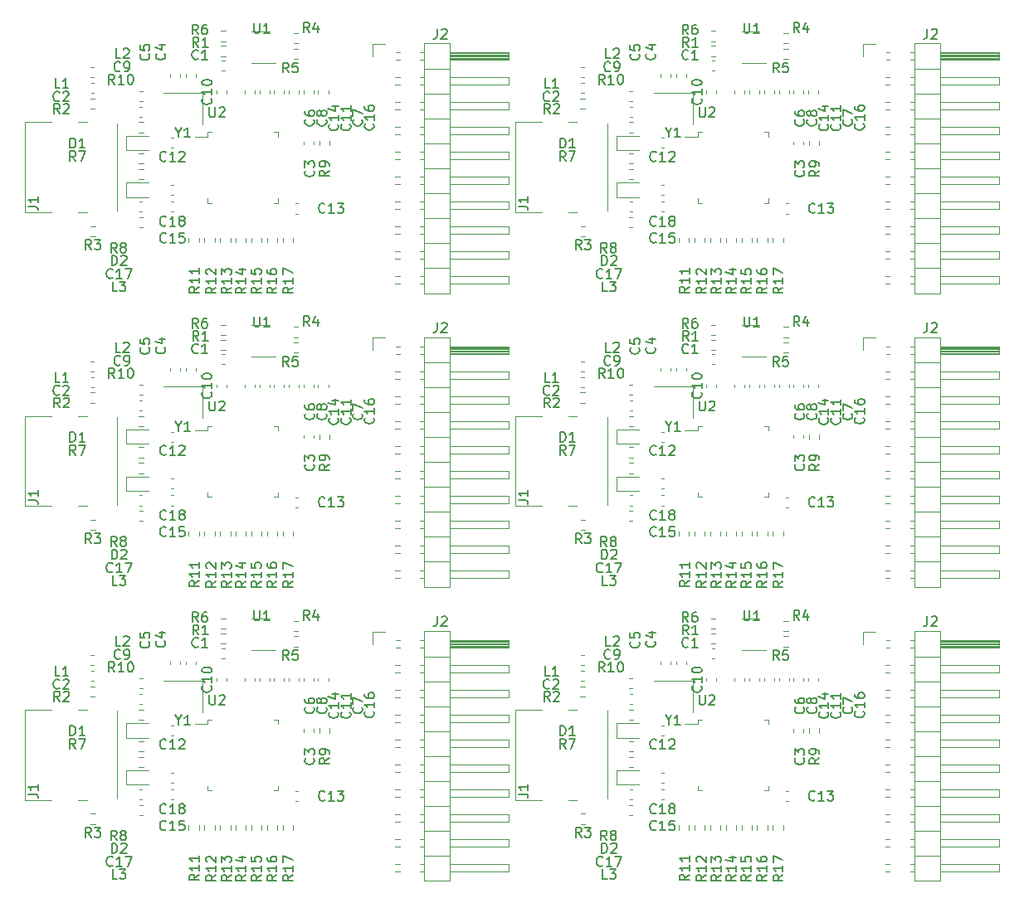
<source format=gto>
G04 #@! TF.GenerationSoftware,KiCad,Pcbnew,(5.1.8-0-10_14)*
G04 #@! TF.CreationDate,2021-05-20T18:09:43+09:00*
G04 #@! TF.ProjectId,ft2232_jtag_tap,66743232-3332-45f6-9a74-61675f746170,rev?*
G04 #@! TF.SameCoordinates,Original*
G04 #@! TF.FileFunction,Legend,Top*
G04 #@! TF.FilePolarity,Positive*
%FSLAX46Y46*%
G04 Gerber Fmt 4.6, Leading zero omitted, Abs format (unit mm)*
G04 Created by KiCad (PCBNEW (5.1.8-0-10_14)) date 2021-05-20 18:09:43*
%MOMM*%
%LPD*%
G01*
G04 APERTURE LIST*
%ADD10C,0.120000*%
%ADD11C,0.150000*%
G04 APERTURE END LIST*
D10*
X120640580Y-164090000D02*
X120359420Y-164090000D01*
X120640580Y-165110000D02*
X120359420Y-165110000D01*
X70640580Y-164090000D02*
X70359420Y-164090000D01*
X70640580Y-165110000D02*
X70359420Y-165110000D01*
X120640580Y-134090000D02*
X120359420Y-134090000D01*
X120640580Y-135110000D02*
X120359420Y-135110000D01*
X70640580Y-134090000D02*
X70359420Y-134090000D01*
X70640580Y-135110000D02*
X70359420Y-135110000D01*
X120640580Y-104090000D02*
X120359420Y-104090000D01*
X120640580Y-105110000D02*
X120359420Y-105110000D01*
X107009420Y-167410000D02*
X107290580Y-167410000D01*
X107009420Y-166390000D02*
X107290580Y-166390000D01*
X57009420Y-167410000D02*
X57290580Y-167410000D01*
X57009420Y-166390000D02*
X57290580Y-166390000D01*
X107009420Y-137410000D02*
X107290580Y-137410000D01*
X107009420Y-136390000D02*
X107290580Y-136390000D01*
X57009420Y-137410000D02*
X57290580Y-137410000D01*
X57009420Y-136390000D02*
X57290580Y-136390000D01*
X107009420Y-107410000D02*
X107290580Y-107410000D01*
X107009420Y-106390000D02*
X107290580Y-106390000D01*
X129710000Y-172640580D02*
X129710000Y-172359420D01*
X128690000Y-172640580D02*
X128690000Y-172359420D01*
X79710000Y-172640580D02*
X79710000Y-172359420D01*
X78690000Y-172640580D02*
X78690000Y-172359420D01*
X129710000Y-142640580D02*
X129710000Y-142359420D01*
X128690000Y-142640580D02*
X128690000Y-142359420D01*
X79710000Y-142640580D02*
X79710000Y-142359420D01*
X78690000Y-142640580D02*
X78690000Y-142359420D01*
X129710000Y-112640580D02*
X129710000Y-112359420D01*
X128690000Y-112640580D02*
X128690000Y-112359420D01*
X117710000Y-165740580D02*
X117710000Y-165459420D01*
X116690000Y-165740580D02*
X116690000Y-165459420D01*
X67710000Y-165740580D02*
X67710000Y-165459420D01*
X66690000Y-165740580D02*
X66690000Y-165459420D01*
X117710000Y-135740580D02*
X117710000Y-135459420D01*
X116690000Y-135740580D02*
X116690000Y-135459420D01*
X67710000Y-135740580D02*
X67710000Y-135459420D01*
X66690000Y-135740580D02*
X66690000Y-135459420D01*
X117710000Y-105740580D02*
X117710000Y-105459420D01*
X116690000Y-105740580D02*
X116690000Y-105459420D01*
X116110000Y-165740580D02*
X116110000Y-165459420D01*
X115090000Y-165740580D02*
X115090000Y-165459420D01*
X66110000Y-165740580D02*
X66110000Y-165459420D01*
X65090000Y-165740580D02*
X65090000Y-165459420D01*
X116110000Y-135740580D02*
X116110000Y-135459420D01*
X115090000Y-135740580D02*
X115090000Y-135459420D01*
X66110000Y-135740580D02*
X66110000Y-135459420D01*
X65090000Y-135740580D02*
X65090000Y-135459420D01*
X116110000Y-105740580D02*
X116110000Y-105459420D01*
X115090000Y-105740580D02*
X115090000Y-105459420D01*
X123710000Y-167440580D02*
X123710000Y-167159420D01*
X122690000Y-167440580D02*
X122690000Y-167159420D01*
X73710000Y-167440580D02*
X73710000Y-167159420D01*
X72690000Y-167440580D02*
X72690000Y-167159420D01*
X123710000Y-137440580D02*
X123710000Y-137159420D01*
X122690000Y-137440580D02*
X122690000Y-137159420D01*
X73710000Y-137440580D02*
X73710000Y-137159420D01*
X72690000Y-137440580D02*
X72690000Y-137159420D01*
X123710000Y-107440580D02*
X123710000Y-107159420D01*
X122690000Y-107440580D02*
X122690000Y-107159420D01*
X129710000Y-167440580D02*
X129710000Y-167159420D01*
X128690000Y-167440580D02*
X128690000Y-167159420D01*
X79710000Y-167440580D02*
X79710000Y-167159420D01*
X78690000Y-167440580D02*
X78690000Y-167159420D01*
X129710000Y-137440580D02*
X129710000Y-137159420D01*
X128690000Y-137440580D02*
X128690000Y-137159420D01*
X79710000Y-137440580D02*
X79710000Y-137159420D01*
X78690000Y-137440580D02*
X78690000Y-137159420D01*
X129710000Y-107440580D02*
X129710000Y-107159420D01*
X128690000Y-107440580D02*
X128690000Y-107159420D01*
X125210000Y-167440580D02*
X125210000Y-167159420D01*
X124190000Y-167440580D02*
X124190000Y-167159420D01*
X75210000Y-167440580D02*
X75210000Y-167159420D01*
X74190000Y-167440580D02*
X74190000Y-167159420D01*
X125210000Y-137440580D02*
X125210000Y-137159420D01*
X124190000Y-137440580D02*
X124190000Y-137159420D01*
X75210000Y-137440580D02*
X75210000Y-137159420D01*
X74190000Y-137440580D02*
X74190000Y-137159420D01*
X125210000Y-107440580D02*
X125210000Y-107159420D01*
X124190000Y-107440580D02*
X124190000Y-107159420D01*
X112240580Y-168790000D02*
X111959420Y-168790000D01*
X112240580Y-169810000D02*
X111959420Y-169810000D01*
X62240580Y-168790000D02*
X61959420Y-168790000D01*
X62240580Y-169810000D02*
X61959420Y-169810000D01*
X112240580Y-138790000D02*
X111959420Y-138790000D01*
X112240580Y-139810000D02*
X111959420Y-139810000D01*
X62240580Y-138790000D02*
X61959420Y-138790000D01*
X62240580Y-139810000D02*
X61959420Y-139810000D01*
X112240580Y-108790000D02*
X111959420Y-108790000D01*
X112240580Y-109810000D02*
X111959420Y-109810000D01*
X120810000Y-167440580D02*
X120810000Y-167159420D01*
X119790000Y-167440580D02*
X119790000Y-167159420D01*
X70810000Y-167440580D02*
X70810000Y-167159420D01*
X69790000Y-167440580D02*
X69790000Y-167159420D01*
X120810000Y-137440580D02*
X120810000Y-137159420D01*
X119790000Y-137440580D02*
X119790000Y-137159420D01*
X70810000Y-137440580D02*
X70810000Y-137159420D01*
X69790000Y-137440580D02*
X69790000Y-137159420D01*
X120810000Y-107440580D02*
X120810000Y-107159420D01*
X119790000Y-107440580D02*
X119790000Y-107159420D01*
X128210000Y-167440580D02*
X128210000Y-167159420D01*
X127190000Y-167440580D02*
X127190000Y-167159420D01*
X78210000Y-167440580D02*
X78210000Y-167159420D01*
X77190000Y-167440580D02*
X77190000Y-167159420D01*
X128210000Y-137440580D02*
X128210000Y-137159420D01*
X127190000Y-137440580D02*
X127190000Y-137159420D01*
X78210000Y-137440580D02*
X78210000Y-137159420D01*
X77190000Y-137440580D02*
X77190000Y-137159420D01*
X128210000Y-107440580D02*
X128210000Y-107159420D01*
X127190000Y-107440580D02*
X127190000Y-107159420D01*
X115440580Y-171990000D02*
X115159420Y-171990000D01*
X115440580Y-173010000D02*
X115159420Y-173010000D01*
X65440580Y-171990000D02*
X65159420Y-171990000D01*
X65440580Y-173010000D02*
X65159420Y-173010000D01*
X115440580Y-141990000D02*
X115159420Y-141990000D01*
X115440580Y-143010000D02*
X115159420Y-143010000D01*
X65440580Y-141990000D02*
X65159420Y-141990000D01*
X65440580Y-143010000D02*
X65159420Y-143010000D01*
X115440580Y-111990000D02*
X115159420Y-111990000D01*
X115440580Y-113010000D02*
X115159420Y-113010000D01*
X127859420Y-179710000D02*
X128140580Y-179710000D01*
X127859420Y-178690000D02*
X128140580Y-178690000D01*
X77859420Y-179710000D02*
X78140580Y-179710000D01*
X77859420Y-178690000D02*
X78140580Y-178690000D01*
X127859420Y-149710000D02*
X128140580Y-149710000D01*
X127859420Y-148690000D02*
X128140580Y-148690000D01*
X77859420Y-149710000D02*
X78140580Y-149710000D01*
X77859420Y-148690000D02*
X78140580Y-148690000D01*
X127859420Y-119710000D02*
X128140580Y-119710000D01*
X127859420Y-118690000D02*
X128140580Y-118690000D01*
X126710000Y-167440580D02*
X126710000Y-167159420D01*
X125690000Y-167440580D02*
X125690000Y-167159420D01*
X76710000Y-167440580D02*
X76710000Y-167159420D01*
X75690000Y-167440580D02*
X75690000Y-167159420D01*
X126710000Y-137440580D02*
X126710000Y-137159420D01*
X125690000Y-137440580D02*
X125690000Y-137159420D01*
X76710000Y-137440580D02*
X76710000Y-137159420D01*
X75690000Y-137440580D02*
X75690000Y-137159420D01*
X126710000Y-107440580D02*
X126710000Y-107159420D01*
X125690000Y-107440580D02*
X125690000Y-107159420D01*
X115440580Y-178490000D02*
X115159420Y-178490000D01*
X115440580Y-179510000D02*
X115159420Y-179510000D01*
X65440580Y-178490000D02*
X65159420Y-178490000D01*
X65440580Y-179510000D02*
X65159420Y-179510000D01*
X115440580Y-148490000D02*
X115159420Y-148490000D01*
X115440580Y-149510000D02*
X115159420Y-149510000D01*
X65440580Y-148490000D02*
X65159420Y-148490000D01*
X65440580Y-149510000D02*
X65159420Y-149510000D01*
X115440580Y-118490000D02*
X115159420Y-118490000D01*
X115440580Y-119510000D02*
X115159420Y-119510000D01*
X131210000Y-167440580D02*
X131210000Y-167159420D01*
X130190000Y-167440580D02*
X130190000Y-167159420D01*
X81210000Y-167440580D02*
X81210000Y-167159420D01*
X80190000Y-167440580D02*
X80190000Y-167159420D01*
X131210000Y-137440580D02*
X131210000Y-137159420D01*
X130190000Y-137440580D02*
X130190000Y-137159420D01*
X81210000Y-137440580D02*
X81210000Y-137159420D01*
X80190000Y-137440580D02*
X80190000Y-137159420D01*
X131210000Y-107440580D02*
X131210000Y-107159420D01*
X130190000Y-107440580D02*
X130190000Y-107159420D01*
X111959420Y-179510000D02*
X112240580Y-179510000D01*
X111959420Y-178490000D02*
X112240580Y-178490000D01*
X61959420Y-179510000D02*
X62240580Y-179510000D01*
X61959420Y-178490000D02*
X62240580Y-178490000D01*
X111959420Y-149510000D02*
X112240580Y-149510000D01*
X111959420Y-148490000D02*
X112240580Y-148490000D01*
X61959420Y-149510000D02*
X62240580Y-149510000D01*
X61959420Y-148490000D02*
X62240580Y-148490000D01*
X111959420Y-119510000D02*
X112240580Y-119510000D01*
X111959420Y-118490000D02*
X112240580Y-118490000D01*
X115440580Y-176790000D02*
X115159420Y-176790000D01*
X115440580Y-177810000D02*
X115159420Y-177810000D01*
X65440580Y-176790000D02*
X65159420Y-176790000D01*
X65440580Y-177810000D02*
X65159420Y-177810000D01*
X115440580Y-146790000D02*
X115159420Y-146790000D01*
X115440580Y-147810000D02*
X115159420Y-147810000D01*
X65440580Y-146790000D02*
X65159420Y-146790000D01*
X65440580Y-147810000D02*
X65159420Y-147810000D01*
X115440580Y-116790000D02*
X115159420Y-116790000D01*
X115440580Y-117810000D02*
X115159420Y-117810000D01*
X110615000Y-173235000D02*
X112900000Y-173235000D01*
X110615000Y-171765000D02*
X110615000Y-173235000D01*
X112900000Y-171765000D02*
X110615000Y-171765000D01*
X60615000Y-173235000D02*
X62900000Y-173235000D01*
X60615000Y-171765000D02*
X60615000Y-173235000D01*
X62900000Y-171765000D02*
X60615000Y-171765000D01*
X110615000Y-143235000D02*
X112900000Y-143235000D01*
X110615000Y-141765000D02*
X110615000Y-143235000D01*
X112900000Y-141765000D02*
X110615000Y-141765000D01*
X60615000Y-143235000D02*
X62900000Y-143235000D01*
X60615000Y-141765000D02*
X60615000Y-143235000D01*
X62900000Y-141765000D02*
X60615000Y-141765000D01*
X110615000Y-113235000D02*
X112900000Y-113235000D01*
X110615000Y-111765000D02*
X110615000Y-113235000D01*
X112900000Y-111765000D02*
X110615000Y-111765000D01*
X110615000Y-178035000D02*
X112900000Y-178035000D01*
X110615000Y-176565000D02*
X110615000Y-178035000D01*
X112900000Y-176565000D02*
X110615000Y-176565000D01*
X60615000Y-178035000D02*
X62900000Y-178035000D01*
X60615000Y-176565000D02*
X60615000Y-178035000D01*
X62900000Y-176565000D02*
X60615000Y-176565000D01*
X110615000Y-148035000D02*
X112900000Y-148035000D01*
X110615000Y-146565000D02*
X110615000Y-148035000D01*
X112900000Y-146565000D02*
X110615000Y-146565000D01*
X60615000Y-148035000D02*
X62900000Y-148035000D01*
X60615000Y-146565000D02*
X60615000Y-148035000D01*
X62900000Y-146565000D02*
X60615000Y-146565000D01*
X110615000Y-118035000D02*
X112900000Y-118035000D01*
X110615000Y-116565000D02*
X110615000Y-118035000D01*
X112900000Y-116565000D02*
X110615000Y-116565000D01*
X107312779Y-164790000D02*
X106987221Y-164790000D01*
X107312779Y-165810000D02*
X106987221Y-165810000D01*
X57312779Y-164790000D02*
X56987221Y-164790000D01*
X57312779Y-165810000D02*
X56987221Y-165810000D01*
X107312779Y-134790000D02*
X106987221Y-134790000D01*
X107312779Y-135810000D02*
X106987221Y-135810000D01*
X57312779Y-134790000D02*
X56987221Y-134790000D01*
X57312779Y-135810000D02*
X56987221Y-135810000D01*
X107312779Y-104790000D02*
X106987221Y-104790000D01*
X107312779Y-105810000D02*
X106987221Y-105810000D01*
X112262779Y-167190000D02*
X111937221Y-167190000D01*
X112262779Y-168210000D02*
X111937221Y-168210000D01*
X62262779Y-167190000D02*
X61937221Y-167190000D01*
X62262779Y-168210000D02*
X61937221Y-168210000D01*
X112262779Y-137190000D02*
X111937221Y-137190000D01*
X112262779Y-138210000D02*
X111937221Y-138210000D01*
X62262779Y-137190000D02*
X61937221Y-137190000D01*
X62262779Y-138210000D02*
X61937221Y-138210000D01*
X112262779Y-107190000D02*
X111937221Y-107190000D01*
X112262779Y-108210000D02*
X111937221Y-108210000D01*
X111937221Y-181110000D02*
X112262779Y-181110000D01*
X111937221Y-180090000D02*
X112262779Y-180090000D01*
X61937221Y-181110000D02*
X62262779Y-181110000D01*
X61937221Y-180090000D02*
X62262779Y-180090000D01*
X111937221Y-151110000D02*
X112262779Y-151110000D01*
X111937221Y-150090000D02*
X112262779Y-150090000D01*
X61937221Y-151110000D02*
X62262779Y-151110000D01*
X61937221Y-150090000D02*
X62262779Y-150090000D01*
X111937221Y-121110000D02*
X112262779Y-121110000D01*
X111937221Y-120090000D02*
X112262779Y-120090000D01*
X120262742Y-163622500D02*
X120737258Y-163622500D01*
X120262742Y-162577500D02*
X120737258Y-162577500D01*
X70262742Y-163622500D02*
X70737258Y-163622500D01*
X70262742Y-162577500D02*
X70737258Y-162577500D01*
X120262742Y-133622500D02*
X120737258Y-133622500D01*
X120262742Y-132577500D02*
X120737258Y-132577500D01*
X70262742Y-133622500D02*
X70737258Y-133622500D01*
X70262742Y-132577500D02*
X70737258Y-132577500D01*
X120262742Y-103622500D02*
X120737258Y-103622500D01*
X120262742Y-102577500D02*
X120737258Y-102577500D01*
X107387258Y-167977500D02*
X106912742Y-167977500D01*
X107387258Y-169022500D02*
X106912742Y-169022500D01*
X57387258Y-167977500D02*
X56912742Y-167977500D01*
X57387258Y-169022500D02*
X56912742Y-169022500D01*
X107387258Y-137977500D02*
X106912742Y-137977500D01*
X107387258Y-139022500D02*
X106912742Y-139022500D01*
X57387258Y-137977500D02*
X56912742Y-137977500D01*
X57387258Y-139022500D02*
X56912742Y-139022500D01*
X107387258Y-107977500D02*
X106912742Y-107977500D01*
X107387258Y-109022500D02*
X106912742Y-109022500D01*
X107437258Y-180977500D02*
X106962742Y-180977500D01*
X107437258Y-182022500D02*
X106962742Y-182022500D01*
X57437258Y-180977500D02*
X56962742Y-180977500D01*
X57437258Y-182022500D02*
X56962742Y-182022500D01*
X107437258Y-150977500D02*
X106962742Y-150977500D01*
X107437258Y-152022500D02*
X106962742Y-152022500D01*
X57437258Y-150977500D02*
X56962742Y-150977500D01*
X57437258Y-152022500D02*
X56962742Y-152022500D01*
X107437258Y-120977500D02*
X106962742Y-120977500D01*
X107437258Y-122022500D02*
X106962742Y-122022500D01*
X127662742Y-163922500D02*
X128137258Y-163922500D01*
X127662742Y-162877500D02*
X128137258Y-162877500D01*
X77662742Y-163922500D02*
X78137258Y-163922500D01*
X77662742Y-162877500D02*
X78137258Y-162877500D01*
X127662742Y-133922500D02*
X128137258Y-133922500D01*
X127662742Y-132877500D02*
X128137258Y-132877500D01*
X77662742Y-133922500D02*
X78137258Y-133922500D01*
X77662742Y-132877500D02*
X78137258Y-132877500D01*
X127662742Y-103922500D02*
X128137258Y-103922500D01*
X127662742Y-102877500D02*
X128137258Y-102877500D01*
X128137258Y-161277500D02*
X127662742Y-161277500D01*
X128137258Y-162322500D02*
X127662742Y-162322500D01*
X78137258Y-161277500D02*
X77662742Y-161277500D01*
X78137258Y-162322500D02*
X77662742Y-162322500D01*
X128137258Y-131277500D02*
X127662742Y-131277500D01*
X128137258Y-132322500D02*
X127662742Y-132322500D01*
X78137258Y-131277500D02*
X77662742Y-131277500D01*
X78137258Y-132322500D02*
X77662742Y-132322500D01*
X128137258Y-101277500D02*
X127662742Y-101277500D01*
X128137258Y-102322500D02*
X127662742Y-102322500D01*
X120262742Y-162122500D02*
X120737258Y-162122500D01*
X120262742Y-161077500D02*
X120737258Y-161077500D01*
X70262742Y-162122500D02*
X70737258Y-162122500D01*
X70262742Y-161077500D02*
X70737258Y-161077500D01*
X120262742Y-132122500D02*
X120737258Y-132122500D01*
X120262742Y-131077500D02*
X120737258Y-131077500D01*
X70262742Y-132122500D02*
X70737258Y-132122500D01*
X70262742Y-131077500D02*
X70737258Y-131077500D01*
X120262742Y-102122500D02*
X120737258Y-102122500D01*
X120262742Y-101077500D02*
X120737258Y-101077500D01*
X112337258Y-173577500D02*
X111862742Y-173577500D01*
X112337258Y-174622500D02*
X111862742Y-174622500D01*
X62337258Y-173577500D02*
X61862742Y-173577500D01*
X62337258Y-174622500D02*
X61862742Y-174622500D01*
X112337258Y-143577500D02*
X111862742Y-143577500D01*
X112337258Y-144622500D02*
X111862742Y-144622500D01*
X62337258Y-143577500D02*
X61862742Y-143577500D01*
X62337258Y-144622500D02*
X61862742Y-144622500D01*
X112337258Y-113577500D02*
X111862742Y-113577500D01*
X112337258Y-114622500D02*
X111862742Y-114622500D01*
X112337258Y-175177500D02*
X111862742Y-175177500D01*
X112337258Y-176222500D02*
X111862742Y-176222500D01*
X62337258Y-175177500D02*
X61862742Y-175177500D01*
X62337258Y-176222500D02*
X61862742Y-176222500D01*
X112337258Y-145177500D02*
X111862742Y-145177500D01*
X112337258Y-146222500D02*
X111862742Y-146222500D01*
X62337258Y-145177500D02*
X61862742Y-145177500D01*
X62337258Y-146222500D02*
X61862742Y-146222500D01*
X112337258Y-115177500D02*
X111862742Y-115177500D01*
X112337258Y-116222500D02*
X111862742Y-116222500D01*
X131322500Y-172737258D02*
X131322500Y-172262742D01*
X130277500Y-172737258D02*
X130277500Y-172262742D01*
X81322500Y-172737258D02*
X81322500Y-172262742D01*
X80277500Y-172737258D02*
X80277500Y-172262742D01*
X131322500Y-142737258D02*
X131322500Y-142262742D01*
X130277500Y-142737258D02*
X130277500Y-142262742D01*
X81322500Y-142737258D02*
X81322500Y-142262742D01*
X80277500Y-142737258D02*
X80277500Y-142262742D01*
X131322500Y-112737258D02*
X131322500Y-112262742D01*
X130277500Y-112737258D02*
X130277500Y-112262742D01*
X112337258Y-170377500D02*
X111862742Y-170377500D01*
X112337258Y-171422500D02*
X111862742Y-171422500D01*
X62337258Y-170377500D02*
X61862742Y-170377500D01*
X62337258Y-171422500D02*
X61862742Y-171422500D01*
X112337258Y-140377500D02*
X111862742Y-140377500D01*
X112337258Y-141422500D02*
X111862742Y-141422500D01*
X62337258Y-140377500D02*
X61862742Y-140377500D01*
X62337258Y-141422500D02*
X61862742Y-141422500D01*
X112337258Y-110377500D02*
X111862742Y-110377500D01*
X112337258Y-111422500D02*
X111862742Y-111422500D01*
X118022500Y-182637258D02*
X118022500Y-182162742D01*
X116977500Y-182637258D02*
X116977500Y-182162742D01*
X68022500Y-182637258D02*
X68022500Y-182162742D01*
X66977500Y-182637258D02*
X66977500Y-182162742D01*
X118022500Y-152637258D02*
X118022500Y-152162742D01*
X116977500Y-152637258D02*
X116977500Y-152162742D01*
X68022500Y-152637258D02*
X68022500Y-152162742D01*
X66977500Y-152637258D02*
X66977500Y-152162742D01*
X118022500Y-122637258D02*
X118022500Y-122162742D01*
X116977500Y-122637258D02*
X116977500Y-122162742D01*
X119622500Y-182637258D02*
X119622500Y-182162742D01*
X118577500Y-182637258D02*
X118577500Y-182162742D01*
X69622500Y-182637258D02*
X69622500Y-182162742D01*
X68577500Y-182637258D02*
X68577500Y-182162742D01*
X119622500Y-152637258D02*
X119622500Y-152162742D01*
X118577500Y-152637258D02*
X118577500Y-152162742D01*
X69622500Y-152637258D02*
X69622500Y-152162742D01*
X68577500Y-152637258D02*
X68577500Y-152162742D01*
X119622500Y-122637258D02*
X119622500Y-122162742D01*
X118577500Y-122637258D02*
X118577500Y-122162742D01*
X121222500Y-182637258D02*
X121222500Y-182162742D01*
X120177500Y-182637258D02*
X120177500Y-182162742D01*
X71222500Y-182637258D02*
X71222500Y-182162742D01*
X70177500Y-182637258D02*
X70177500Y-182162742D01*
X121222500Y-152637258D02*
X121222500Y-152162742D01*
X120177500Y-152637258D02*
X120177500Y-152162742D01*
X71222500Y-152637258D02*
X71222500Y-152162742D01*
X70177500Y-152637258D02*
X70177500Y-152162742D01*
X121222500Y-122637258D02*
X121222500Y-122162742D01*
X120177500Y-122637258D02*
X120177500Y-122162742D01*
X122822500Y-182637258D02*
X122822500Y-182162742D01*
X121777500Y-182637258D02*
X121777500Y-182162742D01*
X72822500Y-182637258D02*
X72822500Y-182162742D01*
X71777500Y-182637258D02*
X71777500Y-182162742D01*
X122822500Y-152637258D02*
X122822500Y-152162742D01*
X121777500Y-152637258D02*
X121777500Y-152162742D01*
X72822500Y-152637258D02*
X72822500Y-152162742D01*
X71777500Y-152637258D02*
X71777500Y-152162742D01*
X122822500Y-122637258D02*
X122822500Y-122162742D01*
X121777500Y-122637258D02*
X121777500Y-122162742D01*
X124422500Y-182637258D02*
X124422500Y-182162742D01*
X123377500Y-182637258D02*
X123377500Y-182162742D01*
X74422500Y-182637258D02*
X74422500Y-182162742D01*
X73377500Y-182637258D02*
X73377500Y-182162742D01*
X124422500Y-152637258D02*
X124422500Y-152162742D01*
X123377500Y-152637258D02*
X123377500Y-152162742D01*
X74422500Y-152637258D02*
X74422500Y-152162742D01*
X73377500Y-152637258D02*
X73377500Y-152162742D01*
X124422500Y-122637258D02*
X124422500Y-122162742D01*
X123377500Y-122637258D02*
X123377500Y-122162742D01*
X126022500Y-182637258D02*
X126022500Y-182162742D01*
X124977500Y-182637258D02*
X124977500Y-182162742D01*
X76022500Y-182637258D02*
X76022500Y-182162742D01*
X74977500Y-182637258D02*
X74977500Y-182162742D01*
X126022500Y-152637258D02*
X126022500Y-152162742D01*
X124977500Y-152637258D02*
X124977500Y-152162742D01*
X76022500Y-152637258D02*
X76022500Y-152162742D01*
X74977500Y-152637258D02*
X74977500Y-152162742D01*
X126022500Y-122637258D02*
X126022500Y-122162742D01*
X124977500Y-122637258D02*
X124977500Y-122162742D01*
X127622500Y-182637258D02*
X127622500Y-182162742D01*
X126577500Y-182637258D02*
X126577500Y-182162742D01*
X77622500Y-182637258D02*
X77622500Y-182162742D01*
X76577500Y-182637258D02*
X76577500Y-182162742D01*
X127622500Y-152637258D02*
X127622500Y-152162742D01*
X126577500Y-152637258D02*
X126577500Y-152162742D01*
X77622500Y-152637258D02*
X77622500Y-152162742D01*
X76577500Y-152637258D02*
X76577500Y-152162742D01*
X127622500Y-122637258D02*
X127622500Y-122162742D01*
X126577500Y-122637258D02*
X126577500Y-122162742D01*
X118890000Y-171840000D02*
X117600000Y-171840000D01*
X118890000Y-171390000D02*
X118890000Y-171840000D01*
X119340000Y-171390000D02*
X118890000Y-171390000D01*
X126110000Y-171390000D02*
X126110000Y-171840000D01*
X125660000Y-171390000D02*
X126110000Y-171390000D01*
X118890000Y-178610000D02*
X118890000Y-178160000D01*
X119340000Y-178610000D02*
X118890000Y-178610000D01*
X126110000Y-178610000D02*
X126110000Y-178160000D01*
X125660000Y-178610000D02*
X126110000Y-178610000D01*
X68890000Y-171840000D02*
X67600000Y-171840000D01*
X68890000Y-171390000D02*
X68890000Y-171840000D01*
X69340000Y-171390000D02*
X68890000Y-171390000D01*
X76110000Y-171390000D02*
X76110000Y-171840000D01*
X75660000Y-171390000D02*
X76110000Y-171390000D01*
X68890000Y-178610000D02*
X68890000Y-178160000D01*
X69340000Y-178610000D02*
X68890000Y-178610000D01*
X76110000Y-178610000D02*
X76110000Y-178160000D01*
X75660000Y-178610000D02*
X76110000Y-178610000D01*
X118890000Y-141840000D02*
X117600000Y-141840000D01*
X118890000Y-141390000D02*
X118890000Y-141840000D01*
X119340000Y-141390000D02*
X118890000Y-141390000D01*
X126110000Y-141390000D02*
X126110000Y-141840000D01*
X125660000Y-141390000D02*
X126110000Y-141390000D01*
X118890000Y-148610000D02*
X118890000Y-148160000D01*
X119340000Y-148610000D02*
X118890000Y-148610000D01*
X126110000Y-148610000D02*
X126110000Y-148160000D01*
X125660000Y-148610000D02*
X126110000Y-148610000D01*
X68890000Y-141840000D02*
X67600000Y-141840000D01*
X68890000Y-141390000D02*
X68890000Y-141840000D01*
X69340000Y-141390000D02*
X68890000Y-141390000D01*
X76110000Y-141390000D02*
X76110000Y-141840000D01*
X75660000Y-141390000D02*
X76110000Y-141390000D01*
X68890000Y-148610000D02*
X68890000Y-148160000D01*
X69340000Y-148610000D02*
X68890000Y-148610000D01*
X76110000Y-148610000D02*
X76110000Y-148160000D01*
X75660000Y-148610000D02*
X76110000Y-148610000D01*
X118890000Y-111840000D02*
X117600000Y-111840000D01*
X118890000Y-111390000D02*
X118890000Y-111840000D01*
X119340000Y-111390000D02*
X118890000Y-111390000D01*
X126110000Y-111390000D02*
X126110000Y-111840000D01*
X125660000Y-111390000D02*
X126110000Y-111390000D01*
X118890000Y-118610000D02*
X118890000Y-118160000D01*
X119340000Y-118610000D02*
X118890000Y-118610000D01*
X126110000Y-118610000D02*
X126110000Y-118160000D01*
X125660000Y-118610000D02*
X126110000Y-118610000D01*
X118400000Y-167400000D02*
X114400000Y-167400000D01*
X118400000Y-170600000D02*
X118400000Y-167400000D01*
X68400000Y-167400000D02*
X64400000Y-167400000D01*
X68400000Y-170600000D02*
X68400000Y-167400000D01*
X118400000Y-137400000D02*
X114400000Y-137400000D01*
X118400000Y-140600000D02*
X118400000Y-137400000D01*
X68400000Y-137400000D02*
X64400000Y-137400000D01*
X68400000Y-140600000D02*
X68400000Y-137400000D01*
X118400000Y-107400000D02*
X114400000Y-107400000D01*
X118400000Y-110600000D02*
X118400000Y-107400000D01*
X123400000Y-164310000D02*
X125850000Y-164310000D01*
X125200000Y-161090000D02*
X123400000Y-161090000D01*
X73400000Y-164310000D02*
X75850000Y-164310000D01*
X75200000Y-161090000D02*
X73400000Y-161090000D01*
X123400000Y-134310000D02*
X125850000Y-134310000D01*
X125200000Y-131090000D02*
X123400000Y-131090000D01*
X73400000Y-134310000D02*
X75850000Y-134310000D01*
X75200000Y-131090000D02*
X73400000Y-131090000D01*
X123400000Y-104310000D02*
X125850000Y-104310000D01*
X125200000Y-101090000D02*
X123400000Y-101090000D01*
X135740000Y-162390000D02*
X137010000Y-162390000D01*
X135740000Y-163660000D02*
X135740000Y-162390000D01*
X138052929Y-186900000D02*
X138507071Y-186900000D01*
X138052929Y-186140000D02*
X138507071Y-186140000D01*
X140592929Y-186900000D02*
X140990000Y-186900000D01*
X140592929Y-186140000D02*
X140990000Y-186140000D01*
X149650000Y-186900000D02*
X143650000Y-186900000D01*
X149650000Y-186140000D02*
X149650000Y-186900000D01*
X143650000Y-186140000D02*
X149650000Y-186140000D01*
X140990000Y-185250000D02*
X143650000Y-185250000D01*
X138052929Y-184360000D02*
X138507071Y-184360000D01*
X138052929Y-183600000D02*
X138507071Y-183600000D01*
X140592929Y-184360000D02*
X140990000Y-184360000D01*
X140592929Y-183600000D02*
X140990000Y-183600000D01*
X149650000Y-184360000D02*
X143650000Y-184360000D01*
X149650000Y-183600000D02*
X149650000Y-184360000D01*
X143650000Y-183600000D02*
X149650000Y-183600000D01*
X140990000Y-182710000D02*
X143650000Y-182710000D01*
X138052929Y-181820000D02*
X138507071Y-181820000D01*
X138052929Y-181060000D02*
X138507071Y-181060000D01*
X140592929Y-181820000D02*
X140990000Y-181820000D01*
X140592929Y-181060000D02*
X140990000Y-181060000D01*
X149650000Y-181820000D02*
X143650000Y-181820000D01*
X149650000Y-181060000D02*
X149650000Y-181820000D01*
X143650000Y-181060000D02*
X149650000Y-181060000D01*
X140990000Y-180170000D02*
X143650000Y-180170000D01*
X138052929Y-179280000D02*
X138507071Y-179280000D01*
X138052929Y-178520000D02*
X138507071Y-178520000D01*
X140592929Y-179280000D02*
X140990000Y-179280000D01*
X140592929Y-178520000D02*
X140990000Y-178520000D01*
X149650000Y-179280000D02*
X143650000Y-179280000D01*
X149650000Y-178520000D02*
X149650000Y-179280000D01*
X143650000Y-178520000D02*
X149650000Y-178520000D01*
X140990000Y-177630000D02*
X143650000Y-177630000D01*
X138052929Y-176740000D02*
X138507071Y-176740000D01*
X138052929Y-175980000D02*
X138507071Y-175980000D01*
X140592929Y-176740000D02*
X140990000Y-176740000D01*
X140592929Y-175980000D02*
X140990000Y-175980000D01*
X149650000Y-176740000D02*
X143650000Y-176740000D01*
X149650000Y-175980000D02*
X149650000Y-176740000D01*
X143650000Y-175980000D02*
X149650000Y-175980000D01*
X140990000Y-175090000D02*
X143650000Y-175090000D01*
X138052929Y-174200000D02*
X138507071Y-174200000D01*
X138052929Y-173440000D02*
X138507071Y-173440000D01*
X140592929Y-174200000D02*
X140990000Y-174200000D01*
X140592929Y-173440000D02*
X140990000Y-173440000D01*
X149650000Y-174200000D02*
X143650000Y-174200000D01*
X149650000Y-173440000D02*
X149650000Y-174200000D01*
X143650000Y-173440000D02*
X149650000Y-173440000D01*
X140990000Y-172550000D02*
X143650000Y-172550000D01*
X138052929Y-171660000D02*
X138507071Y-171660000D01*
X138052929Y-170900000D02*
X138507071Y-170900000D01*
X140592929Y-171660000D02*
X140990000Y-171660000D01*
X140592929Y-170900000D02*
X140990000Y-170900000D01*
X149650000Y-171660000D02*
X143650000Y-171660000D01*
X149650000Y-170900000D02*
X149650000Y-171660000D01*
X143650000Y-170900000D02*
X149650000Y-170900000D01*
X140990000Y-170010000D02*
X143650000Y-170010000D01*
X138052929Y-169120000D02*
X138507071Y-169120000D01*
X138052929Y-168360000D02*
X138507071Y-168360000D01*
X140592929Y-169120000D02*
X140990000Y-169120000D01*
X140592929Y-168360000D02*
X140990000Y-168360000D01*
X149650000Y-169120000D02*
X143650000Y-169120000D01*
X149650000Y-168360000D02*
X149650000Y-169120000D01*
X143650000Y-168360000D02*
X149650000Y-168360000D01*
X140990000Y-167470000D02*
X143650000Y-167470000D01*
X138052929Y-166580000D02*
X138507071Y-166580000D01*
X138052929Y-165820000D02*
X138507071Y-165820000D01*
X140592929Y-166580000D02*
X140990000Y-166580000D01*
X140592929Y-165820000D02*
X140990000Y-165820000D01*
X149650000Y-166580000D02*
X143650000Y-166580000D01*
X149650000Y-165820000D02*
X149650000Y-166580000D01*
X143650000Y-165820000D02*
X149650000Y-165820000D01*
X140990000Y-164930000D02*
X143650000Y-164930000D01*
X138120000Y-164040000D02*
X138507071Y-164040000D01*
X138120000Y-163280000D02*
X138507071Y-163280000D01*
X140592929Y-164040000D02*
X140990000Y-164040000D01*
X140592929Y-163280000D02*
X140990000Y-163280000D01*
X143650000Y-163940000D02*
X149650000Y-163940000D01*
X143650000Y-163820000D02*
X149650000Y-163820000D01*
X143650000Y-163700000D02*
X149650000Y-163700000D01*
X143650000Y-163580000D02*
X149650000Y-163580000D01*
X143650000Y-163460000D02*
X149650000Y-163460000D01*
X143650000Y-163340000D02*
X149650000Y-163340000D01*
X149650000Y-164040000D02*
X143650000Y-164040000D01*
X149650000Y-163280000D02*
X149650000Y-164040000D01*
X143650000Y-163280000D02*
X149650000Y-163280000D01*
X143650000Y-162330000D02*
X140990000Y-162330000D01*
X143650000Y-187850000D02*
X143650000Y-162330000D01*
X140990000Y-187850000D02*
X143650000Y-187850000D01*
X140990000Y-162330000D02*
X140990000Y-187850000D01*
X85740000Y-162390000D02*
X87010000Y-162390000D01*
X85740000Y-163660000D02*
X85740000Y-162390000D01*
X88052929Y-186900000D02*
X88507071Y-186900000D01*
X88052929Y-186140000D02*
X88507071Y-186140000D01*
X90592929Y-186900000D02*
X90990000Y-186900000D01*
X90592929Y-186140000D02*
X90990000Y-186140000D01*
X99650000Y-186900000D02*
X93650000Y-186900000D01*
X99650000Y-186140000D02*
X99650000Y-186900000D01*
X93650000Y-186140000D02*
X99650000Y-186140000D01*
X90990000Y-185250000D02*
X93650000Y-185250000D01*
X88052929Y-184360000D02*
X88507071Y-184360000D01*
X88052929Y-183600000D02*
X88507071Y-183600000D01*
X90592929Y-184360000D02*
X90990000Y-184360000D01*
X90592929Y-183600000D02*
X90990000Y-183600000D01*
X99650000Y-184360000D02*
X93650000Y-184360000D01*
X99650000Y-183600000D02*
X99650000Y-184360000D01*
X93650000Y-183600000D02*
X99650000Y-183600000D01*
X90990000Y-182710000D02*
X93650000Y-182710000D01*
X88052929Y-181820000D02*
X88507071Y-181820000D01*
X88052929Y-181060000D02*
X88507071Y-181060000D01*
X90592929Y-181820000D02*
X90990000Y-181820000D01*
X90592929Y-181060000D02*
X90990000Y-181060000D01*
X99650000Y-181820000D02*
X93650000Y-181820000D01*
X99650000Y-181060000D02*
X99650000Y-181820000D01*
X93650000Y-181060000D02*
X99650000Y-181060000D01*
X90990000Y-180170000D02*
X93650000Y-180170000D01*
X88052929Y-179280000D02*
X88507071Y-179280000D01*
X88052929Y-178520000D02*
X88507071Y-178520000D01*
X90592929Y-179280000D02*
X90990000Y-179280000D01*
X90592929Y-178520000D02*
X90990000Y-178520000D01*
X99650000Y-179280000D02*
X93650000Y-179280000D01*
X99650000Y-178520000D02*
X99650000Y-179280000D01*
X93650000Y-178520000D02*
X99650000Y-178520000D01*
X90990000Y-177630000D02*
X93650000Y-177630000D01*
X88052929Y-176740000D02*
X88507071Y-176740000D01*
X88052929Y-175980000D02*
X88507071Y-175980000D01*
X90592929Y-176740000D02*
X90990000Y-176740000D01*
X90592929Y-175980000D02*
X90990000Y-175980000D01*
X99650000Y-176740000D02*
X93650000Y-176740000D01*
X99650000Y-175980000D02*
X99650000Y-176740000D01*
X93650000Y-175980000D02*
X99650000Y-175980000D01*
X90990000Y-175090000D02*
X93650000Y-175090000D01*
X88052929Y-174200000D02*
X88507071Y-174200000D01*
X88052929Y-173440000D02*
X88507071Y-173440000D01*
X90592929Y-174200000D02*
X90990000Y-174200000D01*
X90592929Y-173440000D02*
X90990000Y-173440000D01*
X99650000Y-174200000D02*
X93650000Y-174200000D01*
X99650000Y-173440000D02*
X99650000Y-174200000D01*
X93650000Y-173440000D02*
X99650000Y-173440000D01*
X90990000Y-172550000D02*
X93650000Y-172550000D01*
X88052929Y-171660000D02*
X88507071Y-171660000D01*
X88052929Y-170900000D02*
X88507071Y-170900000D01*
X90592929Y-171660000D02*
X90990000Y-171660000D01*
X90592929Y-170900000D02*
X90990000Y-170900000D01*
X99650000Y-171660000D02*
X93650000Y-171660000D01*
X99650000Y-170900000D02*
X99650000Y-171660000D01*
X93650000Y-170900000D02*
X99650000Y-170900000D01*
X90990000Y-170010000D02*
X93650000Y-170010000D01*
X88052929Y-169120000D02*
X88507071Y-169120000D01*
X88052929Y-168360000D02*
X88507071Y-168360000D01*
X90592929Y-169120000D02*
X90990000Y-169120000D01*
X90592929Y-168360000D02*
X90990000Y-168360000D01*
X99650000Y-169120000D02*
X93650000Y-169120000D01*
X99650000Y-168360000D02*
X99650000Y-169120000D01*
X93650000Y-168360000D02*
X99650000Y-168360000D01*
X90990000Y-167470000D02*
X93650000Y-167470000D01*
X88052929Y-166580000D02*
X88507071Y-166580000D01*
X88052929Y-165820000D02*
X88507071Y-165820000D01*
X90592929Y-166580000D02*
X90990000Y-166580000D01*
X90592929Y-165820000D02*
X90990000Y-165820000D01*
X99650000Y-166580000D02*
X93650000Y-166580000D01*
X99650000Y-165820000D02*
X99650000Y-166580000D01*
X93650000Y-165820000D02*
X99650000Y-165820000D01*
X90990000Y-164930000D02*
X93650000Y-164930000D01*
X88120000Y-164040000D02*
X88507071Y-164040000D01*
X88120000Y-163280000D02*
X88507071Y-163280000D01*
X90592929Y-164040000D02*
X90990000Y-164040000D01*
X90592929Y-163280000D02*
X90990000Y-163280000D01*
X93650000Y-163940000D02*
X99650000Y-163940000D01*
X93650000Y-163820000D02*
X99650000Y-163820000D01*
X93650000Y-163700000D02*
X99650000Y-163700000D01*
X93650000Y-163580000D02*
X99650000Y-163580000D01*
X93650000Y-163460000D02*
X99650000Y-163460000D01*
X93650000Y-163340000D02*
X99650000Y-163340000D01*
X99650000Y-164040000D02*
X93650000Y-164040000D01*
X99650000Y-163280000D02*
X99650000Y-164040000D01*
X93650000Y-163280000D02*
X99650000Y-163280000D01*
X93650000Y-162330000D02*
X90990000Y-162330000D01*
X93650000Y-187850000D02*
X93650000Y-162330000D01*
X90990000Y-187850000D02*
X93650000Y-187850000D01*
X90990000Y-162330000D02*
X90990000Y-187850000D01*
X135740000Y-132390000D02*
X137010000Y-132390000D01*
X135740000Y-133660000D02*
X135740000Y-132390000D01*
X138052929Y-156900000D02*
X138507071Y-156900000D01*
X138052929Y-156140000D02*
X138507071Y-156140000D01*
X140592929Y-156900000D02*
X140990000Y-156900000D01*
X140592929Y-156140000D02*
X140990000Y-156140000D01*
X149650000Y-156900000D02*
X143650000Y-156900000D01*
X149650000Y-156140000D02*
X149650000Y-156900000D01*
X143650000Y-156140000D02*
X149650000Y-156140000D01*
X140990000Y-155250000D02*
X143650000Y-155250000D01*
X138052929Y-154360000D02*
X138507071Y-154360000D01*
X138052929Y-153600000D02*
X138507071Y-153600000D01*
X140592929Y-154360000D02*
X140990000Y-154360000D01*
X140592929Y-153600000D02*
X140990000Y-153600000D01*
X149650000Y-154360000D02*
X143650000Y-154360000D01*
X149650000Y-153600000D02*
X149650000Y-154360000D01*
X143650000Y-153600000D02*
X149650000Y-153600000D01*
X140990000Y-152710000D02*
X143650000Y-152710000D01*
X138052929Y-151820000D02*
X138507071Y-151820000D01*
X138052929Y-151060000D02*
X138507071Y-151060000D01*
X140592929Y-151820000D02*
X140990000Y-151820000D01*
X140592929Y-151060000D02*
X140990000Y-151060000D01*
X149650000Y-151820000D02*
X143650000Y-151820000D01*
X149650000Y-151060000D02*
X149650000Y-151820000D01*
X143650000Y-151060000D02*
X149650000Y-151060000D01*
X140990000Y-150170000D02*
X143650000Y-150170000D01*
X138052929Y-149280000D02*
X138507071Y-149280000D01*
X138052929Y-148520000D02*
X138507071Y-148520000D01*
X140592929Y-149280000D02*
X140990000Y-149280000D01*
X140592929Y-148520000D02*
X140990000Y-148520000D01*
X149650000Y-149280000D02*
X143650000Y-149280000D01*
X149650000Y-148520000D02*
X149650000Y-149280000D01*
X143650000Y-148520000D02*
X149650000Y-148520000D01*
X140990000Y-147630000D02*
X143650000Y-147630000D01*
X138052929Y-146740000D02*
X138507071Y-146740000D01*
X138052929Y-145980000D02*
X138507071Y-145980000D01*
X140592929Y-146740000D02*
X140990000Y-146740000D01*
X140592929Y-145980000D02*
X140990000Y-145980000D01*
X149650000Y-146740000D02*
X143650000Y-146740000D01*
X149650000Y-145980000D02*
X149650000Y-146740000D01*
X143650000Y-145980000D02*
X149650000Y-145980000D01*
X140990000Y-145090000D02*
X143650000Y-145090000D01*
X138052929Y-144200000D02*
X138507071Y-144200000D01*
X138052929Y-143440000D02*
X138507071Y-143440000D01*
X140592929Y-144200000D02*
X140990000Y-144200000D01*
X140592929Y-143440000D02*
X140990000Y-143440000D01*
X149650000Y-144200000D02*
X143650000Y-144200000D01*
X149650000Y-143440000D02*
X149650000Y-144200000D01*
X143650000Y-143440000D02*
X149650000Y-143440000D01*
X140990000Y-142550000D02*
X143650000Y-142550000D01*
X138052929Y-141660000D02*
X138507071Y-141660000D01*
X138052929Y-140900000D02*
X138507071Y-140900000D01*
X140592929Y-141660000D02*
X140990000Y-141660000D01*
X140592929Y-140900000D02*
X140990000Y-140900000D01*
X149650000Y-141660000D02*
X143650000Y-141660000D01*
X149650000Y-140900000D02*
X149650000Y-141660000D01*
X143650000Y-140900000D02*
X149650000Y-140900000D01*
X140990000Y-140010000D02*
X143650000Y-140010000D01*
X138052929Y-139120000D02*
X138507071Y-139120000D01*
X138052929Y-138360000D02*
X138507071Y-138360000D01*
X140592929Y-139120000D02*
X140990000Y-139120000D01*
X140592929Y-138360000D02*
X140990000Y-138360000D01*
X149650000Y-139120000D02*
X143650000Y-139120000D01*
X149650000Y-138360000D02*
X149650000Y-139120000D01*
X143650000Y-138360000D02*
X149650000Y-138360000D01*
X140990000Y-137470000D02*
X143650000Y-137470000D01*
X138052929Y-136580000D02*
X138507071Y-136580000D01*
X138052929Y-135820000D02*
X138507071Y-135820000D01*
X140592929Y-136580000D02*
X140990000Y-136580000D01*
X140592929Y-135820000D02*
X140990000Y-135820000D01*
X149650000Y-136580000D02*
X143650000Y-136580000D01*
X149650000Y-135820000D02*
X149650000Y-136580000D01*
X143650000Y-135820000D02*
X149650000Y-135820000D01*
X140990000Y-134930000D02*
X143650000Y-134930000D01*
X138120000Y-134040000D02*
X138507071Y-134040000D01*
X138120000Y-133280000D02*
X138507071Y-133280000D01*
X140592929Y-134040000D02*
X140990000Y-134040000D01*
X140592929Y-133280000D02*
X140990000Y-133280000D01*
X143650000Y-133940000D02*
X149650000Y-133940000D01*
X143650000Y-133820000D02*
X149650000Y-133820000D01*
X143650000Y-133700000D02*
X149650000Y-133700000D01*
X143650000Y-133580000D02*
X149650000Y-133580000D01*
X143650000Y-133460000D02*
X149650000Y-133460000D01*
X143650000Y-133340000D02*
X149650000Y-133340000D01*
X149650000Y-134040000D02*
X143650000Y-134040000D01*
X149650000Y-133280000D02*
X149650000Y-134040000D01*
X143650000Y-133280000D02*
X149650000Y-133280000D01*
X143650000Y-132330000D02*
X140990000Y-132330000D01*
X143650000Y-157850000D02*
X143650000Y-132330000D01*
X140990000Y-157850000D02*
X143650000Y-157850000D01*
X140990000Y-132330000D02*
X140990000Y-157850000D01*
X85740000Y-132390000D02*
X87010000Y-132390000D01*
X85740000Y-133660000D02*
X85740000Y-132390000D01*
X88052929Y-156900000D02*
X88507071Y-156900000D01*
X88052929Y-156140000D02*
X88507071Y-156140000D01*
X90592929Y-156900000D02*
X90990000Y-156900000D01*
X90592929Y-156140000D02*
X90990000Y-156140000D01*
X99650000Y-156900000D02*
X93650000Y-156900000D01*
X99650000Y-156140000D02*
X99650000Y-156900000D01*
X93650000Y-156140000D02*
X99650000Y-156140000D01*
X90990000Y-155250000D02*
X93650000Y-155250000D01*
X88052929Y-154360000D02*
X88507071Y-154360000D01*
X88052929Y-153600000D02*
X88507071Y-153600000D01*
X90592929Y-154360000D02*
X90990000Y-154360000D01*
X90592929Y-153600000D02*
X90990000Y-153600000D01*
X99650000Y-154360000D02*
X93650000Y-154360000D01*
X99650000Y-153600000D02*
X99650000Y-154360000D01*
X93650000Y-153600000D02*
X99650000Y-153600000D01*
X90990000Y-152710000D02*
X93650000Y-152710000D01*
X88052929Y-151820000D02*
X88507071Y-151820000D01*
X88052929Y-151060000D02*
X88507071Y-151060000D01*
X90592929Y-151820000D02*
X90990000Y-151820000D01*
X90592929Y-151060000D02*
X90990000Y-151060000D01*
X99650000Y-151820000D02*
X93650000Y-151820000D01*
X99650000Y-151060000D02*
X99650000Y-151820000D01*
X93650000Y-151060000D02*
X99650000Y-151060000D01*
X90990000Y-150170000D02*
X93650000Y-150170000D01*
X88052929Y-149280000D02*
X88507071Y-149280000D01*
X88052929Y-148520000D02*
X88507071Y-148520000D01*
X90592929Y-149280000D02*
X90990000Y-149280000D01*
X90592929Y-148520000D02*
X90990000Y-148520000D01*
X99650000Y-149280000D02*
X93650000Y-149280000D01*
X99650000Y-148520000D02*
X99650000Y-149280000D01*
X93650000Y-148520000D02*
X99650000Y-148520000D01*
X90990000Y-147630000D02*
X93650000Y-147630000D01*
X88052929Y-146740000D02*
X88507071Y-146740000D01*
X88052929Y-145980000D02*
X88507071Y-145980000D01*
X90592929Y-146740000D02*
X90990000Y-146740000D01*
X90592929Y-145980000D02*
X90990000Y-145980000D01*
X99650000Y-146740000D02*
X93650000Y-146740000D01*
X99650000Y-145980000D02*
X99650000Y-146740000D01*
X93650000Y-145980000D02*
X99650000Y-145980000D01*
X90990000Y-145090000D02*
X93650000Y-145090000D01*
X88052929Y-144200000D02*
X88507071Y-144200000D01*
X88052929Y-143440000D02*
X88507071Y-143440000D01*
X90592929Y-144200000D02*
X90990000Y-144200000D01*
X90592929Y-143440000D02*
X90990000Y-143440000D01*
X99650000Y-144200000D02*
X93650000Y-144200000D01*
X99650000Y-143440000D02*
X99650000Y-144200000D01*
X93650000Y-143440000D02*
X99650000Y-143440000D01*
X90990000Y-142550000D02*
X93650000Y-142550000D01*
X88052929Y-141660000D02*
X88507071Y-141660000D01*
X88052929Y-140900000D02*
X88507071Y-140900000D01*
X90592929Y-141660000D02*
X90990000Y-141660000D01*
X90592929Y-140900000D02*
X90990000Y-140900000D01*
X99650000Y-141660000D02*
X93650000Y-141660000D01*
X99650000Y-140900000D02*
X99650000Y-141660000D01*
X93650000Y-140900000D02*
X99650000Y-140900000D01*
X90990000Y-140010000D02*
X93650000Y-140010000D01*
X88052929Y-139120000D02*
X88507071Y-139120000D01*
X88052929Y-138360000D02*
X88507071Y-138360000D01*
X90592929Y-139120000D02*
X90990000Y-139120000D01*
X90592929Y-138360000D02*
X90990000Y-138360000D01*
X99650000Y-139120000D02*
X93650000Y-139120000D01*
X99650000Y-138360000D02*
X99650000Y-139120000D01*
X93650000Y-138360000D02*
X99650000Y-138360000D01*
X90990000Y-137470000D02*
X93650000Y-137470000D01*
X88052929Y-136580000D02*
X88507071Y-136580000D01*
X88052929Y-135820000D02*
X88507071Y-135820000D01*
X90592929Y-136580000D02*
X90990000Y-136580000D01*
X90592929Y-135820000D02*
X90990000Y-135820000D01*
X99650000Y-136580000D02*
X93650000Y-136580000D01*
X99650000Y-135820000D02*
X99650000Y-136580000D01*
X93650000Y-135820000D02*
X99650000Y-135820000D01*
X90990000Y-134930000D02*
X93650000Y-134930000D01*
X88120000Y-134040000D02*
X88507071Y-134040000D01*
X88120000Y-133280000D02*
X88507071Y-133280000D01*
X90592929Y-134040000D02*
X90990000Y-134040000D01*
X90592929Y-133280000D02*
X90990000Y-133280000D01*
X93650000Y-133940000D02*
X99650000Y-133940000D01*
X93650000Y-133820000D02*
X99650000Y-133820000D01*
X93650000Y-133700000D02*
X99650000Y-133700000D01*
X93650000Y-133580000D02*
X99650000Y-133580000D01*
X93650000Y-133460000D02*
X99650000Y-133460000D01*
X93650000Y-133340000D02*
X99650000Y-133340000D01*
X99650000Y-134040000D02*
X93650000Y-134040000D01*
X99650000Y-133280000D02*
X99650000Y-134040000D01*
X93650000Y-133280000D02*
X99650000Y-133280000D01*
X93650000Y-132330000D02*
X90990000Y-132330000D01*
X93650000Y-157850000D02*
X93650000Y-132330000D01*
X90990000Y-157850000D02*
X93650000Y-157850000D01*
X90990000Y-132330000D02*
X90990000Y-157850000D01*
X135740000Y-102390000D02*
X137010000Y-102390000D01*
X135740000Y-103660000D02*
X135740000Y-102390000D01*
X138052929Y-126900000D02*
X138507071Y-126900000D01*
X138052929Y-126140000D02*
X138507071Y-126140000D01*
X140592929Y-126900000D02*
X140990000Y-126900000D01*
X140592929Y-126140000D02*
X140990000Y-126140000D01*
X149650000Y-126900000D02*
X143650000Y-126900000D01*
X149650000Y-126140000D02*
X149650000Y-126900000D01*
X143650000Y-126140000D02*
X149650000Y-126140000D01*
X140990000Y-125250000D02*
X143650000Y-125250000D01*
X138052929Y-124360000D02*
X138507071Y-124360000D01*
X138052929Y-123600000D02*
X138507071Y-123600000D01*
X140592929Y-124360000D02*
X140990000Y-124360000D01*
X140592929Y-123600000D02*
X140990000Y-123600000D01*
X149650000Y-124360000D02*
X143650000Y-124360000D01*
X149650000Y-123600000D02*
X149650000Y-124360000D01*
X143650000Y-123600000D02*
X149650000Y-123600000D01*
X140990000Y-122710000D02*
X143650000Y-122710000D01*
X138052929Y-121820000D02*
X138507071Y-121820000D01*
X138052929Y-121060000D02*
X138507071Y-121060000D01*
X140592929Y-121820000D02*
X140990000Y-121820000D01*
X140592929Y-121060000D02*
X140990000Y-121060000D01*
X149650000Y-121820000D02*
X143650000Y-121820000D01*
X149650000Y-121060000D02*
X149650000Y-121820000D01*
X143650000Y-121060000D02*
X149650000Y-121060000D01*
X140990000Y-120170000D02*
X143650000Y-120170000D01*
X138052929Y-119280000D02*
X138507071Y-119280000D01*
X138052929Y-118520000D02*
X138507071Y-118520000D01*
X140592929Y-119280000D02*
X140990000Y-119280000D01*
X140592929Y-118520000D02*
X140990000Y-118520000D01*
X149650000Y-119280000D02*
X143650000Y-119280000D01*
X149650000Y-118520000D02*
X149650000Y-119280000D01*
X143650000Y-118520000D02*
X149650000Y-118520000D01*
X140990000Y-117630000D02*
X143650000Y-117630000D01*
X138052929Y-116740000D02*
X138507071Y-116740000D01*
X138052929Y-115980000D02*
X138507071Y-115980000D01*
X140592929Y-116740000D02*
X140990000Y-116740000D01*
X140592929Y-115980000D02*
X140990000Y-115980000D01*
X149650000Y-116740000D02*
X143650000Y-116740000D01*
X149650000Y-115980000D02*
X149650000Y-116740000D01*
X143650000Y-115980000D02*
X149650000Y-115980000D01*
X140990000Y-115090000D02*
X143650000Y-115090000D01*
X138052929Y-114200000D02*
X138507071Y-114200000D01*
X138052929Y-113440000D02*
X138507071Y-113440000D01*
X140592929Y-114200000D02*
X140990000Y-114200000D01*
X140592929Y-113440000D02*
X140990000Y-113440000D01*
X149650000Y-114200000D02*
X143650000Y-114200000D01*
X149650000Y-113440000D02*
X149650000Y-114200000D01*
X143650000Y-113440000D02*
X149650000Y-113440000D01*
X140990000Y-112550000D02*
X143650000Y-112550000D01*
X138052929Y-111660000D02*
X138507071Y-111660000D01*
X138052929Y-110900000D02*
X138507071Y-110900000D01*
X140592929Y-111660000D02*
X140990000Y-111660000D01*
X140592929Y-110900000D02*
X140990000Y-110900000D01*
X149650000Y-111660000D02*
X143650000Y-111660000D01*
X149650000Y-110900000D02*
X149650000Y-111660000D01*
X143650000Y-110900000D02*
X149650000Y-110900000D01*
X140990000Y-110010000D02*
X143650000Y-110010000D01*
X138052929Y-109120000D02*
X138507071Y-109120000D01*
X138052929Y-108360000D02*
X138507071Y-108360000D01*
X140592929Y-109120000D02*
X140990000Y-109120000D01*
X140592929Y-108360000D02*
X140990000Y-108360000D01*
X149650000Y-109120000D02*
X143650000Y-109120000D01*
X149650000Y-108360000D02*
X149650000Y-109120000D01*
X143650000Y-108360000D02*
X149650000Y-108360000D01*
X140990000Y-107470000D02*
X143650000Y-107470000D01*
X138052929Y-106580000D02*
X138507071Y-106580000D01*
X138052929Y-105820000D02*
X138507071Y-105820000D01*
X140592929Y-106580000D02*
X140990000Y-106580000D01*
X140592929Y-105820000D02*
X140990000Y-105820000D01*
X149650000Y-106580000D02*
X143650000Y-106580000D01*
X149650000Y-105820000D02*
X149650000Y-106580000D01*
X143650000Y-105820000D02*
X149650000Y-105820000D01*
X140990000Y-104930000D02*
X143650000Y-104930000D01*
X138120000Y-104040000D02*
X138507071Y-104040000D01*
X138120000Y-103280000D02*
X138507071Y-103280000D01*
X140592929Y-104040000D02*
X140990000Y-104040000D01*
X140592929Y-103280000D02*
X140990000Y-103280000D01*
X143650000Y-103940000D02*
X149650000Y-103940000D01*
X143650000Y-103820000D02*
X149650000Y-103820000D01*
X143650000Y-103700000D02*
X149650000Y-103700000D01*
X143650000Y-103580000D02*
X149650000Y-103580000D01*
X143650000Y-103460000D02*
X149650000Y-103460000D01*
X143650000Y-103340000D02*
X149650000Y-103340000D01*
X149650000Y-104040000D02*
X143650000Y-104040000D01*
X149650000Y-103280000D02*
X149650000Y-104040000D01*
X143650000Y-103280000D02*
X149650000Y-103280000D01*
X143650000Y-102330000D02*
X140990000Y-102330000D01*
X143650000Y-127850000D02*
X143650000Y-102330000D01*
X140990000Y-127850000D02*
X143650000Y-127850000D01*
X140990000Y-102330000D02*
X140990000Y-127850000D01*
X106600000Y-170380000D02*
X105700000Y-170380000D01*
X106600000Y-179570000D02*
X105700000Y-179570000D01*
X103000000Y-170380000D02*
X100270000Y-170380000D01*
X103000000Y-179570000D02*
X100270000Y-179570000D01*
X109680000Y-170500000D02*
X109680000Y-179450000D01*
X100270000Y-170380000D02*
X100270000Y-179570000D01*
X56600000Y-170380000D02*
X55700000Y-170380000D01*
X56600000Y-179570000D02*
X55700000Y-179570000D01*
X53000000Y-170380000D02*
X50270000Y-170380000D01*
X53000000Y-179570000D02*
X50270000Y-179570000D01*
X59680000Y-170500000D02*
X59680000Y-179450000D01*
X50270000Y-170380000D02*
X50270000Y-179570000D01*
X106600000Y-140380000D02*
X105700000Y-140380000D01*
X106600000Y-149570000D02*
X105700000Y-149570000D01*
X103000000Y-140380000D02*
X100270000Y-140380000D01*
X103000000Y-149570000D02*
X100270000Y-149570000D01*
X109680000Y-140500000D02*
X109680000Y-149450000D01*
X100270000Y-140380000D02*
X100270000Y-149570000D01*
X56600000Y-140380000D02*
X55700000Y-140380000D01*
X56600000Y-149570000D02*
X55700000Y-149570000D01*
X53000000Y-140380000D02*
X50270000Y-140380000D01*
X53000000Y-149570000D02*
X50270000Y-149570000D01*
X59680000Y-140500000D02*
X59680000Y-149450000D01*
X50270000Y-140380000D02*
X50270000Y-149570000D01*
X106600000Y-110380000D02*
X105700000Y-110380000D01*
X106600000Y-119570000D02*
X105700000Y-119570000D01*
X103000000Y-110380000D02*
X100270000Y-110380000D01*
X103000000Y-119570000D02*
X100270000Y-119570000D01*
X109680000Y-110500000D02*
X109680000Y-119450000D01*
X100270000Y-110380000D02*
X100270000Y-119570000D01*
X50270000Y-110380000D02*
X50270000Y-119570000D01*
X59680000Y-110500000D02*
X59680000Y-119450000D01*
X53000000Y-119570000D02*
X50270000Y-119570000D01*
X53000000Y-110380000D02*
X50270000Y-110380000D01*
X56600000Y-119570000D02*
X55700000Y-119570000D01*
X56600000Y-110380000D02*
X55700000Y-110380000D01*
X90990000Y-102330000D02*
X90990000Y-127850000D01*
X90990000Y-127850000D02*
X93650000Y-127850000D01*
X93650000Y-127850000D02*
X93650000Y-102330000D01*
X93650000Y-102330000D02*
X90990000Y-102330000D01*
X93650000Y-103280000D02*
X99650000Y-103280000D01*
X99650000Y-103280000D02*
X99650000Y-104040000D01*
X99650000Y-104040000D02*
X93650000Y-104040000D01*
X93650000Y-103340000D02*
X99650000Y-103340000D01*
X93650000Y-103460000D02*
X99650000Y-103460000D01*
X93650000Y-103580000D02*
X99650000Y-103580000D01*
X93650000Y-103700000D02*
X99650000Y-103700000D01*
X93650000Y-103820000D02*
X99650000Y-103820000D01*
X93650000Y-103940000D02*
X99650000Y-103940000D01*
X90592929Y-103280000D02*
X90990000Y-103280000D01*
X90592929Y-104040000D02*
X90990000Y-104040000D01*
X88120000Y-103280000D02*
X88507071Y-103280000D01*
X88120000Y-104040000D02*
X88507071Y-104040000D01*
X90990000Y-104930000D02*
X93650000Y-104930000D01*
X93650000Y-105820000D02*
X99650000Y-105820000D01*
X99650000Y-105820000D02*
X99650000Y-106580000D01*
X99650000Y-106580000D02*
X93650000Y-106580000D01*
X90592929Y-105820000D02*
X90990000Y-105820000D01*
X90592929Y-106580000D02*
X90990000Y-106580000D01*
X88052929Y-105820000D02*
X88507071Y-105820000D01*
X88052929Y-106580000D02*
X88507071Y-106580000D01*
X90990000Y-107470000D02*
X93650000Y-107470000D01*
X93650000Y-108360000D02*
X99650000Y-108360000D01*
X99650000Y-108360000D02*
X99650000Y-109120000D01*
X99650000Y-109120000D02*
X93650000Y-109120000D01*
X90592929Y-108360000D02*
X90990000Y-108360000D01*
X90592929Y-109120000D02*
X90990000Y-109120000D01*
X88052929Y-108360000D02*
X88507071Y-108360000D01*
X88052929Y-109120000D02*
X88507071Y-109120000D01*
X90990000Y-110010000D02*
X93650000Y-110010000D01*
X93650000Y-110900000D02*
X99650000Y-110900000D01*
X99650000Y-110900000D02*
X99650000Y-111660000D01*
X99650000Y-111660000D02*
X93650000Y-111660000D01*
X90592929Y-110900000D02*
X90990000Y-110900000D01*
X90592929Y-111660000D02*
X90990000Y-111660000D01*
X88052929Y-110900000D02*
X88507071Y-110900000D01*
X88052929Y-111660000D02*
X88507071Y-111660000D01*
X90990000Y-112550000D02*
X93650000Y-112550000D01*
X93650000Y-113440000D02*
X99650000Y-113440000D01*
X99650000Y-113440000D02*
X99650000Y-114200000D01*
X99650000Y-114200000D02*
X93650000Y-114200000D01*
X90592929Y-113440000D02*
X90990000Y-113440000D01*
X90592929Y-114200000D02*
X90990000Y-114200000D01*
X88052929Y-113440000D02*
X88507071Y-113440000D01*
X88052929Y-114200000D02*
X88507071Y-114200000D01*
X90990000Y-115090000D02*
X93650000Y-115090000D01*
X93650000Y-115980000D02*
X99650000Y-115980000D01*
X99650000Y-115980000D02*
X99650000Y-116740000D01*
X99650000Y-116740000D02*
X93650000Y-116740000D01*
X90592929Y-115980000D02*
X90990000Y-115980000D01*
X90592929Y-116740000D02*
X90990000Y-116740000D01*
X88052929Y-115980000D02*
X88507071Y-115980000D01*
X88052929Y-116740000D02*
X88507071Y-116740000D01*
X90990000Y-117630000D02*
X93650000Y-117630000D01*
X93650000Y-118520000D02*
X99650000Y-118520000D01*
X99650000Y-118520000D02*
X99650000Y-119280000D01*
X99650000Y-119280000D02*
X93650000Y-119280000D01*
X90592929Y-118520000D02*
X90990000Y-118520000D01*
X90592929Y-119280000D02*
X90990000Y-119280000D01*
X88052929Y-118520000D02*
X88507071Y-118520000D01*
X88052929Y-119280000D02*
X88507071Y-119280000D01*
X90990000Y-120170000D02*
X93650000Y-120170000D01*
X93650000Y-121060000D02*
X99650000Y-121060000D01*
X99650000Y-121060000D02*
X99650000Y-121820000D01*
X99650000Y-121820000D02*
X93650000Y-121820000D01*
X90592929Y-121060000D02*
X90990000Y-121060000D01*
X90592929Y-121820000D02*
X90990000Y-121820000D01*
X88052929Y-121060000D02*
X88507071Y-121060000D01*
X88052929Y-121820000D02*
X88507071Y-121820000D01*
X90990000Y-122710000D02*
X93650000Y-122710000D01*
X93650000Y-123600000D02*
X99650000Y-123600000D01*
X99650000Y-123600000D02*
X99650000Y-124360000D01*
X99650000Y-124360000D02*
X93650000Y-124360000D01*
X90592929Y-123600000D02*
X90990000Y-123600000D01*
X90592929Y-124360000D02*
X90990000Y-124360000D01*
X88052929Y-123600000D02*
X88507071Y-123600000D01*
X88052929Y-124360000D02*
X88507071Y-124360000D01*
X90990000Y-125250000D02*
X93650000Y-125250000D01*
X93650000Y-126140000D02*
X99650000Y-126140000D01*
X99650000Y-126140000D02*
X99650000Y-126900000D01*
X99650000Y-126900000D02*
X93650000Y-126900000D01*
X90592929Y-126140000D02*
X90990000Y-126140000D01*
X90592929Y-126900000D02*
X90990000Y-126900000D01*
X88052929Y-126140000D02*
X88507071Y-126140000D01*
X88052929Y-126900000D02*
X88507071Y-126900000D01*
X85740000Y-103660000D02*
X85740000Y-102390000D01*
X85740000Y-102390000D02*
X87010000Y-102390000D01*
X75200000Y-101090000D02*
X73400000Y-101090000D01*
X73400000Y-104310000D02*
X75850000Y-104310000D01*
X68400000Y-110600000D02*
X68400000Y-107400000D01*
X68400000Y-107400000D02*
X64400000Y-107400000D01*
X75660000Y-118610000D02*
X76110000Y-118610000D01*
X76110000Y-118610000D02*
X76110000Y-118160000D01*
X69340000Y-118610000D02*
X68890000Y-118610000D01*
X68890000Y-118610000D02*
X68890000Y-118160000D01*
X75660000Y-111390000D02*
X76110000Y-111390000D01*
X76110000Y-111390000D02*
X76110000Y-111840000D01*
X69340000Y-111390000D02*
X68890000Y-111390000D01*
X68890000Y-111390000D02*
X68890000Y-111840000D01*
X68890000Y-111840000D02*
X67600000Y-111840000D01*
X76577500Y-122637258D02*
X76577500Y-122162742D01*
X77622500Y-122637258D02*
X77622500Y-122162742D01*
X74977500Y-122637258D02*
X74977500Y-122162742D01*
X76022500Y-122637258D02*
X76022500Y-122162742D01*
X73377500Y-122637258D02*
X73377500Y-122162742D01*
X74422500Y-122637258D02*
X74422500Y-122162742D01*
X71777500Y-122637258D02*
X71777500Y-122162742D01*
X72822500Y-122637258D02*
X72822500Y-122162742D01*
X70177500Y-122637258D02*
X70177500Y-122162742D01*
X71222500Y-122637258D02*
X71222500Y-122162742D01*
X68577500Y-122637258D02*
X68577500Y-122162742D01*
X69622500Y-122637258D02*
X69622500Y-122162742D01*
X66977500Y-122637258D02*
X66977500Y-122162742D01*
X68022500Y-122637258D02*
X68022500Y-122162742D01*
X62337258Y-111422500D02*
X61862742Y-111422500D01*
X62337258Y-110377500D02*
X61862742Y-110377500D01*
X80277500Y-112737258D02*
X80277500Y-112262742D01*
X81322500Y-112737258D02*
X81322500Y-112262742D01*
X62337258Y-116222500D02*
X61862742Y-116222500D01*
X62337258Y-115177500D02*
X61862742Y-115177500D01*
X62337258Y-114622500D02*
X61862742Y-114622500D01*
X62337258Y-113577500D02*
X61862742Y-113577500D01*
X70262742Y-101077500D02*
X70737258Y-101077500D01*
X70262742Y-102122500D02*
X70737258Y-102122500D01*
X78137258Y-102322500D02*
X77662742Y-102322500D01*
X78137258Y-101277500D02*
X77662742Y-101277500D01*
X77662742Y-102877500D02*
X78137258Y-102877500D01*
X77662742Y-103922500D02*
X78137258Y-103922500D01*
X57437258Y-122022500D02*
X56962742Y-122022500D01*
X57437258Y-120977500D02*
X56962742Y-120977500D01*
X57387258Y-109022500D02*
X56912742Y-109022500D01*
X57387258Y-107977500D02*
X56912742Y-107977500D01*
X70262742Y-102577500D02*
X70737258Y-102577500D01*
X70262742Y-103622500D02*
X70737258Y-103622500D01*
X61937221Y-120090000D02*
X62262779Y-120090000D01*
X61937221Y-121110000D02*
X62262779Y-121110000D01*
X62262779Y-108210000D02*
X61937221Y-108210000D01*
X62262779Y-107190000D02*
X61937221Y-107190000D01*
X57312779Y-105810000D02*
X56987221Y-105810000D01*
X57312779Y-104790000D02*
X56987221Y-104790000D01*
X62900000Y-116565000D02*
X60615000Y-116565000D01*
X60615000Y-116565000D02*
X60615000Y-118035000D01*
X60615000Y-118035000D02*
X62900000Y-118035000D01*
X62900000Y-111765000D02*
X60615000Y-111765000D01*
X60615000Y-111765000D02*
X60615000Y-113235000D01*
X60615000Y-113235000D02*
X62900000Y-113235000D01*
X65440580Y-117810000D02*
X65159420Y-117810000D01*
X65440580Y-116790000D02*
X65159420Y-116790000D01*
X61959420Y-118490000D02*
X62240580Y-118490000D01*
X61959420Y-119510000D02*
X62240580Y-119510000D01*
X80190000Y-107440580D02*
X80190000Y-107159420D01*
X81210000Y-107440580D02*
X81210000Y-107159420D01*
X65440580Y-119510000D02*
X65159420Y-119510000D01*
X65440580Y-118490000D02*
X65159420Y-118490000D01*
X75690000Y-107440580D02*
X75690000Y-107159420D01*
X76710000Y-107440580D02*
X76710000Y-107159420D01*
X77859420Y-118690000D02*
X78140580Y-118690000D01*
X77859420Y-119710000D02*
X78140580Y-119710000D01*
X65440580Y-113010000D02*
X65159420Y-113010000D01*
X65440580Y-111990000D02*
X65159420Y-111990000D01*
X77190000Y-107440580D02*
X77190000Y-107159420D01*
X78210000Y-107440580D02*
X78210000Y-107159420D01*
X69790000Y-107440580D02*
X69790000Y-107159420D01*
X70810000Y-107440580D02*
X70810000Y-107159420D01*
X62240580Y-109810000D02*
X61959420Y-109810000D01*
X62240580Y-108790000D02*
X61959420Y-108790000D01*
X74190000Y-107440580D02*
X74190000Y-107159420D01*
X75210000Y-107440580D02*
X75210000Y-107159420D01*
X78690000Y-107440580D02*
X78690000Y-107159420D01*
X79710000Y-107440580D02*
X79710000Y-107159420D01*
X72690000Y-107440580D02*
X72690000Y-107159420D01*
X73710000Y-107440580D02*
X73710000Y-107159420D01*
X65090000Y-105740580D02*
X65090000Y-105459420D01*
X66110000Y-105740580D02*
X66110000Y-105459420D01*
X66690000Y-105740580D02*
X66690000Y-105459420D01*
X67710000Y-105740580D02*
X67710000Y-105459420D01*
X78690000Y-112640580D02*
X78690000Y-112359420D01*
X79710000Y-112640580D02*
X79710000Y-112359420D01*
X57009420Y-106390000D02*
X57290580Y-106390000D01*
X57009420Y-107410000D02*
X57290580Y-107410000D01*
X70640580Y-105110000D02*
X70359420Y-105110000D01*
X70640580Y-104090000D02*
X70359420Y-104090000D01*
D11*
X117933333Y-163907142D02*
X117885714Y-163954761D01*
X117742857Y-164002380D01*
X117647619Y-164002380D01*
X117504761Y-163954761D01*
X117409523Y-163859523D01*
X117361904Y-163764285D01*
X117314285Y-163573809D01*
X117314285Y-163430952D01*
X117361904Y-163240476D01*
X117409523Y-163145238D01*
X117504761Y-163050000D01*
X117647619Y-163002380D01*
X117742857Y-163002380D01*
X117885714Y-163050000D01*
X117933333Y-163097619D01*
X118885714Y-164002380D02*
X118314285Y-164002380D01*
X118600000Y-164002380D02*
X118600000Y-163002380D01*
X118504761Y-163145238D01*
X118409523Y-163240476D01*
X118314285Y-163288095D01*
X67933333Y-163907142D02*
X67885714Y-163954761D01*
X67742857Y-164002380D01*
X67647619Y-164002380D01*
X67504761Y-163954761D01*
X67409523Y-163859523D01*
X67361904Y-163764285D01*
X67314285Y-163573809D01*
X67314285Y-163430952D01*
X67361904Y-163240476D01*
X67409523Y-163145238D01*
X67504761Y-163050000D01*
X67647619Y-163002380D01*
X67742857Y-163002380D01*
X67885714Y-163050000D01*
X67933333Y-163097619D01*
X68885714Y-164002380D02*
X68314285Y-164002380D01*
X68600000Y-164002380D02*
X68600000Y-163002380D01*
X68504761Y-163145238D01*
X68409523Y-163240476D01*
X68314285Y-163288095D01*
X117933333Y-133907142D02*
X117885714Y-133954761D01*
X117742857Y-134002380D01*
X117647619Y-134002380D01*
X117504761Y-133954761D01*
X117409523Y-133859523D01*
X117361904Y-133764285D01*
X117314285Y-133573809D01*
X117314285Y-133430952D01*
X117361904Y-133240476D01*
X117409523Y-133145238D01*
X117504761Y-133050000D01*
X117647619Y-133002380D01*
X117742857Y-133002380D01*
X117885714Y-133050000D01*
X117933333Y-133097619D01*
X118885714Y-134002380D02*
X118314285Y-134002380D01*
X118600000Y-134002380D02*
X118600000Y-133002380D01*
X118504761Y-133145238D01*
X118409523Y-133240476D01*
X118314285Y-133288095D01*
X67933333Y-133907142D02*
X67885714Y-133954761D01*
X67742857Y-134002380D01*
X67647619Y-134002380D01*
X67504761Y-133954761D01*
X67409523Y-133859523D01*
X67361904Y-133764285D01*
X67314285Y-133573809D01*
X67314285Y-133430952D01*
X67361904Y-133240476D01*
X67409523Y-133145238D01*
X67504761Y-133050000D01*
X67647619Y-133002380D01*
X67742857Y-133002380D01*
X67885714Y-133050000D01*
X67933333Y-133097619D01*
X68885714Y-134002380D02*
X68314285Y-134002380D01*
X68600000Y-134002380D02*
X68600000Y-133002380D01*
X68504761Y-133145238D01*
X68409523Y-133240476D01*
X68314285Y-133288095D01*
X117933333Y-103907142D02*
X117885714Y-103954761D01*
X117742857Y-104002380D01*
X117647619Y-104002380D01*
X117504761Y-103954761D01*
X117409523Y-103859523D01*
X117361904Y-103764285D01*
X117314285Y-103573809D01*
X117314285Y-103430952D01*
X117361904Y-103240476D01*
X117409523Y-103145238D01*
X117504761Y-103050000D01*
X117647619Y-103002380D01*
X117742857Y-103002380D01*
X117885714Y-103050000D01*
X117933333Y-103097619D01*
X118885714Y-104002380D02*
X118314285Y-104002380D01*
X118600000Y-104002380D02*
X118600000Y-103002380D01*
X118504761Y-103145238D01*
X118409523Y-103240476D01*
X118314285Y-103288095D01*
X103783333Y-168157142D02*
X103735714Y-168204761D01*
X103592857Y-168252380D01*
X103497619Y-168252380D01*
X103354761Y-168204761D01*
X103259523Y-168109523D01*
X103211904Y-168014285D01*
X103164285Y-167823809D01*
X103164285Y-167680952D01*
X103211904Y-167490476D01*
X103259523Y-167395238D01*
X103354761Y-167300000D01*
X103497619Y-167252380D01*
X103592857Y-167252380D01*
X103735714Y-167300000D01*
X103783333Y-167347619D01*
X104164285Y-167347619D02*
X104211904Y-167300000D01*
X104307142Y-167252380D01*
X104545238Y-167252380D01*
X104640476Y-167300000D01*
X104688095Y-167347619D01*
X104735714Y-167442857D01*
X104735714Y-167538095D01*
X104688095Y-167680952D01*
X104116666Y-168252380D01*
X104735714Y-168252380D01*
X53783333Y-168157142D02*
X53735714Y-168204761D01*
X53592857Y-168252380D01*
X53497619Y-168252380D01*
X53354761Y-168204761D01*
X53259523Y-168109523D01*
X53211904Y-168014285D01*
X53164285Y-167823809D01*
X53164285Y-167680952D01*
X53211904Y-167490476D01*
X53259523Y-167395238D01*
X53354761Y-167300000D01*
X53497619Y-167252380D01*
X53592857Y-167252380D01*
X53735714Y-167300000D01*
X53783333Y-167347619D01*
X54164285Y-167347619D02*
X54211904Y-167300000D01*
X54307142Y-167252380D01*
X54545238Y-167252380D01*
X54640476Y-167300000D01*
X54688095Y-167347619D01*
X54735714Y-167442857D01*
X54735714Y-167538095D01*
X54688095Y-167680952D01*
X54116666Y-168252380D01*
X54735714Y-168252380D01*
X103783333Y-138157142D02*
X103735714Y-138204761D01*
X103592857Y-138252380D01*
X103497619Y-138252380D01*
X103354761Y-138204761D01*
X103259523Y-138109523D01*
X103211904Y-138014285D01*
X103164285Y-137823809D01*
X103164285Y-137680952D01*
X103211904Y-137490476D01*
X103259523Y-137395238D01*
X103354761Y-137300000D01*
X103497619Y-137252380D01*
X103592857Y-137252380D01*
X103735714Y-137300000D01*
X103783333Y-137347619D01*
X104164285Y-137347619D02*
X104211904Y-137300000D01*
X104307142Y-137252380D01*
X104545238Y-137252380D01*
X104640476Y-137300000D01*
X104688095Y-137347619D01*
X104735714Y-137442857D01*
X104735714Y-137538095D01*
X104688095Y-137680952D01*
X104116666Y-138252380D01*
X104735714Y-138252380D01*
X53783333Y-138157142D02*
X53735714Y-138204761D01*
X53592857Y-138252380D01*
X53497619Y-138252380D01*
X53354761Y-138204761D01*
X53259523Y-138109523D01*
X53211904Y-138014285D01*
X53164285Y-137823809D01*
X53164285Y-137680952D01*
X53211904Y-137490476D01*
X53259523Y-137395238D01*
X53354761Y-137300000D01*
X53497619Y-137252380D01*
X53592857Y-137252380D01*
X53735714Y-137300000D01*
X53783333Y-137347619D01*
X54164285Y-137347619D02*
X54211904Y-137300000D01*
X54307142Y-137252380D01*
X54545238Y-137252380D01*
X54640476Y-137300000D01*
X54688095Y-137347619D01*
X54735714Y-137442857D01*
X54735714Y-137538095D01*
X54688095Y-137680952D01*
X54116666Y-138252380D01*
X54735714Y-138252380D01*
X103783333Y-108157142D02*
X103735714Y-108204761D01*
X103592857Y-108252380D01*
X103497619Y-108252380D01*
X103354761Y-108204761D01*
X103259523Y-108109523D01*
X103211904Y-108014285D01*
X103164285Y-107823809D01*
X103164285Y-107680952D01*
X103211904Y-107490476D01*
X103259523Y-107395238D01*
X103354761Y-107300000D01*
X103497619Y-107252380D01*
X103592857Y-107252380D01*
X103735714Y-107300000D01*
X103783333Y-107347619D01*
X104164285Y-107347619D02*
X104211904Y-107300000D01*
X104307142Y-107252380D01*
X104545238Y-107252380D01*
X104640476Y-107300000D01*
X104688095Y-107347619D01*
X104735714Y-107442857D01*
X104735714Y-107538095D01*
X104688095Y-107680952D01*
X104116666Y-108252380D01*
X104735714Y-108252380D01*
X129707142Y-175316666D02*
X129754761Y-175364285D01*
X129802380Y-175507142D01*
X129802380Y-175602380D01*
X129754761Y-175745238D01*
X129659523Y-175840476D01*
X129564285Y-175888095D01*
X129373809Y-175935714D01*
X129230952Y-175935714D01*
X129040476Y-175888095D01*
X128945238Y-175840476D01*
X128850000Y-175745238D01*
X128802380Y-175602380D01*
X128802380Y-175507142D01*
X128850000Y-175364285D01*
X128897619Y-175316666D01*
X128802380Y-174983333D02*
X128802380Y-174364285D01*
X129183333Y-174697619D01*
X129183333Y-174554761D01*
X129230952Y-174459523D01*
X129278571Y-174411904D01*
X129373809Y-174364285D01*
X129611904Y-174364285D01*
X129707142Y-174411904D01*
X129754761Y-174459523D01*
X129802380Y-174554761D01*
X129802380Y-174840476D01*
X129754761Y-174935714D01*
X129707142Y-174983333D01*
X79707142Y-175316666D02*
X79754761Y-175364285D01*
X79802380Y-175507142D01*
X79802380Y-175602380D01*
X79754761Y-175745238D01*
X79659523Y-175840476D01*
X79564285Y-175888095D01*
X79373809Y-175935714D01*
X79230952Y-175935714D01*
X79040476Y-175888095D01*
X78945238Y-175840476D01*
X78850000Y-175745238D01*
X78802380Y-175602380D01*
X78802380Y-175507142D01*
X78850000Y-175364285D01*
X78897619Y-175316666D01*
X78802380Y-174983333D02*
X78802380Y-174364285D01*
X79183333Y-174697619D01*
X79183333Y-174554761D01*
X79230952Y-174459523D01*
X79278571Y-174411904D01*
X79373809Y-174364285D01*
X79611904Y-174364285D01*
X79707142Y-174411904D01*
X79754761Y-174459523D01*
X79802380Y-174554761D01*
X79802380Y-174840476D01*
X79754761Y-174935714D01*
X79707142Y-174983333D01*
X129707142Y-145316666D02*
X129754761Y-145364285D01*
X129802380Y-145507142D01*
X129802380Y-145602380D01*
X129754761Y-145745238D01*
X129659523Y-145840476D01*
X129564285Y-145888095D01*
X129373809Y-145935714D01*
X129230952Y-145935714D01*
X129040476Y-145888095D01*
X128945238Y-145840476D01*
X128850000Y-145745238D01*
X128802380Y-145602380D01*
X128802380Y-145507142D01*
X128850000Y-145364285D01*
X128897619Y-145316666D01*
X128802380Y-144983333D02*
X128802380Y-144364285D01*
X129183333Y-144697619D01*
X129183333Y-144554761D01*
X129230952Y-144459523D01*
X129278571Y-144411904D01*
X129373809Y-144364285D01*
X129611904Y-144364285D01*
X129707142Y-144411904D01*
X129754761Y-144459523D01*
X129802380Y-144554761D01*
X129802380Y-144840476D01*
X129754761Y-144935714D01*
X129707142Y-144983333D01*
X79707142Y-145316666D02*
X79754761Y-145364285D01*
X79802380Y-145507142D01*
X79802380Y-145602380D01*
X79754761Y-145745238D01*
X79659523Y-145840476D01*
X79564285Y-145888095D01*
X79373809Y-145935714D01*
X79230952Y-145935714D01*
X79040476Y-145888095D01*
X78945238Y-145840476D01*
X78850000Y-145745238D01*
X78802380Y-145602380D01*
X78802380Y-145507142D01*
X78850000Y-145364285D01*
X78897619Y-145316666D01*
X78802380Y-144983333D02*
X78802380Y-144364285D01*
X79183333Y-144697619D01*
X79183333Y-144554761D01*
X79230952Y-144459523D01*
X79278571Y-144411904D01*
X79373809Y-144364285D01*
X79611904Y-144364285D01*
X79707142Y-144411904D01*
X79754761Y-144459523D01*
X79802380Y-144554761D01*
X79802380Y-144840476D01*
X79754761Y-144935714D01*
X79707142Y-144983333D01*
X129707142Y-115316666D02*
X129754761Y-115364285D01*
X129802380Y-115507142D01*
X129802380Y-115602380D01*
X129754761Y-115745238D01*
X129659523Y-115840476D01*
X129564285Y-115888095D01*
X129373809Y-115935714D01*
X129230952Y-115935714D01*
X129040476Y-115888095D01*
X128945238Y-115840476D01*
X128850000Y-115745238D01*
X128802380Y-115602380D01*
X128802380Y-115507142D01*
X128850000Y-115364285D01*
X128897619Y-115316666D01*
X128802380Y-114983333D02*
X128802380Y-114364285D01*
X129183333Y-114697619D01*
X129183333Y-114554761D01*
X129230952Y-114459523D01*
X129278571Y-114411904D01*
X129373809Y-114364285D01*
X129611904Y-114364285D01*
X129707142Y-114411904D01*
X129754761Y-114459523D01*
X129802380Y-114554761D01*
X129802380Y-114840476D01*
X129754761Y-114935714D01*
X129707142Y-114983333D01*
X114507142Y-163366666D02*
X114554761Y-163414285D01*
X114602380Y-163557142D01*
X114602380Y-163652380D01*
X114554761Y-163795238D01*
X114459523Y-163890476D01*
X114364285Y-163938095D01*
X114173809Y-163985714D01*
X114030952Y-163985714D01*
X113840476Y-163938095D01*
X113745238Y-163890476D01*
X113650000Y-163795238D01*
X113602380Y-163652380D01*
X113602380Y-163557142D01*
X113650000Y-163414285D01*
X113697619Y-163366666D01*
X113935714Y-162509523D02*
X114602380Y-162509523D01*
X113554761Y-162747619D02*
X114269047Y-162985714D01*
X114269047Y-162366666D01*
X64507142Y-163366666D02*
X64554761Y-163414285D01*
X64602380Y-163557142D01*
X64602380Y-163652380D01*
X64554761Y-163795238D01*
X64459523Y-163890476D01*
X64364285Y-163938095D01*
X64173809Y-163985714D01*
X64030952Y-163985714D01*
X63840476Y-163938095D01*
X63745238Y-163890476D01*
X63650000Y-163795238D01*
X63602380Y-163652380D01*
X63602380Y-163557142D01*
X63650000Y-163414285D01*
X63697619Y-163366666D01*
X63935714Y-162509523D02*
X64602380Y-162509523D01*
X63554761Y-162747619D02*
X64269047Y-162985714D01*
X64269047Y-162366666D01*
X114507142Y-133366666D02*
X114554761Y-133414285D01*
X114602380Y-133557142D01*
X114602380Y-133652380D01*
X114554761Y-133795238D01*
X114459523Y-133890476D01*
X114364285Y-133938095D01*
X114173809Y-133985714D01*
X114030952Y-133985714D01*
X113840476Y-133938095D01*
X113745238Y-133890476D01*
X113650000Y-133795238D01*
X113602380Y-133652380D01*
X113602380Y-133557142D01*
X113650000Y-133414285D01*
X113697619Y-133366666D01*
X113935714Y-132509523D02*
X114602380Y-132509523D01*
X113554761Y-132747619D02*
X114269047Y-132985714D01*
X114269047Y-132366666D01*
X64507142Y-133366666D02*
X64554761Y-133414285D01*
X64602380Y-133557142D01*
X64602380Y-133652380D01*
X64554761Y-133795238D01*
X64459523Y-133890476D01*
X64364285Y-133938095D01*
X64173809Y-133985714D01*
X64030952Y-133985714D01*
X63840476Y-133938095D01*
X63745238Y-133890476D01*
X63650000Y-133795238D01*
X63602380Y-133652380D01*
X63602380Y-133557142D01*
X63650000Y-133414285D01*
X63697619Y-133366666D01*
X63935714Y-132509523D02*
X64602380Y-132509523D01*
X63554761Y-132747619D02*
X64269047Y-132985714D01*
X64269047Y-132366666D01*
X114507142Y-103366666D02*
X114554761Y-103414285D01*
X114602380Y-103557142D01*
X114602380Y-103652380D01*
X114554761Y-103795238D01*
X114459523Y-103890476D01*
X114364285Y-103938095D01*
X114173809Y-103985714D01*
X114030952Y-103985714D01*
X113840476Y-103938095D01*
X113745238Y-103890476D01*
X113650000Y-103795238D01*
X113602380Y-103652380D01*
X113602380Y-103557142D01*
X113650000Y-103414285D01*
X113697619Y-103366666D01*
X113935714Y-102509523D02*
X114602380Y-102509523D01*
X113554761Y-102747619D02*
X114269047Y-102985714D01*
X114269047Y-102366666D01*
X112907142Y-163416666D02*
X112954761Y-163464285D01*
X113002380Y-163607142D01*
X113002380Y-163702380D01*
X112954761Y-163845238D01*
X112859523Y-163940476D01*
X112764285Y-163988095D01*
X112573809Y-164035714D01*
X112430952Y-164035714D01*
X112240476Y-163988095D01*
X112145238Y-163940476D01*
X112050000Y-163845238D01*
X112002380Y-163702380D01*
X112002380Y-163607142D01*
X112050000Y-163464285D01*
X112097619Y-163416666D01*
X112002380Y-162511904D02*
X112002380Y-162988095D01*
X112478571Y-163035714D01*
X112430952Y-162988095D01*
X112383333Y-162892857D01*
X112383333Y-162654761D01*
X112430952Y-162559523D01*
X112478571Y-162511904D01*
X112573809Y-162464285D01*
X112811904Y-162464285D01*
X112907142Y-162511904D01*
X112954761Y-162559523D01*
X113002380Y-162654761D01*
X113002380Y-162892857D01*
X112954761Y-162988095D01*
X112907142Y-163035714D01*
X62907142Y-163416666D02*
X62954761Y-163464285D01*
X63002380Y-163607142D01*
X63002380Y-163702380D01*
X62954761Y-163845238D01*
X62859523Y-163940476D01*
X62764285Y-163988095D01*
X62573809Y-164035714D01*
X62430952Y-164035714D01*
X62240476Y-163988095D01*
X62145238Y-163940476D01*
X62050000Y-163845238D01*
X62002380Y-163702380D01*
X62002380Y-163607142D01*
X62050000Y-163464285D01*
X62097619Y-163416666D01*
X62002380Y-162511904D02*
X62002380Y-162988095D01*
X62478571Y-163035714D01*
X62430952Y-162988095D01*
X62383333Y-162892857D01*
X62383333Y-162654761D01*
X62430952Y-162559523D01*
X62478571Y-162511904D01*
X62573809Y-162464285D01*
X62811904Y-162464285D01*
X62907142Y-162511904D01*
X62954761Y-162559523D01*
X63002380Y-162654761D01*
X63002380Y-162892857D01*
X62954761Y-162988095D01*
X62907142Y-163035714D01*
X112907142Y-133416666D02*
X112954761Y-133464285D01*
X113002380Y-133607142D01*
X113002380Y-133702380D01*
X112954761Y-133845238D01*
X112859523Y-133940476D01*
X112764285Y-133988095D01*
X112573809Y-134035714D01*
X112430952Y-134035714D01*
X112240476Y-133988095D01*
X112145238Y-133940476D01*
X112050000Y-133845238D01*
X112002380Y-133702380D01*
X112002380Y-133607142D01*
X112050000Y-133464285D01*
X112097619Y-133416666D01*
X112002380Y-132511904D02*
X112002380Y-132988095D01*
X112478571Y-133035714D01*
X112430952Y-132988095D01*
X112383333Y-132892857D01*
X112383333Y-132654761D01*
X112430952Y-132559523D01*
X112478571Y-132511904D01*
X112573809Y-132464285D01*
X112811904Y-132464285D01*
X112907142Y-132511904D01*
X112954761Y-132559523D01*
X113002380Y-132654761D01*
X113002380Y-132892857D01*
X112954761Y-132988095D01*
X112907142Y-133035714D01*
X62907142Y-133416666D02*
X62954761Y-133464285D01*
X63002380Y-133607142D01*
X63002380Y-133702380D01*
X62954761Y-133845238D01*
X62859523Y-133940476D01*
X62764285Y-133988095D01*
X62573809Y-134035714D01*
X62430952Y-134035714D01*
X62240476Y-133988095D01*
X62145238Y-133940476D01*
X62050000Y-133845238D01*
X62002380Y-133702380D01*
X62002380Y-133607142D01*
X62050000Y-133464285D01*
X62097619Y-133416666D01*
X62002380Y-132511904D02*
X62002380Y-132988095D01*
X62478571Y-133035714D01*
X62430952Y-132988095D01*
X62383333Y-132892857D01*
X62383333Y-132654761D01*
X62430952Y-132559523D01*
X62478571Y-132511904D01*
X62573809Y-132464285D01*
X62811904Y-132464285D01*
X62907142Y-132511904D01*
X62954761Y-132559523D01*
X63002380Y-132654761D01*
X63002380Y-132892857D01*
X62954761Y-132988095D01*
X62907142Y-133035714D01*
X112907142Y-103416666D02*
X112954761Y-103464285D01*
X113002380Y-103607142D01*
X113002380Y-103702380D01*
X112954761Y-103845238D01*
X112859523Y-103940476D01*
X112764285Y-103988095D01*
X112573809Y-104035714D01*
X112430952Y-104035714D01*
X112240476Y-103988095D01*
X112145238Y-103940476D01*
X112050000Y-103845238D01*
X112002380Y-103702380D01*
X112002380Y-103607142D01*
X112050000Y-103464285D01*
X112097619Y-103416666D01*
X112002380Y-102511904D02*
X112002380Y-102988095D01*
X112478571Y-103035714D01*
X112430952Y-102988095D01*
X112383333Y-102892857D01*
X112383333Y-102654761D01*
X112430952Y-102559523D01*
X112478571Y-102511904D01*
X112573809Y-102464285D01*
X112811904Y-102464285D01*
X112907142Y-102511904D01*
X112954761Y-102559523D01*
X113002380Y-102654761D01*
X113002380Y-102892857D01*
X112954761Y-102988095D01*
X112907142Y-103035714D01*
X129707142Y-170116666D02*
X129754761Y-170164285D01*
X129802380Y-170307142D01*
X129802380Y-170402380D01*
X129754761Y-170545238D01*
X129659523Y-170640476D01*
X129564285Y-170688095D01*
X129373809Y-170735714D01*
X129230952Y-170735714D01*
X129040476Y-170688095D01*
X128945238Y-170640476D01*
X128850000Y-170545238D01*
X128802380Y-170402380D01*
X128802380Y-170307142D01*
X128850000Y-170164285D01*
X128897619Y-170116666D01*
X128802380Y-169259523D02*
X128802380Y-169450000D01*
X128850000Y-169545238D01*
X128897619Y-169592857D01*
X129040476Y-169688095D01*
X129230952Y-169735714D01*
X129611904Y-169735714D01*
X129707142Y-169688095D01*
X129754761Y-169640476D01*
X129802380Y-169545238D01*
X129802380Y-169354761D01*
X129754761Y-169259523D01*
X129707142Y-169211904D01*
X129611904Y-169164285D01*
X129373809Y-169164285D01*
X129278571Y-169211904D01*
X129230952Y-169259523D01*
X129183333Y-169354761D01*
X129183333Y-169545238D01*
X129230952Y-169640476D01*
X129278571Y-169688095D01*
X129373809Y-169735714D01*
X79707142Y-170116666D02*
X79754761Y-170164285D01*
X79802380Y-170307142D01*
X79802380Y-170402380D01*
X79754761Y-170545238D01*
X79659523Y-170640476D01*
X79564285Y-170688095D01*
X79373809Y-170735714D01*
X79230952Y-170735714D01*
X79040476Y-170688095D01*
X78945238Y-170640476D01*
X78850000Y-170545238D01*
X78802380Y-170402380D01*
X78802380Y-170307142D01*
X78850000Y-170164285D01*
X78897619Y-170116666D01*
X78802380Y-169259523D02*
X78802380Y-169450000D01*
X78850000Y-169545238D01*
X78897619Y-169592857D01*
X79040476Y-169688095D01*
X79230952Y-169735714D01*
X79611904Y-169735714D01*
X79707142Y-169688095D01*
X79754761Y-169640476D01*
X79802380Y-169545238D01*
X79802380Y-169354761D01*
X79754761Y-169259523D01*
X79707142Y-169211904D01*
X79611904Y-169164285D01*
X79373809Y-169164285D01*
X79278571Y-169211904D01*
X79230952Y-169259523D01*
X79183333Y-169354761D01*
X79183333Y-169545238D01*
X79230952Y-169640476D01*
X79278571Y-169688095D01*
X79373809Y-169735714D01*
X129707142Y-140116666D02*
X129754761Y-140164285D01*
X129802380Y-140307142D01*
X129802380Y-140402380D01*
X129754761Y-140545238D01*
X129659523Y-140640476D01*
X129564285Y-140688095D01*
X129373809Y-140735714D01*
X129230952Y-140735714D01*
X129040476Y-140688095D01*
X128945238Y-140640476D01*
X128850000Y-140545238D01*
X128802380Y-140402380D01*
X128802380Y-140307142D01*
X128850000Y-140164285D01*
X128897619Y-140116666D01*
X128802380Y-139259523D02*
X128802380Y-139450000D01*
X128850000Y-139545238D01*
X128897619Y-139592857D01*
X129040476Y-139688095D01*
X129230952Y-139735714D01*
X129611904Y-139735714D01*
X129707142Y-139688095D01*
X129754761Y-139640476D01*
X129802380Y-139545238D01*
X129802380Y-139354761D01*
X129754761Y-139259523D01*
X129707142Y-139211904D01*
X129611904Y-139164285D01*
X129373809Y-139164285D01*
X129278571Y-139211904D01*
X129230952Y-139259523D01*
X129183333Y-139354761D01*
X129183333Y-139545238D01*
X129230952Y-139640476D01*
X129278571Y-139688095D01*
X129373809Y-139735714D01*
X79707142Y-140116666D02*
X79754761Y-140164285D01*
X79802380Y-140307142D01*
X79802380Y-140402380D01*
X79754761Y-140545238D01*
X79659523Y-140640476D01*
X79564285Y-140688095D01*
X79373809Y-140735714D01*
X79230952Y-140735714D01*
X79040476Y-140688095D01*
X78945238Y-140640476D01*
X78850000Y-140545238D01*
X78802380Y-140402380D01*
X78802380Y-140307142D01*
X78850000Y-140164285D01*
X78897619Y-140116666D01*
X78802380Y-139259523D02*
X78802380Y-139450000D01*
X78850000Y-139545238D01*
X78897619Y-139592857D01*
X79040476Y-139688095D01*
X79230952Y-139735714D01*
X79611904Y-139735714D01*
X79707142Y-139688095D01*
X79754761Y-139640476D01*
X79802380Y-139545238D01*
X79802380Y-139354761D01*
X79754761Y-139259523D01*
X79707142Y-139211904D01*
X79611904Y-139164285D01*
X79373809Y-139164285D01*
X79278571Y-139211904D01*
X79230952Y-139259523D01*
X79183333Y-139354761D01*
X79183333Y-139545238D01*
X79230952Y-139640476D01*
X79278571Y-139688095D01*
X79373809Y-139735714D01*
X129707142Y-110116666D02*
X129754761Y-110164285D01*
X129802380Y-110307142D01*
X129802380Y-110402380D01*
X129754761Y-110545238D01*
X129659523Y-110640476D01*
X129564285Y-110688095D01*
X129373809Y-110735714D01*
X129230952Y-110735714D01*
X129040476Y-110688095D01*
X128945238Y-110640476D01*
X128850000Y-110545238D01*
X128802380Y-110402380D01*
X128802380Y-110307142D01*
X128850000Y-110164285D01*
X128897619Y-110116666D01*
X128802380Y-109259523D02*
X128802380Y-109450000D01*
X128850000Y-109545238D01*
X128897619Y-109592857D01*
X129040476Y-109688095D01*
X129230952Y-109735714D01*
X129611904Y-109735714D01*
X129707142Y-109688095D01*
X129754761Y-109640476D01*
X129802380Y-109545238D01*
X129802380Y-109354761D01*
X129754761Y-109259523D01*
X129707142Y-109211904D01*
X129611904Y-109164285D01*
X129373809Y-109164285D01*
X129278571Y-109211904D01*
X129230952Y-109259523D01*
X129183333Y-109354761D01*
X129183333Y-109545238D01*
X129230952Y-109640476D01*
X129278571Y-109688095D01*
X129373809Y-109735714D01*
X134607142Y-170116666D02*
X134654761Y-170164285D01*
X134702380Y-170307142D01*
X134702380Y-170402380D01*
X134654761Y-170545238D01*
X134559523Y-170640476D01*
X134464285Y-170688095D01*
X134273809Y-170735714D01*
X134130952Y-170735714D01*
X133940476Y-170688095D01*
X133845238Y-170640476D01*
X133750000Y-170545238D01*
X133702380Y-170402380D01*
X133702380Y-170307142D01*
X133750000Y-170164285D01*
X133797619Y-170116666D01*
X133702380Y-169783333D02*
X133702380Y-169116666D01*
X134702380Y-169545238D01*
X84607142Y-170116666D02*
X84654761Y-170164285D01*
X84702380Y-170307142D01*
X84702380Y-170402380D01*
X84654761Y-170545238D01*
X84559523Y-170640476D01*
X84464285Y-170688095D01*
X84273809Y-170735714D01*
X84130952Y-170735714D01*
X83940476Y-170688095D01*
X83845238Y-170640476D01*
X83750000Y-170545238D01*
X83702380Y-170402380D01*
X83702380Y-170307142D01*
X83750000Y-170164285D01*
X83797619Y-170116666D01*
X83702380Y-169783333D02*
X83702380Y-169116666D01*
X84702380Y-169545238D01*
X134607142Y-140116666D02*
X134654761Y-140164285D01*
X134702380Y-140307142D01*
X134702380Y-140402380D01*
X134654761Y-140545238D01*
X134559523Y-140640476D01*
X134464285Y-140688095D01*
X134273809Y-140735714D01*
X134130952Y-140735714D01*
X133940476Y-140688095D01*
X133845238Y-140640476D01*
X133750000Y-140545238D01*
X133702380Y-140402380D01*
X133702380Y-140307142D01*
X133750000Y-140164285D01*
X133797619Y-140116666D01*
X133702380Y-139783333D02*
X133702380Y-139116666D01*
X134702380Y-139545238D01*
X84607142Y-140116666D02*
X84654761Y-140164285D01*
X84702380Y-140307142D01*
X84702380Y-140402380D01*
X84654761Y-140545238D01*
X84559523Y-140640476D01*
X84464285Y-140688095D01*
X84273809Y-140735714D01*
X84130952Y-140735714D01*
X83940476Y-140688095D01*
X83845238Y-140640476D01*
X83750000Y-140545238D01*
X83702380Y-140402380D01*
X83702380Y-140307142D01*
X83750000Y-140164285D01*
X83797619Y-140116666D01*
X83702380Y-139783333D02*
X83702380Y-139116666D01*
X84702380Y-139545238D01*
X134607142Y-110116666D02*
X134654761Y-110164285D01*
X134702380Y-110307142D01*
X134702380Y-110402380D01*
X134654761Y-110545238D01*
X134559523Y-110640476D01*
X134464285Y-110688095D01*
X134273809Y-110735714D01*
X134130952Y-110735714D01*
X133940476Y-110688095D01*
X133845238Y-110640476D01*
X133750000Y-110545238D01*
X133702380Y-110402380D01*
X133702380Y-110307142D01*
X133750000Y-110164285D01*
X133797619Y-110116666D01*
X133702380Y-109783333D02*
X133702380Y-109116666D01*
X134702380Y-109545238D01*
X130957142Y-170116666D02*
X131004761Y-170164285D01*
X131052380Y-170307142D01*
X131052380Y-170402380D01*
X131004761Y-170545238D01*
X130909523Y-170640476D01*
X130814285Y-170688095D01*
X130623809Y-170735714D01*
X130480952Y-170735714D01*
X130290476Y-170688095D01*
X130195238Y-170640476D01*
X130100000Y-170545238D01*
X130052380Y-170402380D01*
X130052380Y-170307142D01*
X130100000Y-170164285D01*
X130147619Y-170116666D01*
X130480952Y-169545238D02*
X130433333Y-169640476D01*
X130385714Y-169688095D01*
X130290476Y-169735714D01*
X130242857Y-169735714D01*
X130147619Y-169688095D01*
X130100000Y-169640476D01*
X130052380Y-169545238D01*
X130052380Y-169354761D01*
X130100000Y-169259523D01*
X130147619Y-169211904D01*
X130242857Y-169164285D01*
X130290476Y-169164285D01*
X130385714Y-169211904D01*
X130433333Y-169259523D01*
X130480952Y-169354761D01*
X130480952Y-169545238D01*
X130528571Y-169640476D01*
X130576190Y-169688095D01*
X130671428Y-169735714D01*
X130861904Y-169735714D01*
X130957142Y-169688095D01*
X131004761Y-169640476D01*
X131052380Y-169545238D01*
X131052380Y-169354761D01*
X131004761Y-169259523D01*
X130957142Y-169211904D01*
X130861904Y-169164285D01*
X130671428Y-169164285D01*
X130576190Y-169211904D01*
X130528571Y-169259523D01*
X130480952Y-169354761D01*
X80957142Y-170116666D02*
X81004761Y-170164285D01*
X81052380Y-170307142D01*
X81052380Y-170402380D01*
X81004761Y-170545238D01*
X80909523Y-170640476D01*
X80814285Y-170688095D01*
X80623809Y-170735714D01*
X80480952Y-170735714D01*
X80290476Y-170688095D01*
X80195238Y-170640476D01*
X80100000Y-170545238D01*
X80052380Y-170402380D01*
X80052380Y-170307142D01*
X80100000Y-170164285D01*
X80147619Y-170116666D01*
X80480952Y-169545238D02*
X80433333Y-169640476D01*
X80385714Y-169688095D01*
X80290476Y-169735714D01*
X80242857Y-169735714D01*
X80147619Y-169688095D01*
X80100000Y-169640476D01*
X80052380Y-169545238D01*
X80052380Y-169354761D01*
X80100000Y-169259523D01*
X80147619Y-169211904D01*
X80242857Y-169164285D01*
X80290476Y-169164285D01*
X80385714Y-169211904D01*
X80433333Y-169259523D01*
X80480952Y-169354761D01*
X80480952Y-169545238D01*
X80528571Y-169640476D01*
X80576190Y-169688095D01*
X80671428Y-169735714D01*
X80861904Y-169735714D01*
X80957142Y-169688095D01*
X81004761Y-169640476D01*
X81052380Y-169545238D01*
X81052380Y-169354761D01*
X81004761Y-169259523D01*
X80957142Y-169211904D01*
X80861904Y-169164285D01*
X80671428Y-169164285D01*
X80576190Y-169211904D01*
X80528571Y-169259523D01*
X80480952Y-169354761D01*
X130957142Y-140116666D02*
X131004761Y-140164285D01*
X131052380Y-140307142D01*
X131052380Y-140402380D01*
X131004761Y-140545238D01*
X130909523Y-140640476D01*
X130814285Y-140688095D01*
X130623809Y-140735714D01*
X130480952Y-140735714D01*
X130290476Y-140688095D01*
X130195238Y-140640476D01*
X130100000Y-140545238D01*
X130052380Y-140402380D01*
X130052380Y-140307142D01*
X130100000Y-140164285D01*
X130147619Y-140116666D01*
X130480952Y-139545238D02*
X130433333Y-139640476D01*
X130385714Y-139688095D01*
X130290476Y-139735714D01*
X130242857Y-139735714D01*
X130147619Y-139688095D01*
X130100000Y-139640476D01*
X130052380Y-139545238D01*
X130052380Y-139354761D01*
X130100000Y-139259523D01*
X130147619Y-139211904D01*
X130242857Y-139164285D01*
X130290476Y-139164285D01*
X130385714Y-139211904D01*
X130433333Y-139259523D01*
X130480952Y-139354761D01*
X130480952Y-139545238D01*
X130528571Y-139640476D01*
X130576190Y-139688095D01*
X130671428Y-139735714D01*
X130861904Y-139735714D01*
X130957142Y-139688095D01*
X131004761Y-139640476D01*
X131052380Y-139545238D01*
X131052380Y-139354761D01*
X131004761Y-139259523D01*
X130957142Y-139211904D01*
X130861904Y-139164285D01*
X130671428Y-139164285D01*
X130576190Y-139211904D01*
X130528571Y-139259523D01*
X130480952Y-139354761D01*
X80957142Y-140116666D02*
X81004761Y-140164285D01*
X81052380Y-140307142D01*
X81052380Y-140402380D01*
X81004761Y-140545238D01*
X80909523Y-140640476D01*
X80814285Y-140688095D01*
X80623809Y-140735714D01*
X80480952Y-140735714D01*
X80290476Y-140688095D01*
X80195238Y-140640476D01*
X80100000Y-140545238D01*
X80052380Y-140402380D01*
X80052380Y-140307142D01*
X80100000Y-140164285D01*
X80147619Y-140116666D01*
X80480952Y-139545238D02*
X80433333Y-139640476D01*
X80385714Y-139688095D01*
X80290476Y-139735714D01*
X80242857Y-139735714D01*
X80147619Y-139688095D01*
X80100000Y-139640476D01*
X80052380Y-139545238D01*
X80052380Y-139354761D01*
X80100000Y-139259523D01*
X80147619Y-139211904D01*
X80242857Y-139164285D01*
X80290476Y-139164285D01*
X80385714Y-139211904D01*
X80433333Y-139259523D01*
X80480952Y-139354761D01*
X80480952Y-139545238D01*
X80528571Y-139640476D01*
X80576190Y-139688095D01*
X80671428Y-139735714D01*
X80861904Y-139735714D01*
X80957142Y-139688095D01*
X81004761Y-139640476D01*
X81052380Y-139545238D01*
X81052380Y-139354761D01*
X81004761Y-139259523D01*
X80957142Y-139211904D01*
X80861904Y-139164285D01*
X80671428Y-139164285D01*
X80576190Y-139211904D01*
X80528571Y-139259523D01*
X80480952Y-139354761D01*
X130957142Y-110116666D02*
X131004761Y-110164285D01*
X131052380Y-110307142D01*
X131052380Y-110402380D01*
X131004761Y-110545238D01*
X130909523Y-110640476D01*
X130814285Y-110688095D01*
X130623809Y-110735714D01*
X130480952Y-110735714D01*
X130290476Y-110688095D01*
X130195238Y-110640476D01*
X130100000Y-110545238D01*
X130052380Y-110402380D01*
X130052380Y-110307142D01*
X130100000Y-110164285D01*
X130147619Y-110116666D01*
X130480952Y-109545238D02*
X130433333Y-109640476D01*
X130385714Y-109688095D01*
X130290476Y-109735714D01*
X130242857Y-109735714D01*
X130147619Y-109688095D01*
X130100000Y-109640476D01*
X130052380Y-109545238D01*
X130052380Y-109354761D01*
X130100000Y-109259523D01*
X130147619Y-109211904D01*
X130242857Y-109164285D01*
X130290476Y-109164285D01*
X130385714Y-109211904D01*
X130433333Y-109259523D01*
X130480952Y-109354761D01*
X130480952Y-109545238D01*
X130528571Y-109640476D01*
X130576190Y-109688095D01*
X130671428Y-109735714D01*
X130861904Y-109735714D01*
X130957142Y-109688095D01*
X131004761Y-109640476D01*
X131052380Y-109545238D01*
X131052380Y-109354761D01*
X131004761Y-109259523D01*
X130957142Y-109211904D01*
X130861904Y-109164285D01*
X130671428Y-109164285D01*
X130576190Y-109211904D01*
X130528571Y-109259523D01*
X130480952Y-109354761D01*
X109983333Y-165107142D02*
X109935714Y-165154761D01*
X109792857Y-165202380D01*
X109697619Y-165202380D01*
X109554761Y-165154761D01*
X109459523Y-165059523D01*
X109411904Y-164964285D01*
X109364285Y-164773809D01*
X109364285Y-164630952D01*
X109411904Y-164440476D01*
X109459523Y-164345238D01*
X109554761Y-164250000D01*
X109697619Y-164202380D01*
X109792857Y-164202380D01*
X109935714Y-164250000D01*
X109983333Y-164297619D01*
X110459523Y-165202380D02*
X110650000Y-165202380D01*
X110745238Y-165154761D01*
X110792857Y-165107142D01*
X110888095Y-164964285D01*
X110935714Y-164773809D01*
X110935714Y-164392857D01*
X110888095Y-164297619D01*
X110840476Y-164250000D01*
X110745238Y-164202380D01*
X110554761Y-164202380D01*
X110459523Y-164250000D01*
X110411904Y-164297619D01*
X110364285Y-164392857D01*
X110364285Y-164630952D01*
X110411904Y-164726190D01*
X110459523Y-164773809D01*
X110554761Y-164821428D01*
X110745238Y-164821428D01*
X110840476Y-164773809D01*
X110888095Y-164726190D01*
X110935714Y-164630952D01*
X59983333Y-165107142D02*
X59935714Y-165154761D01*
X59792857Y-165202380D01*
X59697619Y-165202380D01*
X59554761Y-165154761D01*
X59459523Y-165059523D01*
X59411904Y-164964285D01*
X59364285Y-164773809D01*
X59364285Y-164630952D01*
X59411904Y-164440476D01*
X59459523Y-164345238D01*
X59554761Y-164250000D01*
X59697619Y-164202380D01*
X59792857Y-164202380D01*
X59935714Y-164250000D01*
X59983333Y-164297619D01*
X60459523Y-165202380D02*
X60650000Y-165202380D01*
X60745238Y-165154761D01*
X60792857Y-165107142D01*
X60888095Y-164964285D01*
X60935714Y-164773809D01*
X60935714Y-164392857D01*
X60888095Y-164297619D01*
X60840476Y-164250000D01*
X60745238Y-164202380D01*
X60554761Y-164202380D01*
X60459523Y-164250000D01*
X60411904Y-164297619D01*
X60364285Y-164392857D01*
X60364285Y-164630952D01*
X60411904Y-164726190D01*
X60459523Y-164773809D01*
X60554761Y-164821428D01*
X60745238Y-164821428D01*
X60840476Y-164773809D01*
X60888095Y-164726190D01*
X60935714Y-164630952D01*
X109983333Y-135107142D02*
X109935714Y-135154761D01*
X109792857Y-135202380D01*
X109697619Y-135202380D01*
X109554761Y-135154761D01*
X109459523Y-135059523D01*
X109411904Y-134964285D01*
X109364285Y-134773809D01*
X109364285Y-134630952D01*
X109411904Y-134440476D01*
X109459523Y-134345238D01*
X109554761Y-134250000D01*
X109697619Y-134202380D01*
X109792857Y-134202380D01*
X109935714Y-134250000D01*
X109983333Y-134297619D01*
X110459523Y-135202380D02*
X110650000Y-135202380D01*
X110745238Y-135154761D01*
X110792857Y-135107142D01*
X110888095Y-134964285D01*
X110935714Y-134773809D01*
X110935714Y-134392857D01*
X110888095Y-134297619D01*
X110840476Y-134250000D01*
X110745238Y-134202380D01*
X110554761Y-134202380D01*
X110459523Y-134250000D01*
X110411904Y-134297619D01*
X110364285Y-134392857D01*
X110364285Y-134630952D01*
X110411904Y-134726190D01*
X110459523Y-134773809D01*
X110554761Y-134821428D01*
X110745238Y-134821428D01*
X110840476Y-134773809D01*
X110888095Y-134726190D01*
X110935714Y-134630952D01*
X59983333Y-135107142D02*
X59935714Y-135154761D01*
X59792857Y-135202380D01*
X59697619Y-135202380D01*
X59554761Y-135154761D01*
X59459523Y-135059523D01*
X59411904Y-134964285D01*
X59364285Y-134773809D01*
X59364285Y-134630952D01*
X59411904Y-134440476D01*
X59459523Y-134345238D01*
X59554761Y-134250000D01*
X59697619Y-134202380D01*
X59792857Y-134202380D01*
X59935714Y-134250000D01*
X59983333Y-134297619D01*
X60459523Y-135202380D02*
X60650000Y-135202380D01*
X60745238Y-135154761D01*
X60792857Y-135107142D01*
X60888095Y-134964285D01*
X60935714Y-134773809D01*
X60935714Y-134392857D01*
X60888095Y-134297619D01*
X60840476Y-134250000D01*
X60745238Y-134202380D01*
X60554761Y-134202380D01*
X60459523Y-134250000D01*
X60411904Y-134297619D01*
X60364285Y-134392857D01*
X60364285Y-134630952D01*
X60411904Y-134726190D01*
X60459523Y-134773809D01*
X60554761Y-134821428D01*
X60745238Y-134821428D01*
X60840476Y-134773809D01*
X60888095Y-134726190D01*
X60935714Y-134630952D01*
X109983333Y-105107142D02*
X109935714Y-105154761D01*
X109792857Y-105202380D01*
X109697619Y-105202380D01*
X109554761Y-105154761D01*
X109459523Y-105059523D01*
X109411904Y-104964285D01*
X109364285Y-104773809D01*
X109364285Y-104630952D01*
X109411904Y-104440476D01*
X109459523Y-104345238D01*
X109554761Y-104250000D01*
X109697619Y-104202380D01*
X109792857Y-104202380D01*
X109935714Y-104250000D01*
X109983333Y-104297619D01*
X110459523Y-105202380D02*
X110650000Y-105202380D01*
X110745238Y-105154761D01*
X110792857Y-105107142D01*
X110888095Y-104964285D01*
X110935714Y-104773809D01*
X110935714Y-104392857D01*
X110888095Y-104297619D01*
X110840476Y-104250000D01*
X110745238Y-104202380D01*
X110554761Y-104202380D01*
X110459523Y-104250000D01*
X110411904Y-104297619D01*
X110364285Y-104392857D01*
X110364285Y-104630952D01*
X110411904Y-104726190D01*
X110459523Y-104773809D01*
X110554761Y-104821428D01*
X110745238Y-104821428D01*
X110840476Y-104773809D01*
X110888095Y-104726190D01*
X110935714Y-104630952D01*
X119227142Y-167942857D02*
X119274761Y-167990476D01*
X119322380Y-168133333D01*
X119322380Y-168228571D01*
X119274761Y-168371428D01*
X119179523Y-168466666D01*
X119084285Y-168514285D01*
X118893809Y-168561904D01*
X118750952Y-168561904D01*
X118560476Y-168514285D01*
X118465238Y-168466666D01*
X118370000Y-168371428D01*
X118322380Y-168228571D01*
X118322380Y-168133333D01*
X118370000Y-167990476D01*
X118417619Y-167942857D01*
X119322380Y-166990476D02*
X119322380Y-167561904D01*
X119322380Y-167276190D02*
X118322380Y-167276190D01*
X118465238Y-167371428D01*
X118560476Y-167466666D01*
X118608095Y-167561904D01*
X118322380Y-166371428D02*
X118322380Y-166276190D01*
X118370000Y-166180952D01*
X118417619Y-166133333D01*
X118512857Y-166085714D01*
X118703333Y-166038095D01*
X118941428Y-166038095D01*
X119131904Y-166085714D01*
X119227142Y-166133333D01*
X119274761Y-166180952D01*
X119322380Y-166276190D01*
X119322380Y-166371428D01*
X119274761Y-166466666D01*
X119227142Y-166514285D01*
X119131904Y-166561904D01*
X118941428Y-166609523D01*
X118703333Y-166609523D01*
X118512857Y-166561904D01*
X118417619Y-166514285D01*
X118370000Y-166466666D01*
X118322380Y-166371428D01*
X69227142Y-167942857D02*
X69274761Y-167990476D01*
X69322380Y-168133333D01*
X69322380Y-168228571D01*
X69274761Y-168371428D01*
X69179523Y-168466666D01*
X69084285Y-168514285D01*
X68893809Y-168561904D01*
X68750952Y-168561904D01*
X68560476Y-168514285D01*
X68465238Y-168466666D01*
X68370000Y-168371428D01*
X68322380Y-168228571D01*
X68322380Y-168133333D01*
X68370000Y-167990476D01*
X68417619Y-167942857D01*
X69322380Y-166990476D02*
X69322380Y-167561904D01*
X69322380Y-167276190D02*
X68322380Y-167276190D01*
X68465238Y-167371428D01*
X68560476Y-167466666D01*
X68608095Y-167561904D01*
X68322380Y-166371428D02*
X68322380Y-166276190D01*
X68370000Y-166180952D01*
X68417619Y-166133333D01*
X68512857Y-166085714D01*
X68703333Y-166038095D01*
X68941428Y-166038095D01*
X69131904Y-166085714D01*
X69227142Y-166133333D01*
X69274761Y-166180952D01*
X69322380Y-166276190D01*
X69322380Y-166371428D01*
X69274761Y-166466666D01*
X69227142Y-166514285D01*
X69131904Y-166561904D01*
X68941428Y-166609523D01*
X68703333Y-166609523D01*
X68512857Y-166561904D01*
X68417619Y-166514285D01*
X68370000Y-166466666D01*
X68322380Y-166371428D01*
X119227142Y-137942857D02*
X119274761Y-137990476D01*
X119322380Y-138133333D01*
X119322380Y-138228571D01*
X119274761Y-138371428D01*
X119179523Y-138466666D01*
X119084285Y-138514285D01*
X118893809Y-138561904D01*
X118750952Y-138561904D01*
X118560476Y-138514285D01*
X118465238Y-138466666D01*
X118370000Y-138371428D01*
X118322380Y-138228571D01*
X118322380Y-138133333D01*
X118370000Y-137990476D01*
X118417619Y-137942857D01*
X119322380Y-136990476D02*
X119322380Y-137561904D01*
X119322380Y-137276190D02*
X118322380Y-137276190D01*
X118465238Y-137371428D01*
X118560476Y-137466666D01*
X118608095Y-137561904D01*
X118322380Y-136371428D02*
X118322380Y-136276190D01*
X118370000Y-136180952D01*
X118417619Y-136133333D01*
X118512857Y-136085714D01*
X118703333Y-136038095D01*
X118941428Y-136038095D01*
X119131904Y-136085714D01*
X119227142Y-136133333D01*
X119274761Y-136180952D01*
X119322380Y-136276190D01*
X119322380Y-136371428D01*
X119274761Y-136466666D01*
X119227142Y-136514285D01*
X119131904Y-136561904D01*
X118941428Y-136609523D01*
X118703333Y-136609523D01*
X118512857Y-136561904D01*
X118417619Y-136514285D01*
X118370000Y-136466666D01*
X118322380Y-136371428D01*
X69227142Y-137942857D02*
X69274761Y-137990476D01*
X69322380Y-138133333D01*
X69322380Y-138228571D01*
X69274761Y-138371428D01*
X69179523Y-138466666D01*
X69084285Y-138514285D01*
X68893809Y-138561904D01*
X68750952Y-138561904D01*
X68560476Y-138514285D01*
X68465238Y-138466666D01*
X68370000Y-138371428D01*
X68322380Y-138228571D01*
X68322380Y-138133333D01*
X68370000Y-137990476D01*
X68417619Y-137942857D01*
X69322380Y-136990476D02*
X69322380Y-137561904D01*
X69322380Y-137276190D02*
X68322380Y-137276190D01*
X68465238Y-137371428D01*
X68560476Y-137466666D01*
X68608095Y-137561904D01*
X68322380Y-136371428D02*
X68322380Y-136276190D01*
X68370000Y-136180952D01*
X68417619Y-136133333D01*
X68512857Y-136085714D01*
X68703333Y-136038095D01*
X68941428Y-136038095D01*
X69131904Y-136085714D01*
X69227142Y-136133333D01*
X69274761Y-136180952D01*
X69322380Y-136276190D01*
X69322380Y-136371428D01*
X69274761Y-136466666D01*
X69227142Y-136514285D01*
X69131904Y-136561904D01*
X68941428Y-136609523D01*
X68703333Y-136609523D01*
X68512857Y-136561904D01*
X68417619Y-136514285D01*
X68370000Y-136466666D01*
X68322380Y-136371428D01*
X119227142Y-107942857D02*
X119274761Y-107990476D01*
X119322380Y-108133333D01*
X119322380Y-108228571D01*
X119274761Y-108371428D01*
X119179523Y-108466666D01*
X119084285Y-108514285D01*
X118893809Y-108561904D01*
X118750952Y-108561904D01*
X118560476Y-108514285D01*
X118465238Y-108466666D01*
X118370000Y-108371428D01*
X118322380Y-108228571D01*
X118322380Y-108133333D01*
X118370000Y-107990476D01*
X118417619Y-107942857D01*
X119322380Y-106990476D02*
X119322380Y-107561904D01*
X119322380Y-107276190D02*
X118322380Y-107276190D01*
X118465238Y-107371428D01*
X118560476Y-107466666D01*
X118608095Y-107561904D01*
X118322380Y-106371428D02*
X118322380Y-106276190D01*
X118370000Y-106180952D01*
X118417619Y-106133333D01*
X118512857Y-106085714D01*
X118703333Y-106038095D01*
X118941428Y-106038095D01*
X119131904Y-106085714D01*
X119227142Y-106133333D01*
X119274761Y-106180952D01*
X119322380Y-106276190D01*
X119322380Y-106371428D01*
X119274761Y-106466666D01*
X119227142Y-106514285D01*
X119131904Y-106561904D01*
X118941428Y-106609523D01*
X118703333Y-106609523D01*
X118512857Y-106561904D01*
X118417619Y-106514285D01*
X118370000Y-106466666D01*
X118322380Y-106371428D01*
X133407142Y-170592857D02*
X133454761Y-170640476D01*
X133502380Y-170783333D01*
X133502380Y-170878571D01*
X133454761Y-171021428D01*
X133359523Y-171116666D01*
X133264285Y-171164285D01*
X133073809Y-171211904D01*
X132930952Y-171211904D01*
X132740476Y-171164285D01*
X132645238Y-171116666D01*
X132550000Y-171021428D01*
X132502380Y-170878571D01*
X132502380Y-170783333D01*
X132550000Y-170640476D01*
X132597619Y-170592857D01*
X133502380Y-169640476D02*
X133502380Y-170211904D01*
X133502380Y-169926190D02*
X132502380Y-169926190D01*
X132645238Y-170021428D01*
X132740476Y-170116666D01*
X132788095Y-170211904D01*
X133502380Y-168688095D02*
X133502380Y-169259523D01*
X133502380Y-168973809D02*
X132502380Y-168973809D01*
X132645238Y-169069047D01*
X132740476Y-169164285D01*
X132788095Y-169259523D01*
X83407142Y-170592857D02*
X83454761Y-170640476D01*
X83502380Y-170783333D01*
X83502380Y-170878571D01*
X83454761Y-171021428D01*
X83359523Y-171116666D01*
X83264285Y-171164285D01*
X83073809Y-171211904D01*
X82930952Y-171211904D01*
X82740476Y-171164285D01*
X82645238Y-171116666D01*
X82550000Y-171021428D01*
X82502380Y-170878571D01*
X82502380Y-170783333D01*
X82550000Y-170640476D01*
X82597619Y-170592857D01*
X83502380Y-169640476D02*
X83502380Y-170211904D01*
X83502380Y-169926190D02*
X82502380Y-169926190D01*
X82645238Y-170021428D01*
X82740476Y-170116666D01*
X82788095Y-170211904D01*
X83502380Y-168688095D02*
X83502380Y-169259523D01*
X83502380Y-168973809D02*
X82502380Y-168973809D01*
X82645238Y-169069047D01*
X82740476Y-169164285D01*
X82788095Y-169259523D01*
X133407142Y-140592857D02*
X133454761Y-140640476D01*
X133502380Y-140783333D01*
X133502380Y-140878571D01*
X133454761Y-141021428D01*
X133359523Y-141116666D01*
X133264285Y-141164285D01*
X133073809Y-141211904D01*
X132930952Y-141211904D01*
X132740476Y-141164285D01*
X132645238Y-141116666D01*
X132550000Y-141021428D01*
X132502380Y-140878571D01*
X132502380Y-140783333D01*
X132550000Y-140640476D01*
X132597619Y-140592857D01*
X133502380Y-139640476D02*
X133502380Y-140211904D01*
X133502380Y-139926190D02*
X132502380Y-139926190D01*
X132645238Y-140021428D01*
X132740476Y-140116666D01*
X132788095Y-140211904D01*
X133502380Y-138688095D02*
X133502380Y-139259523D01*
X133502380Y-138973809D02*
X132502380Y-138973809D01*
X132645238Y-139069047D01*
X132740476Y-139164285D01*
X132788095Y-139259523D01*
X83407142Y-140592857D02*
X83454761Y-140640476D01*
X83502380Y-140783333D01*
X83502380Y-140878571D01*
X83454761Y-141021428D01*
X83359523Y-141116666D01*
X83264285Y-141164285D01*
X83073809Y-141211904D01*
X82930952Y-141211904D01*
X82740476Y-141164285D01*
X82645238Y-141116666D01*
X82550000Y-141021428D01*
X82502380Y-140878571D01*
X82502380Y-140783333D01*
X82550000Y-140640476D01*
X82597619Y-140592857D01*
X83502380Y-139640476D02*
X83502380Y-140211904D01*
X83502380Y-139926190D02*
X82502380Y-139926190D01*
X82645238Y-140021428D01*
X82740476Y-140116666D01*
X82788095Y-140211904D01*
X83502380Y-138688095D02*
X83502380Y-139259523D01*
X83502380Y-138973809D02*
X82502380Y-138973809D01*
X82645238Y-139069047D01*
X82740476Y-139164285D01*
X82788095Y-139259523D01*
X133407142Y-110592857D02*
X133454761Y-110640476D01*
X133502380Y-110783333D01*
X133502380Y-110878571D01*
X133454761Y-111021428D01*
X133359523Y-111116666D01*
X133264285Y-111164285D01*
X133073809Y-111211904D01*
X132930952Y-111211904D01*
X132740476Y-111164285D01*
X132645238Y-111116666D01*
X132550000Y-111021428D01*
X132502380Y-110878571D01*
X132502380Y-110783333D01*
X132550000Y-110640476D01*
X132597619Y-110592857D01*
X133502380Y-109640476D02*
X133502380Y-110211904D01*
X133502380Y-109926190D02*
X132502380Y-109926190D01*
X132645238Y-110021428D01*
X132740476Y-110116666D01*
X132788095Y-110211904D01*
X133502380Y-108688095D02*
X133502380Y-109259523D01*
X133502380Y-108973809D02*
X132502380Y-108973809D01*
X132645238Y-109069047D01*
X132740476Y-109164285D01*
X132788095Y-109259523D01*
X114657142Y-174287142D02*
X114609523Y-174334761D01*
X114466666Y-174382380D01*
X114371428Y-174382380D01*
X114228571Y-174334761D01*
X114133333Y-174239523D01*
X114085714Y-174144285D01*
X114038095Y-173953809D01*
X114038095Y-173810952D01*
X114085714Y-173620476D01*
X114133333Y-173525238D01*
X114228571Y-173430000D01*
X114371428Y-173382380D01*
X114466666Y-173382380D01*
X114609523Y-173430000D01*
X114657142Y-173477619D01*
X115609523Y-174382380D02*
X115038095Y-174382380D01*
X115323809Y-174382380D02*
X115323809Y-173382380D01*
X115228571Y-173525238D01*
X115133333Y-173620476D01*
X115038095Y-173668095D01*
X115990476Y-173477619D02*
X116038095Y-173430000D01*
X116133333Y-173382380D01*
X116371428Y-173382380D01*
X116466666Y-173430000D01*
X116514285Y-173477619D01*
X116561904Y-173572857D01*
X116561904Y-173668095D01*
X116514285Y-173810952D01*
X115942857Y-174382380D01*
X116561904Y-174382380D01*
X64657142Y-174287142D02*
X64609523Y-174334761D01*
X64466666Y-174382380D01*
X64371428Y-174382380D01*
X64228571Y-174334761D01*
X64133333Y-174239523D01*
X64085714Y-174144285D01*
X64038095Y-173953809D01*
X64038095Y-173810952D01*
X64085714Y-173620476D01*
X64133333Y-173525238D01*
X64228571Y-173430000D01*
X64371428Y-173382380D01*
X64466666Y-173382380D01*
X64609523Y-173430000D01*
X64657142Y-173477619D01*
X65609523Y-174382380D02*
X65038095Y-174382380D01*
X65323809Y-174382380D02*
X65323809Y-173382380D01*
X65228571Y-173525238D01*
X65133333Y-173620476D01*
X65038095Y-173668095D01*
X65990476Y-173477619D02*
X66038095Y-173430000D01*
X66133333Y-173382380D01*
X66371428Y-173382380D01*
X66466666Y-173430000D01*
X66514285Y-173477619D01*
X66561904Y-173572857D01*
X66561904Y-173668095D01*
X66514285Y-173810952D01*
X65942857Y-174382380D01*
X66561904Y-174382380D01*
X114657142Y-144287142D02*
X114609523Y-144334761D01*
X114466666Y-144382380D01*
X114371428Y-144382380D01*
X114228571Y-144334761D01*
X114133333Y-144239523D01*
X114085714Y-144144285D01*
X114038095Y-143953809D01*
X114038095Y-143810952D01*
X114085714Y-143620476D01*
X114133333Y-143525238D01*
X114228571Y-143430000D01*
X114371428Y-143382380D01*
X114466666Y-143382380D01*
X114609523Y-143430000D01*
X114657142Y-143477619D01*
X115609523Y-144382380D02*
X115038095Y-144382380D01*
X115323809Y-144382380D02*
X115323809Y-143382380D01*
X115228571Y-143525238D01*
X115133333Y-143620476D01*
X115038095Y-143668095D01*
X115990476Y-143477619D02*
X116038095Y-143430000D01*
X116133333Y-143382380D01*
X116371428Y-143382380D01*
X116466666Y-143430000D01*
X116514285Y-143477619D01*
X116561904Y-143572857D01*
X116561904Y-143668095D01*
X116514285Y-143810952D01*
X115942857Y-144382380D01*
X116561904Y-144382380D01*
X64657142Y-144287142D02*
X64609523Y-144334761D01*
X64466666Y-144382380D01*
X64371428Y-144382380D01*
X64228571Y-144334761D01*
X64133333Y-144239523D01*
X64085714Y-144144285D01*
X64038095Y-143953809D01*
X64038095Y-143810952D01*
X64085714Y-143620476D01*
X64133333Y-143525238D01*
X64228571Y-143430000D01*
X64371428Y-143382380D01*
X64466666Y-143382380D01*
X64609523Y-143430000D01*
X64657142Y-143477619D01*
X65609523Y-144382380D02*
X65038095Y-144382380D01*
X65323809Y-144382380D02*
X65323809Y-143382380D01*
X65228571Y-143525238D01*
X65133333Y-143620476D01*
X65038095Y-143668095D01*
X65990476Y-143477619D02*
X66038095Y-143430000D01*
X66133333Y-143382380D01*
X66371428Y-143382380D01*
X66466666Y-143430000D01*
X66514285Y-143477619D01*
X66561904Y-143572857D01*
X66561904Y-143668095D01*
X66514285Y-143810952D01*
X65942857Y-144382380D01*
X66561904Y-144382380D01*
X114657142Y-114287142D02*
X114609523Y-114334761D01*
X114466666Y-114382380D01*
X114371428Y-114382380D01*
X114228571Y-114334761D01*
X114133333Y-114239523D01*
X114085714Y-114144285D01*
X114038095Y-113953809D01*
X114038095Y-113810952D01*
X114085714Y-113620476D01*
X114133333Y-113525238D01*
X114228571Y-113430000D01*
X114371428Y-113382380D01*
X114466666Y-113382380D01*
X114609523Y-113430000D01*
X114657142Y-113477619D01*
X115609523Y-114382380D02*
X115038095Y-114382380D01*
X115323809Y-114382380D02*
X115323809Y-113382380D01*
X115228571Y-113525238D01*
X115133333Y-113620476D01*
X115038095Y-113668095D01*
X115990476Y-113477619D02*
X116038095Y-113430000D01*
X116133333Y-113382380D01*
X116371428Y-113382380D01*
X116466666Y-113430000D01*
X116514285Y-113477619D01*
X116561904Y-113572857D01*
X116561904Y-113668095D01*
X116514285Y-113810952D01*
X115942857Y-114382380D01*
X116561904Y-114382380D01*
X130857142Y-179557142D02*
X130809523Y-179604761D01*
X130666666Y-179652380D01*
X130571428Y-179652380D01*
X130428571Y-179604761D01*
X130333333Y-179509523D01*
X130285714Y-179414285D01*
X130238095Y-179223809D01*
X130238095Y-179080952D01*
X130285714Y-178890476D01*
X130333333Y-178795238D01*
X130428571Y-178700000D01*
X130571428Y-178652380D01*
X130666666Y-178652380D01*
X130809523Y-178700000D01*
X130857142Y-178747619D01*
X131809523Y-179652380D02*
X131238095Y-179652380D01*
X131523809Y-179652380D02*
X131523809Y-178652380D01*
X131428571Y-178795238D01*
X131333333Y-178890476D01*
X131238095Y-178938095D01*
X132142857Y-178652380D02*
X132761904Y-178652380D01*
X132428571Y-179033333D01*
X132571428Y-179033333D01*
X132666666Y-179080952D01*
X132714285Y-179128571D01*
X132761904Y-179223809D01*
X132761904Y-179461904D01*
X132714285Y-179557142D01*
X132666666Y-179604761D01*
X132571428Y-179652380D01*
X132285714Y-179652380D01*
X132190476Y-179604761D01*
X132142857Y-179557142D01*
X80857142Y-179557142D02*
X80809523Y-179604761D01*
X80666666Y-179652380D01*
X80571428Y-179652380D01*
X80428571Y-179604761D01*
X80333333Y-179509523D01*
X80285714Y-179414285D01*
X80238095Y-179223809D01*
X80238095Y-179080952D01*
X80285714Y-178890476D01*
X80333333Y-178795238D01*
X80428571Y-178700000D01*
X80571428Y-178652380D01*
X80666666Y-178652380D01*
X80809523Y-178700000D01*
X80857142Y-178747619D01*
X81809523Y-179652380D02*
X81238095Y-179652380D01*
X81523809Y-179652380D02*
X81523809Y-178652380D01*
X81428571Y-178795238D01*
X81333333Y-178890476D01*
X81238095Y-178938095D01*
X82142857Y-178652380D02*
X82761904Y-178652380D01*
X82428571Y-179033333D01*
X82571428Y-179033333D01*
X82666666Y-179080952D01*
X82714285Y-179128571D01*
X82761904Y-179223809D01*
X82761904Y-179461904D01*
X82714285Y-179557142D01*
X82666666Y-179604761D01*
X82571428Y-179652380D01*
X82285714Y-179652380D01*
X82190476Y-179604761D01*
X82142857Y-179557142D01*
X130857142Y-149557142D02*
X130809523Y-149604761D01*
X130666666Y-149652380D01*
X130571428Y-149652380D01*
X130428571Y-149604761D01*
X130333333Y-149509523D01*
X130285714Y-149414285D01*
X130238095Y-149223809D01*
X130238095Y-149080952D01*
X130285714Y-148890476D01*
X130333333Y-148795238D01*
X130428571Y-148700000D01*
X130571428Y-148652380D01*
X130666666Y-148652380D01*
X130809523Y-148700000D01*
X130857142Y-148747619D01*
X131809523Y-149652380D02*
X131238095Y-149652380D01*
X131523809Y-149652380D02*
X131523809Y-148652380D01*
X131428571Y-148795238D01*
X131333333Y-148890476D01*
X131238095Y-148938095D01*
X132142857Y-148652380D02*
X132761904Y-148652380D01*
X132428571Y-149033333D01*
X132571428Y-149033333D01*
X132666666Y-149080952D01*
X132714285Y-149128571D01*
X132761904Y-149223809D01*
X132761904Y-149461904D01*
X132714285Y-149557142D01*
X132666666Y-149604761D01*
X132571428Y-149652380D01*
X132285714Y-149652380D01*
X132190476Y-149604761D01*
X132142857Y-149557142D01*
X80857142Y-149557142D02*
X80809523Y-149604761D01*
X80666666Y-149652380D01*
X80571428Y-149652380D01*
X80428571Y-149604761D01*
X80333333Y-149509523D01*
X80285714Y-149414285D01*
X80238095Y-149223809D01*
X80238095Y-149080952D01*
X80285714Y-148890476D01*
X80333333Y-148795238D01*
X80428571Y-148700000D01*
X80571428Y-148652380D01*
X80666666Y-148652380D01*
X80809523Y-148700000D01*
X80857142Y-148747619D01*
X81809523Y-149652380D02*
X81238095Y-149652380D01*
X81523809Y-149652380D02*
X81523809Y-148652380D01*
X81428571Y-148795238D01*
X81333333Y-148890476D01*
X81238095Y-148938095D01*
X82142857Y-148652380D02*
X82761904Y-148652380D01*
X82428571Y-149033333D01*
X82571428Y-149033333D01*
X82666666Y-149080952D01*
X82714285Y-149128571D01*
X82761904Y-149223809D01*
X82761904Y-149461904D01*
X82714285Y-149557142D01*
X82666666Y-149604761D01*
X82571428Y-149652380D01*
X82285714Y-149652380D01*
X82190476Y-149604761D01*
X82142857Y-149557142D01*
X130857142Y-119557142D02*
X130809523Y-119604761D01*
X130666666Y-119652380D01*
X130571428Y-119652380D01*
X130428571Y-119604761D01*
X130333333Y-119509523D01*
X130285714Y-119414285D01*
X130238095Y-119223809D01*
X130238095Y-119080952D01*
X130285714Y-118890476D01*
X130333333Y-118795238D01*
X130428571Y-118700000D01*
X130571428Y-118652380D01*
X130666666Y-118652380D01*
X130809523Y-118700000D01*
X130857142Y-118747619D01*
X131809523Y-119652380D02*
X131238095Y-119652380D01*
X131523809Y-119652380D02*
X131523809Y-118652380D01*
X131428571Y-118795238D01*
X131333333Y-118890476D01*
X131238095Y-118938095D01*
X132142857Y-118652380D02*
X132761904Y-118652380D01*
X132428571Y-119033333D01*
X132571428Y-119033333D01*
X132666666Y-119080952D01*
X132714285Y-119128571D01*
X132761904Y-119223809D01*
X132761904Y-119461904D01*
X132714285Y-119557142D01*
X132666666Y-119604761D01*
X132571428Y-119652380D01*
X132285714Y-119652380D01*
X132190476Y-119604761D01*
X132142857Y-119557142D01*
X132157142Y-170592857D02*
X132204761Y-170640476D01*
X132252380Y-170783333D01*
X132252380Y-170878571D01*
X132204761Y-171021428D01*
X132109523Y-171116666D01*
X132014285Y-171164285D01*
X131823809Y-171211904D01*
X131680952Y-171211904D01*
X131490476Y-171164285D01*
X131395238Y-171116666D01*
X131300000Y-171021428D01*
X131252380Y-170878571D01*
X131252380Y-170783333D01*
X131300000Y-170640476D01*
X131347619Y-170592857D01*
X132252380Y-169640476D02*
X132252380Y-170211904D01*
X132252380Y-169926190D02*
X131252380Y-169926190D01*
X131395238Y-170021428D01*
X131490476Y-170116666D01*
X131538095Y-170211904D01*
X131585714Y-168783333D02*
X132252380Y-168783333D01*
X131204761Y-169021428D02*
X131919047Y-169259523D01*
X131919047Y-168640476D01*
X82157142Y-170592857D02*
X82204761Y-170640476D01*
X82252380Y-170783333D01*
X82252380Y-170878571D01*
X82204761Y-171021428D01*
X82109523Y-171116666D01*
X82014285Y-171164285D01*
X81823809Y-171211904D01*
X81680952Y-171211904D01*
X81490476Y-171164285D01*
X81395238Y-171116666D01*
X81300000Y-171021428D01*
X81252380Y-170878571D01*
X81252380Y-170783333D01*
X81300000Y-170640476D01*
X81347619Y-170592857D01*
X82252380Y-169640476D02*
X82252380Y-170211904D01*
X82252380Y-169926190D02*
X81252380Y-169926190D01*
X81395238Y-170021428D01*
X81490476Y-170116666D01*
X81538095Y-170211904D01*
X81585714Y-168783333D02*
X82252380Y-168783333D01*
X81204761Y-169021428D02*
X81919047Y-169259523D01*
X81919047Y-168640476D01*
X132157142Y-140592857D02*
X132204761Y-140640476D01*
X132252380Y-140783333D01*
X132252380Y-140878571D01*
X132204761Y-141021428D01*
X132109523Y-141116666D01*
X132014285Y-141164285D01*
X131823809Y-141211904D01*
X131680952Y-141211904D01*
X131490476Y-141164285D01*
X131395238Y-141116666D01*
X131300000Y-141021428D01*
X131252380Y-140878571D01*
X131252380Y-140783333D01*
X131300000Y-140640476D01*
X131347619Y-140592857D01*
X132252380Y-139640476D02*
X132252380Y-140211904D01*
X132252380Y-139926190D02*
X131252380Y-139926190D01*
X131395238Y-140021428D01*
X131490476Y-140116666D01*
X131538095Y-140211904D01*
X131585714Y-138783333D02*
X132252380Y-138783333D01*
X131204761Y-139021428D02*
X131919047Y-139259523D01*
X131919047Y-138640476D01*
X82157142Y-140592857D02*
X82204761Y-140640476D01*
X82252380Y-140783333D01*
X82252380Y-140878571D01*
X82204761Y-141021428D01*
X82109523Y-141116666D01*
X82014285Y-141164285D01*
X81823809Y-141211904D01*
X81680952Y-141211904D01*
X81490476Y-141164285D01*
X81395238Y-141116666D01*
X81300000Y-141021428D01*
X81252380Y-140878571D01*
X81252380Y-140783333D01*
X81300000Y-140640476D01*
X81347619Y-140592857D01*
X82252380Y-139640476D02*
X82252380Y-140211904D01*
X82252380Y-139926190D02*
X81252380Y-139926190D01*
X81395238Y-140021428D01*
X81490476Y-140116666D01*
X81538095Y-140211904D01*
X81585714Y-138783333D02*
X82252380Y-138783333D01*
X81204761Y-139021428D02*
X81919047Y-139259523D01*
X81919047Y-138640476D01*
X132157142Y-110592857D02*
X132204761Y-110640476D01*
X132252380Y-110783333D01*
X132252380Y-110878571D01*
X132204761Y-111021428D01*
X132109523Y-111116666D01*
X132014285Y-111164285D01*
X131823809Y-111211904D01*
X131680952Y-111211904D01*
X131490476Y-111164285D01*
X131395238Y-111116666D01*
X131300000Y-111021428D01*
X131252380Y-110878571D01*
X131252380Y-110783333D01*
X131300000Y-110640476D01*
X131347619Y-110592857D01*
X132252380Y-109640476D02*
X132252380Y-110211904D01*
X132252380Y-109926190D02*
X131252380Y-109926190D01*
X131395238Y-110021428D01*
X131490476Y-110116666D01*
X131538095Y-110211904D01*
X131585714Y-108783333D02*
X132252380Y-108783333D01*
X131204761Y-109021428D02*
X131919047Y-109259523D01*
X131919047Y-108640476D01*
X114657142Y-182587142D02*
X114609523Y-182634761D01*
X114466666Y-182682380D01*
X114371428Y-182682380D01*
X114228571Y-182634761D01*
X114133333Y-182539523D01*
X114085714Y-182444285D01*
X114038095Y-182253809D01*
X114038095Y-182110952D01*
X114085714Y-181920476D01*
X114133333Y-181825238D01*
X114228571Y-181730000D01*
X114371428Y-181682380D01*
X114466666Y-181682380D01*
X114609523Y-181730000D01*
X114657142Y-181777619D01*
X115609523Y-182682380D02*
X115038095Y-182682380D01*
X115323809Y-182682380D02*
X115323809Y-181682380D01*
X115228571Y-181825238D01*
X115133333Y-181920476D01*
X115038095Y-181968095D01*
X116514285Y-181682380D02*
X116038095Y-181682380D01*
X115990476Y-182158571D01*
X116038095Y-182110952D01*
X116133333Y-182063333D01*
X116371428Y-182063333D01*
X116466666Y-182110952D01*
X116514285Y-182158571D01*
X116561904Y-182253809D01*
X116561904Y-182491904D01*
X116514285Y-182587142D01*
X116466666Y-182634761D01*
X116371428Y-182682380D01*
X116133333Y-182682380D01*
X116038095Y-182634761D01*
X115990476Y-182587142D01*
X64657142Y-182587142D02*
X64609523Y-182634761D01*
X64466666Y-182682380D01*
X64371428Y-182682380D01*
X64228571Y-182634761D01*
X64133333Y-182539523D01*
X64085714Y-182444285D01*
X64038095Y-182253809D01*
X64038095Y-182110952D01*
X64085714Y-181920476D01*
X64133333Y-181825238D01*
X64228571Y-181730000D01*
X64371428Y-181682380D01*
X64466666Y-181682380D01*
X64609523Y-181730000D01*
X64657142Y-181777619D01*
X65609523Y-182682380D02*
X65038095Y-182682380D01*
X65323809Y-182682380D02*
X65323809Y-181682380D01*
X65228571Y-181825238D01*
X65133333Y-181920476D01*
X65038095Y-181968095D01*
X66514285Y-181682380D02*
X66038095Y-181682380D01*
X65990476Y-182158571D01*
X66038095Y-182110952D01*
X66133333Y-182063333D01*
X66371428Y-182063333D01*
X66466666Y-182110952D01*
X66514285Y-182158571D01*
X66561904Y-182253809D01*
X66561904Y-182491904D01*
X66514285Y-182587142D01*
X66466666Y-182634761D01*
X66371428Y-182682380D01*
X66133333Y-182682380D01*
X66038095Y-182634761D01*
X65990476Y-182587142D01*
X114657142Y-152587142D02*
X114609523Y-152634761D01*
X114466666Y-152682380D01*
X114371428Y-152682380D01*
X114228571Y-152634761D01*
X114133333Y-152539523D01*
X114085714Y-152444285D01*
X114038095Y-152253809D01*
X114038095Y-152110952D01*
X114085714Y-151920476D01*
X114133333Y-151825238D01*
X114228571Y-151730000D01*
X114371428Y-151682380D01*
X114466666Y-151682380D01*
X114609523Y-151730000D01*
X114657142Y-151777619D01*
X115609523Y-152682380D02*
X115038095Y-152682380D01*
X115323809Y-152682380D02*
X115323809Y-151682380D01*
X115228571Y-151825238D01*
X115133333Y-151920476D01*
X115038095Y-151968095D01*
X116514285Y-151682380D02*
X116038095Y-151682380D01*
X115990476Y-152158571D01*
X116038095Y-152110952D01*
X116133333Y-152063333D01*
X116371428Y-152063333D01*
X116466666Y-152110952D01*
X116514285Y-152158571D01*
X116561904Y-152253809D01*
X116561904Y-152491904D01*
X116514285Y-152587142D01*
X116466666Y-152634761D01*
X116371428Y-152682380D01*
X116133333Y-152682380D01*
X116038095Y-152634761D01*
X115990476Y-152587142D01*
X64657142Y-152587142D02*
X64609523Y-152634761D01*
X64466666Y-152682380D01*
X64371428Y-152682380D01*
X64228571Y-152634761D01*
X64133333Y-152539523D01*
X64085714Y-152444285D01*
X64038095Y-152253809D01*
X64038095Y-152110952D01*
X64085714Y-151920476D01*
X64133333Y-151825238D01*
X64228571Y-151730000D01*
X64371428Y-151682380D01*
X64466666Y-151682380D01*
X64609523Y-151730000D01*
X64657142Y-151777619D01*
X65609523Y-152682380D02*
X65038095Y-152682380D01*
X65323809Y-152682380D02*
X65323809Y-151682380D01*
X65228571Y-151825238D01*
X65133333Y-151920476D01*
X65038095Y-151968095D01*
X66514285Y-151682380D02*
X66038095Y-151682380D01*
X65990476Y-152158571D01*
X66038095Y-152110952D01*
X66133333Y-152063333D01*
X66371428Y-152063333D01*
X66466666Y-152110952D01*
X66514285Y-152158571D01*
X66561904Y-152253809D01*
X66561904Y-152491904D01*
X66514285Y-152587142D01*
X66466666Y-152634761D01*
X66371428Y-152682380D01*
X66133333Y-152682380D01*
X66038095Y-152634761D01*
X65990476Y-152587142D01*
X114657142Y-122587142D02*
X114609523Y-122634761D01*
X114466666Y-122682380D01*
X114371428Y-122682380D01*
X114228571Y-122634761D01*
X114133333Y-122539523D01*
X114085714Y-122444285D01*
X114038095Y-122253809D01*
X114038095Y-122110952D01*
X114085714Y-121920476D01*
X114133333Y-121825238D01*
X114228571Y-121730000D01*
X114371428Y-121682380D01*
X114466666Y-121682380D01*
X114609523Y-121730000D01*
X114657142Y-121777619D01*
X115609523Y-122682380D02*
X115038095Y-122682380D01*
X115323809Y-122682380D02*
X115323809Y-121682380D01*
X115228571Y-121825238D01*
X115133333Y-121920476D01*
X115038095Y-121968095D01*
X116514285Y-121682380D02*
X116038095Y-121682380D01*
X115990476Y-122158571D01*
X116038095Y-122110952D01*
X116133333Y-122063333D01*
X116371428Y-122063333D01*
X116466666Y-122110952D01*
X116514285Y-122158571D01*
X116561904Y-122253809D01*
X116561904Y-122491904D01*
X116514285Y-122587142D01*
X116466666Y-122634761D01*
X116371428Y-122682380D01*
X116133333Y-122682380D01*
X116038095Y-122634761D01*
X115990476Y-122587142D01*
X135807142Y-170542857D02*
X135854761Y-170590476D01*
X135902380Y-170733333D01*
X135902380Y-170828571D01*
X135854761Y-170971428D01*
X135759523Y-171066666D01*
X135664285Y-171114285D01*
X135473809Y-171161904D01*
X135330952Y-171161904D01*
X135140476Y-171114285D01*
X135045238Y-171066666D01*
X134950000Y-170971428D01*
X134902380Y-170828571D01*
X134902380Y-170733333D01*
X134950000Y-170590476D01*
X134997619Y-170542857D01*
X135902380Y-169590476D02*
X135902380Y-170161904D01*
X135902380Y-169876190D02*
X134902380Y-169876190D01*
X135045238Y-169971428D01*
X135140476Y-170066666D01*
X135188095Y-170161904D01*
X134902380Y-168733333D02*
X134902380Y-168923809D01*
X134950000Y-169019047D01*
X134997619Y-169066666D01*
X135140476Y-169161904D01*
X135330952Y-169209523D01*
X135711904Y-169209523D01*
X135807142Y-169161904D01*
X135854761Y-169114285D01*
X135902380Y-169019047D01*
X135902380Y-168828571D01*
X135854761Y-168733333D01*
X135807142Y-168685714D01*
X135711904Y-168638095D01*
X135473809Y-168638095D01*
X135378571Y-168685714D01*
X135330952Y-168733333D01*
X135283333Y-168828571D01*
X135283333Y-169019047D01*
X135330952Y-169114285D01*
X135378571Y-169161904D01*
X135473809Y-169209523D01*
X85807142Y-170542857D02*
X85854761Y-170590476D01*
X85902380Y-170733333D01*
X85902380Y-170828571D01*
X85854761Y-170971428D01*
X85759523Y-171066666D01*
X85664285Y-171114285D01*
X85473809Y-171161904D01*
X85330952Y-171161904D01*
X85140476Y-171114285D01*
X85045238Y-171066666D01*
X84950000Y-170971428D01*
X84902380Y-170828571D01*
X84902380Y-170733333D01*
X84950000Y-170590476D01*
X84997619Y-170542857D01*
X85902380Y-169590476D02*
X85902380Y-170161904D01*
X85902380Y-169876190D02*
X84902380Y-169876190D01*
X85045238Y-169971428D01*
X85140476Y-170066666D01*
X85188095Y-170161904D01*
X84902380Y-168733333D02*
X84902380Y-168923809D01*
X84950000Y-169019047D01*
X84997619Y-169066666D01*
X85140476Y-169161904D01*
X85330952Y-169209523D01*
X85711904Y-169209523D01*
X85807142Y-169161904D01*
X85854761Y-169114285D01*
X85902380Y-169019047D01*
X85902380Y-168828571D01*
X85854761Y-168733333D01*
X85807142Y-168685714D01*
X85711904Y-168638095D01*
X85473809Y-168638095D01*
X85378571Y-168685714D01*
X85330952Y-168733333D01*
X85283333Y-168828571D01*
X85283333Y-169019047D01*
X85330952Y-169114285D01*
X85378571Y-169161904D01*
X85473809Y-169209523D01*
X135807142Y-140542857D02*
X135854761Y-140590476D01*
X135902380Y-140733333D01*
X135902380Y-140828571D01*
X135854761Y-140971428D01*
X135759523Y-141066666D01*
X135664285Y-141114285D01*
X135473809Y-141161904D01*
X135330952Y-141161904D01*
X135140476Y-141114285D01*
X135045238Y-141066666D01*
X134950000Y-140971428D01*
X134902380Y-140828571D01*
X134902380Y-140733333D01*
X134950000Y-140590476D01*
X134997619Y-140542857D01*
X135902380Y-139590476D02*
X135902380Y-140161904D01*
X135902380Y-139876190D02*
X134902380Y-139876190D01*
X135045238Y-139971428D01*
X135140476Y-140066666D01*
X135188095Y-140161904D01*
X134902380Y-138733333D02*
X134902380Y-138923809D01*
X134950000Y-139019047D01*
X134997619Y-139066666D01*
X135140476Y-139161904D01*
X135330952Y-139209523D01*
X135711904Y-139209523D01*
X135807142Y-139161904D01*
X135854761Y-139114285D01*
X135902380Y-139019047D01*
X135902380Y-138828571D01*
X135854761Y-138733333D01*
X135807142Y-138685714D01*
X135711904Y-138638095D01*
X135473809Y-138638095D01*
X135378571Y-138685714D01*
X135330952Y-138733333D01*
X135283333Y-138828571D01*
X135283333Y-139019047D01*
X135330952Y-139114285D01*
X135378571Y-139161904D01*
X135473809Y-139209523D01*
X85807142Y-140542857D02*
X85854761Y-140590476D01*
X85902380Y-140733333D01*
X85902380Y-140828571D01*
X85854761Y-140971428D01*
X85759523Y-141066666D01*
X85664285Y-141114285D01*
X85473809Y-141161904D01*
X85330952Y-141161904D01*
X85140476Y-141114285D01*
X85045238Y-141066666D01*
X84950000Y-140971428D01*
X84902380Y-140828571D01*
X84902380Y-140733333D01*
X84950000Y-140590476D01*
X84997619Y-140542857D01*
X85902380Y-139590476D02*
X85902380Y-140161904D01*
X85902380Y-139876190D02*
X84902380Y-139876190D01*
X85045238Y-139971428D01*
X85140476Y-140066666D01*
X85188095Y-140161904D01*
X84902380Y-138733333D02*
X84902380Y-138923809D01*
X84950000Y-139019047D01*
X84997619Y-139066666D01*
X85140476Y-139161904D01*
X85330952Y-139209523D01*
X85711904Y-139209523D01*
X85807142Y-139161904D01*
X85854761Y-139114285D01*
X85902380Y-139019047D01*
X85902380Y-138828571D01*
X85854761Y-138733333D01*
X85807142Y-138685714D01*
X85711904Y-138638095D01*
X85473809Y-138638095D01*
X85378571Y-138685714D01*
X85330952Y-138733333D01*
X85283333Y-138828571D01*
X85283333Y-139019047D01*
X85330952Y-139114285D01*
X85378571Y-139161904D01*
X85473809Y-139209523D01*
X135807142Y-110542857D02*
X135854761Y-110590476D01*
X135902380Y-110733333D01*
X135902380Y-110828571D01*
X135854761Y-110971428D01*
X135759523Y-111066666D01*
X135664285Y-111114285D01*
X135473809Y-111161904D01*
X135330952Y-111161904D01*
X135140476Y-111114285D01*
X135045238Y-111066666D01*
X134950000Y-110971428D01*
X134902380Y-110828571D01*
X134902380Y-110733333D01*
X134950000Y-110590476D01*
X134997619Y-110542857D01*
X135902380Y-109590476D02*
X135902380Y-110161904D01*
X135902380Y-109876190D02*
X134902380Y-109876190D01*
X135045238Y-109971428D01*
X135140476Y-110066666D01*
X135188095Y-110161904D01*
X134902380Y-108733333D02*
X134902380Y-108923809D01*
X134950000Y-109019047D01*
X134997619Y-109066666D01*
X135140476Y-109161904D01*
X135330952Y-109209523D01*
X135711904Y-109209523D01*
X135807142Y-109161904D01*
X135854761Y-109114285D01*
X135902380Y-109019047D01*
X135902380Y-108828571D01*
X135854761Y-108733333D01*
X135807142Y-108685714D01*
X135711904Y-108638095D01*
X135473809Y-108638095D01*
X135378571Y-108685714D01*
X135330952Y-108733333D01*
X135283333Y-108828571D01*
X135283333Y-109019047D01*
X135330952Y-109114285D01*
X135378571Y-109161904D01*
X135473809Y-109209523D01*
X109207142Y-186257142D02*
X109159523Y-186304761D01*
X109016666Y-186352380D01*
X108921428Y-186352380D01*
X108778571Y-186304761D01*
X108683333Y-186209523D01*
X108635714Y-186114285D01*
X108588095Y-185923809D01*
X108588095Y-185780952D01*
X108635714Y-185590476D01*
X108683333Y-185495238D01*
X108778571Y-185400000D01*
X108921428Y-185352380D01*
X109016666Y-185352380D01*
X109159523Y-185400000D01*
X109207142Y-185447619D01*
X110159523Y-186352380D02*
X109588095Y-186352380D01*
X109873809Y-186352380D02*
X109873809Y-185352380D01*
X109778571Y-185495238D01*
X109683333Y-185590476D01*
X109588095Y-185638095D01*
X110492857Y-185352380D02*
X111159523Y-185352380D01*
X110730952Y-186352380D01*
X59207142Y-186257142D02*
X59159523Y-186304761D01*
X59016666Y-186352380D01*
X58921428Y-186352380D01*
X58778571Y-186304761D01*
X58683333Y-186209523D01*
X58635714Y-186114285D01*
X58588095Y-185923809D01*
X58588095Y-185780952D01*
X58635714Y-185590476D01*
X58683333Y-185495238D01*
X58778571Y-185400000D01*
X58921428Y-185352380D01*
X59016666Y-185352380D01*
X59159523Y-185400000D01*
X59207142Y-185447619D01*
X60159523Y-186352380D02*
X59588095Y-186352380D01*
X59873809Y-186352380D02*
X59873809Y-185352380D01*
X59778571Y-185495238D01*
X59683333Y-185590476D01*
X59588095Y-185638095D01*
X60492857Y-185352380D02*
X61159523Y-185352380D01*
X60730952Y-186352380D01*
X109207142Y-156257142D02*
X109159523Y-156304761D01*
X109016666Y-156352380D01*
X108921428Y-156352380D01*
X108778571Y-156304761D01*
X108683333Y-156209523D01*
X108635714Y-156114285D01*
X108588095Y-155923809D01*
X108588095Y-155780952D01*
X108635714Y-155590476D01*
X108683333Y-155495238D01*
X108778571Y-155400000D01*
X108921428Y-155352380D01*
X109016666Y-155352380D01*
X109159523Y-155400000D01*
X109207142Y-155447619D01*
X110159523Y-156352380D02*
X109588095Y-156352380D01*
X109873809Y-156352380D02*
X109873809Y-155352380D01*
X109778571Y-155495238D01*
X109683333Y-155590476D01*
X109588095Y-155638095D01*
X110492857Y-155352380D02*
X111159523Y-155352380D01*
X110730952Y-156352380D01*
X59207142Y-156257142D02*
X59159523Y-156304761D01*
X59016666Y-156352380D01*
X58921428Y-156352380D01*
X58778571Y-156304761D01*
X58683333Y-156209523D01*
X58635714Y-156114285D01*
X58588095Y-155923809D01*
X58588095Y-155780952D01*
X58635714Y-155590476D01*
X58683333Y-155495238D01*
X58778571Y-155400000D01*
X58921428Y-155352380D01*
X59016666Y-155352380D01*
X59159523Y-155400000D01*
X59207142Y-155447619D01*
X60159523Y-156352380D02*
X59588095Y-156352380D01*
X59873809Y-156352380D02*
X59873809Y-155352380D01*
X59778571Y-155495238D01*
X59683333Y-155590476D01*
X59588095Y-155638095D01*
X60492857Y-155352380D02*
X61159523Y-155352380D01*
X60730952Y-156352380D01*
X109207142Y-126257142D02*
X109159523Y-126304761D01*
X109016666Y-126352380D01*
X108921428Y-126352380D01*
X108778571Y-126304761D01*
X108683333Y-126209523D01*
X108635714Y-126114285D01*
X108588095Y-125923809D01*
X108588095Y-125780952D01*
X108635714Y-125590476D01*
X108683333Y-125495238D01*
X108778571Y-125400000D01*
X108921428Y-125352380D01*
X109016666Y-125352380D01*
X109159523Y-125400000D01*
X109207142Y-125447619D01*
X110159523Y-126352380D02*
X109588095Y-126352380D01*
X109873809Y-126352380D02*
X109873809Y-125352380D01*
X109778571Y-125495238D01*
X109683333Y-125590476D01*
X109588095Y-125638095D01*
X110492857Y-125352380D02*
X111159523Y-125352380D01*
X110730952Y-126352380D01*
X114657142Y-180887142D02*
X114609523Y-180934761D01*
X114466666Y-180982380D01*
X114371428Y-180982380D01*
X114228571Y-180934761D01*
X114133333Y-180839523D01*
X114085714Y-180744285D01*
X114038095Y-180553809D01*
X114038095Y-180410952D01*
X114085714Y-180220476D01*
X114133333Y-180125238D01*
X114228571Y-180030000D01*
X114371428Y-179982380D01*
X114466666Y-179982380D01*
X114609523Y-180030000D01*
X114657142Y-180077619D01*
X115609523Y-180982380D02*
X115038095Y-180982380D01*
X115323809Y-180982380D02*
X115323809Y-179982380D01*
X115228571Y-180125238D01*
X115133333Y-180220476D01*
X115038095Y-180268095D01*
X116180952Y-180410952D02*
X116085714Y-180363333D01*
X116038095Y-180315714D01*
X115990476Y-180220476D01*
X115990476Y-180172857D01*
X116038095Y-180077619D01*
X116085714Y-180030000D01*
X116180952Y-179982380D01*
X116371428Y-179982380D01*
X116466666Y-180030000D01*
X116514285Y-180077619D01*
X116561904Y-180172857D01*
X116561904Y-180220476D01*
X116514285Y-180315714D01*
X116466666Y-180363333D01*
X116371428Y-180410952D01*
X116180952Y-180410952D01*
X116085714Y-180458571D01*
X116038095Y-180506190D01*
X115990476Y-180601428D01*
X115990476Y-180791904D01*
X116038095Y-180887142D01*
X116085714Y-180934761D01*
X116180952Y-180982380D01*
X116371428Y-180982380D01*
X116466666Y-180934761D01*
X116514285Y-180887142D01*
X116561904Y-180791904D01*
X116561904Y-180601428D01*
X116514285Y-180506190D01*
X116466666Y-180458571D01*
X116371428Y-180410952D01*
X64657142Y-180887142D02*
X64609523Y-180934761D01*
X64466666Y-180982380D01*
X64371428Y-180982380D01*
X64228571Y-180934761D01*
X64133333Y-180839523D01*
X64085714Y-180744285D01*
X64038095Y-180553809D01*
X64038095Y-180410952D01*
X64085714Y-180220476D01*
X64133333Y-180125238D01*
X64228571Y-180030000D01*
X64371428Y-179982380D01*
X64466666Y-179982380D01*
X64609523Y-180030000D01*
X64657142Y-180077619D01*
X65609523Y-180982380D02*
X65038095Y-180982380D01*
X65323809Y-180982380D02*
X65323809Y-179982380D01*
X65228571Y-180125238D01*
X65133333Y-180220476D01*
X65038095Y-180268095D01*
X66180952Y-180410952D02*
X66085714Y-180363333D01*
X66038095Y-180315714D01*
X65990476Y-180220476D01*
X65990476Y-180172857D01*
X66038095Y-180077619D01*
X66085714Y-180030000D01*
X66180952Y-179982380D01*
X66371428Y-179982380D01*
X66466666Y-180030000D01*
X66514285Y-180077619D01*
X66561904Y-180172857D01*
X66561904Y-180220476D01*
X66514285Y-180315714D01*
X66466666Y-180363333D01*
X66371428Y-180410952D01*
X66180952Y-180410952D01*
X66085714Y-180458571D01*
X66038095Y-180506190D01*
X65990476Y-180601428D01*
X65990476Y-180791904D01*
X66038095Y-180887142D01*
X66085714Y-180934761D01*
X66180952Y-180982380D01*
X66371428Y-180982380D01*
X66466666Y-180934761D01*
X66514285Y-180887142D01*
X66561904Y-180791904D01*
X66561904Y-180601428D01*
X66514285Y-180506190D01*
X66466666Y-180458571D01*
X66371428Y-180410952D01*
X114657142Y-150887142D02*
X114609523Y-150934761D01*
X114466666Y-150982380D01*
X114371428Y-150982380D01*
X114228571Y-150934761D01*
X114133333Y-150839523D01*
X114085714Y-150744285D01*
X114038095Y-150553809D01*
X114038095Y-150410952D01*
X114085714Y-150220476D01*
X114133333Y-150125238D01*
X114228571Y-150030000D01*
X114371428Y-149982380D01*
X114466666Y-149982380D01*
X114609523Y-150030000D01*
X114657142Y-150077619D01*
X115609523Y-150982380D02*
X115038095Y-150982380D01*
X115323809Y-150982380D02*
X115323809Y-149982380D01*
X115228571Y-150125238D01*
X115133333Y-150220476D01*
X115038095Y-150268095D01*
X116180952Y-150410952D02*
X116085714Y-150363333D01*
X116038095Y-150315714D01*
X115990476Y-150220476D01*
X115990476Y-150172857D01*
X116038095Y-150077619D01*
X116085714Y-150030000D01*
X116180952Y-149982380D01*
X116371428Y-149982380D01*
X116466666Y-150030000D01*
X116514285Y-150077619D01*
X116561904Y-150172857D01*
X116561904Y-150220476D01*
X116514285Y-150315714D01*
X116466666Y-150363333D01*
X116371428Y-150410952D01*
X116180952Y-150410952D01*
X116085714Y-150458571D01*
X116038095Y-150506190D01*
X115990476Y-150601428D01*
X115990476Y-150791904D01*
X116038095Y-150887142D01*
X116085714Y-150934761D01*
X116180952Y-150982380D01*
X116371428Y-150982380D01*
X116466666Y-150934761D01*
X116514285Y-150887142D01*
X116561904Y-150791904D01*
X116561904Y-150601428D01*
X116514285Y-150506190D01*
X116466666Y-150458571D01*
X116371428Y-150410952D01*
X64657142Y-150887142D02*
X64609523Y-150934761D01*
X64466666Y-150982380D01*
X64371428Y-150982380D01*
X64228571Y-150934761D01*
X64133333Y-150839523D01*
X64085714Y-150744285D01*
X64038095Y-150553809D01*
X64038095Y-150410952D01*
X64085714Y-150220476D01*
X64133333Y-150125238D01*
X64228571Y-150030000D01*
X64371428Y-149982380D01*
X64466666Y-149982380D01*
X64609523Y-150030000D01*
X64657142Y-150077619D01*
X65609523Y-150982380D02*
X65038095Y-150982380D01*
X65323809Y-150982380D02*
X65323809Y-149982380D01*
X65228571Y-150125238D01*
X65133333Y-150220476D01*
X65038095Y-150268095D01*
X66180952Y-150410952D02*
X66085714Y-150363333D01*
X66038095Y-150315714D01*
X65990476Y-150220476D01*
X65990476Y-150172857D01*
X66038095Y-150077619D01*
X66085714Y-150030000D01*
X66180952Y-149982380D01*
X66371428Y-149982380D01*
X66466666Y-150030000D01*
X66514285Y-150077619D01*
X66561904Y-150172857D01*
X66561904Y-150220476D01*
X66514285Y-150315714D01*
X66466666Y-150363333D01*
X66371428Y-150410952D01*
X66180952Y-150410952D01*
X66085714Y-150458571D01*
X66038095Y-150506190D01*
X65990476Y-150601428D01*
X65990476Y-150791904D01*
X66038095Y-150887142D01*
X66085714Y-150934761D01*
X66180952Y-150982380D01*
X66371428Y-150982380D01*
X66466666Y-150934761D01*
X66514285Y-150887142D01*
X66561904Y-150791904D01*
X66561904Y-150601428D01*
X66514285Y-150506190D01*
X66466666Y-150458571D01*
X66371428Y-150410952D01*
X114657142Y-120887142D02*
X114609523Y-120934761D01*
X114466666Y-120982380D01*
X114371428Y-120982380D01*
X114228571Y-120934761D01*
X114133333Y-120839523D01*
X114085714Y-120744285D01*
X114038095Y-120553809D01*
X114038095Y-120410952D01*
X114085714Y-120220476D01*
X114133333Y-120125238D01*
X114228571Y-120030000D01*
X114371428Y-119982380D01*
X114466666Y-119982380D01*
X114609523Y-120030000D01*
X114657142Y-120077619D01*
X115609523Y-120982380D02*
X115038095Y-120982380D01*
X115323809Y-120982380D02*
X115323809Y-119982380D01*
X115228571Y-120125238D01*
X115133333Y-120220476D01*
X115038095Y-120268095D01*
X116180952Y-120410952D02*
X116085714Y-120363333D01*
X116038095Y-120315714D01*
X115990476Y-120220476D01*
X115990476Y-120172857D01*
X116038095Y-120077619D01*
X116085714Y-120030000D01*
X116180952Y-119982380D01*
X116371428Y-119982380D01*
X116466666Y-120030000D01*
X116514285Y-120077619D01*
X116561904Y-120172857D01*
X116561904Y-120220476D01*
X116514285Y-120315714D01*
X116466666Y-120363333D01*
X116371428Y-120410952D01*
X116180952Y-120410952D01*
X116085714Y-120458571D01*
X116038095Y-120506190D01*
X115990476Y-120601428D01*
X115990476Y-120791904D01*
X116038095Y-120887142D01*
X116085714Y-120934761D01*
X116180952Y-120982380D01*
X116371428Y-120982380D01*
X116466666Y-120934761D01*
X116514285Y-120887142D01*
X116561904Y-120791904D01*
X116561904Y-120601428D01*
X116514285Y-120506190D01*
X116466666Y-120458571D01*
X116371428Y-120410952D01*
X104861904Y-173002380D02*
X104861904Y-172002380D01*
X105100000Y-172002380D01*
X105242857Y-172050000D01*
X105338095Y-172145238D01*
X105385714Y-172240476D01*
X105433333Y-172430952D01*
X105433333Y-172573809D01*
X105385714Y-172764285D01*
X105338095Y-172859523D01*
X105242857Y-172954761D01*
X105100000Y-173002380D01*
X104861904Y-173002380D01*
X106385714Y-173002380D02*
X105814285Y-173002380D01*
X106100000Y-173002380D02*
X106100000Y-172002380D01*
X106004761Y-172145238D01*
X105909523Y-172240476D01*
X105814285Y-172288095D01*
X54861904Y-173002380D02*
X54861904Y-172002380D01*
X55100000Y-172002380D01*
X55242857Y-172050000D01*
X55338095Y-172145238D01*
X55385714Y-172240476D01*
X55433333Y-172430952D01*
X55433333Y-172573809D01*
X55385714Y-172764285D01*
X55338095Y-172859523D01*
X55242857Y-172954761D01*
X55100000Y-173002380D01*
X54861904Y-173002380D01*
X56385714Y-173002380D02*
X55814285Y-173002380D01*
X56100000Y-173002380D02*
X56100000Y-172002380D01*
X56004761Y-172145238D01*
X55909523Y-172240476D01*
X55814285Y-172288095D01*
X104861904Y-143002380D02*
X104861904Y-142002380D01*
X105100000Y-142002380D01*
X105242857Y-142050000D01*
X105338095Y-142145238D01*
X105385714Y-142240476D01*
X105433333Y-142430952D01*
X105433333Y-142573809D01*
X105385714Y-142764285D01*
X105338095Y-142859523D01*
X105242857Y-142954761D01*
X105100000Y-143002380D01*
X104861904Y-143002380D01*
X106385714Y-143002380D02*
X105814285Y-143002380D01*
X106100000Y-143002380D02*
X106100000Y-142002380D01*
X106004761Y-142145238D01*
X105909523Y-142240476D01*
X105814285Y-142288095D01*
X54861904Y-143002380D02*
X54861904Y-142002380D01*
X55100000Y-142002380D01*
X55242857Y-142050000D01*
X55338095Y-142145238D01*
X55385714Y-142240476D01*
X55433333Y-142430952D01*
X55433333Y-142573809D01*
X55385714Y-142764285D01*
X55338095Y-142859523D01*
X55242857Y-142954761D01*
X55100000Y-143002380D01*
X54861904Y-143002380D01*
X56385714Y-143002380D02*
X55814285Y-143002380D01*
X56100000Y-143002380D02*
X56100000Y-142002380D01*
X56004761Y-142145238D01*
X55909523Y-142240476D01*
X55814285Y-142288095D01*
X104861904Y-113002380D02*
X104861904Y-112002380D01*
X105100000Y-112002380D01*
X105242857Y-112050000D01*
X105338095Y-112145238D01*
X105385714Y-112240476D01*
X105433333Y-112430952D01*
X105433333Y-112573809D01*
X105385714Y-112764285D01*
X105338095Y-112859523D01*
X105242857Y-112954761D01*
X105100000Y-113002380D01*
X104861904Y-113002380D01*
X106385714Y-113002380D02*
X105814285Y-113002380D01*
X106100000Y-113002380D02*
X106100000Y-112002380D01*
X106004761Y-112145238D01*
X105909523Y-112240476D01*
X105814285Y-112288095D01*
X109111904Y-185002380D02*
X109111904Y-184002380D01*
X109350000Y-184002380D01*
X109492857Y-184050000D01*
X109588095Y-184145238D01*
X109635714Y-184240476D01*
X109683333Y-184430952D01*
X109683333Y-184573809D01*
X109635714Y-184764285D01*
X109588095Y-184859523D01*
X109492857Y-184954761D01*
X109350000Y-185002380D01*
X109111904Y-185002380D01*
X110064285Y-184097619D02*
X110111904Y-184050000D01*
X110207142Y-184002380D01*
X110445238Y-184002380D01*
X110540476Y-184050000D01*
X110588095Y-184097619D01*
X110635714Y-184192857D01*
X110635714Y-184288095D01*
X110588095Y-184430952D01*
X110016666Y-185002380D01*
X110635714Y-185002380D01*
X59111904Y-185002380D02*
X59111904Y-184002380D01*
X59350000Y-184002380D01*
X59492857Y-184050000D01*
X59588095Y-184145238D01*
X59635714Y-184240476D01*
X59683333Y-184430952D01*
X59683333Y-184573809D01*
X59635714Y-184764285D01*
X59588095Y-184859523D01*
X59492857Y-184954761D01*
X59350000Y-185002380D01*
X59111904Y-185002380D01*
X60064285Y-184097619D02*
X60111904Y-184050000D01*
X60207142Y-184002380D01*
X60445238Y-184002380D01*
X60540476Y-184050000D01*
X60588095Y-184097619D01*
X60635714Y-184192857D01*
X60635714Y-184288095D01*
X60588095Y-184430952D01*
X60016666Y-185002380D01*
X60635714Y-185002380D01*
X109111904Y-155002380D02*
X109111904Y-154002380D01*
X109350000Y-154002380D01*
X109492857Y-154050000D01*
X109588095Y-154145238D01*
X109635714Y-154240476D01*
X109683333Y-154430952D01*
X109683333Y-154573809D01*
X109635714Y-154764285D01*
X109588095Y-154859523D01*
X109492857Y-154954761D01*
X109350000Y-155002380D01*
X109111904Y-155002380D01*
X110064285Y-154097619D02*
X110111904Y-154050000D01*
X110207142Y-154002380D01*
X110445238Y-154002380D01*
X110540476Y-154050000D01*
X110588095Y-154097619D01*
X110635714Y-154192857D01*
X110635714Y-154288095D01*
X110588095Y-154430952D01*
X110016666Y-155002380D01*
X110635714Y-155002380D01*
X59111904Y-155002380D02*
X59111904Y-154002380D01*
X59350000Y-154002380D01*
X59492857Y-154050000D01*
X59588095Y-154145238D01*
X59635714Y-154240476D01*
X59683333Y-154430952D01*
X59683333Y-154573809D01*
X59635714Y-154764285D01*
X59588095Y-154859523D01*
X59492857Y-154954761D01*
X59350000Y-155002380D01*
X59111904Y-155002380D01*
X60064285Y-154097619D02*
X60111904Y-154050000D01*
X60207142Y-154002380D01*
X60445238Y-154002380D01*
X60540476Y-154050000D01*
X60588095Y-154097619D01*
X60635714Y-154192857D01*
X60635714Y-154288095D01*
X60588095Y-154430952D01*
X60016666Y-155002380D01*
X60635714Y-155002380D01*
X109111904Y-125002380D02*
X109111904Y-124002380D01*
X109350000Y-124002380D01*
X109492857Y-124050000D01*
X109588095Y-124145238D01*
X109635714Y-124240476D01*
X109683333Y-124430952D01*
X109683333Y-124573809D01*
X109635714Y-124764285D01*
X109588095Y-124859523D01*
X109492857Y-124954761D01*
X109350000Y-125002380D01*
X109111904Y-125002380D01*
X110064285Y-124097619D02*
X110111904Y-124050000D01*
X110207142Y-124002380D01*
X110445238Y-124002380D01*
X110540476Y-124050000D01*
X110588095Y-124097619D01*
X110635714Y-124192857D01*
X110635714Y-124288095D01*
X110588095Y-124430952D01*
X110016666Y-125002380D01*
X110635714Y-125002380D01*
X103833333Y-166902380D02*
X103357142Y-166902380D01*
X103357142Y-165902380D01*
X104690476Y-166902380D02*
X104119047Y-166902380D01*
X104404761Y-166902380D02*
X104404761Y-165902380D01*
X104309523Y-166045238D01*
X104214285Y-166140476D01*
X104119047Y-166188095D01*
X53833333Y-166902380D02*
X53357142Y-166902380D01*
X53357142Y-165902380D01*
X54690476Y-166902380D02*
X54119047Y-166902380D01*
X54404761Y-166902380D02*
X54404761Y-165902380D01*
X54309523Y-166045238D01*
X54214285Y-166140476D01*
X54119047Y-166188095D01*
X103833333Y-136902380D02*
X103357142Y-136902380D01*
X103357142Y-135902380D01*
X104690476Y-136902380D02*
X104119047Y-136902380D01*
X104404761Y-136902380D02*
X104404761Y-135902380D01*
X104309523Y-136045238D01*
X104214285Y-136140476D01*
X104119047Y-136188095D01*
X53833333Y-136902380D02*
X53357142Y-136902380D01*
X53357142Y-135902380D01*
X54690476Y-136902380D02*
X54119047Y-136902380D01*
X54404761Y-136902380D02*
X54404761Y-135902380D01*
X54309523Y-136045238D01*
X54214285Y-136140476D01*
X54119047Y-136188095D01*
X103833333Y-106902380D02*
X103357142Y-106902380D01*
X103357142Y-105902380D01*
X104690476Y-106902380D02*
X104119047Y-106902380D01*
X104404761Y-106902380D02*
X104404761Y-105902380D01*
X104309523Y-106045238D01*
X104214285Y-106140476D01*
X104119047Y-106188095D01*
X110033333Y-163852380D02*
X109557142Y-163852380D01*
X109557142Y-162852380D01*
X110319047Y-162947619D02*
X110366666Y-162900000D01*
X110461904Y-162852380D01*
X110700000Y-162852380D01*
X110795238Y-162900000D01*
X110842857Y-162947619D01*
X110890476Y-163042857D01*
X110890476Y-163138095D01*
X110842857Y-163280952D01*
X110271428Y-163852380D01*
X110890476Y-163852380D01*
X60033333Y-163852380D02*
X59557142Y-163852380D01*
X59557142Y-162852380D01*
X60319047Y-162947619D02*
X60366666Y-162900000D01*
X60461904Y-162852380D01*
X60700000Y-162852380D01*
X60795238Y-162900000D01*
X60842857Y-162947619D01*
X60890476Y-163042857D01*
X60890476Y-163138095D01*
X60842857Y-163280952D01*
X60271428Y-163852380D01*
X60890476Y-163852380D01*
X110033333Y-133852380D02*
X109557142Y-133852380D01*
X109557142Y-132852380D01*
X110319047Y-132947619D02*
X110366666Y-132900000D01*
X110461904Y-132852380D01*
X110700000Y-132852380D01*
X110795238Y-132900000D01*
X110842857Y-132947619D01*
X110890476Y-133042857D01*
X110890476Y-133138095D01*
X110842857Y-133280952D01*
X110271428Y-133852380D01*
X110890476Y-133852380D01*
X60033333Y-133852380D02*
X59557142Y-133852380D01*
X59557142Y-132852380D01*
X60319047Y-132947619D02*
X60366666Y-132900000D01*
X60461904Y-132852380D01*
X60700000Y-132852380D01*
X60795238Y-132900000D01*
X60842857Y-132947619D01*
X60890476Y-133042857D01*
X60890476Y-133138095D01*
X60842857Y-133280952D01*
X60271428Y-133852380D01*
X60890476Y-133852380D01*
X110033333Y-103852380D02*
X109557142Y-103852380D01*
X109557142Y-102852380D01*
X110319047Y-102947619D02*
X110366666Y-102900000D01*
X110461904Y-102852380D01*
X110700000Y-102852380D01*
X110795238Y-102900000D01*
X110842857Y-102947619D01*
X110890476Y-103042857D01*
X110890476Y-103138095D01*
X110842857Y-103280952D01*
X110271428Y-103852380D01*
X110890476Y-103852380D01*
X109683333Y-187652380D02*
X109207142Y-187652380D01*
X109207142Y-186652380D01*
X109921428Y-186652380D02*
X110540476Y-186652380D01*
X110207142Y-187033333D01*
X110350000Y-187033333D01*
X110445238Y-187080952D01*
X110492857Y-187128571D01*
X110540476Y-187223809D01*
X110540476Y-187461904D01*
X110492857Y-187557142D01*
X110445238Y-187604761D01*
X110350000Y-187652380D01*
X110064285Y-187652380D01*
X109969047Y-187604761D01*
X109921428Y-187557142D01*
X59683333Y-187652380D02*
X59207142Y-187652380D01*
X59207142Y-186652380D01*
X59921428Y-186652380D02*
X60540476Y-186652380D01*
X60207142Y-187033333D01*
X60350000Y-187033333D01*
X60445238Y-187080952D01*
X60492857Y-187128571D01*
X60540476Y-187223809D01*
X60540476Y-187461904D01*
X60492857Y-187557142D01*
X60445238Y-187604761D01*
X60350000Y-187652380D01*
X60064285Y-187652380D01*
X59969047Y-187604761D01*
X59921428Y-187557142D01*
X109683333Y-157652380D02*
X109207142Y-157652380D01*
X109207142Y-156652380D01*
X109921428Y-156652380D02*
X110540476Y-156652380D01*
X110207142Y-157033333D01*
X110350000Y-157033333D01*
X110445238Y-157080952D01*
X110492857Y-157128571D01*
X110540476Y-157223809D01*
X110540476Y-157461904D01*
X110492857Y-157557142D01*
X110445238Y-157604761D01*
X110350000Y-157652380D01*
X110064285Y-157652380D01*
X109969047Y-157604761D01*
X109921428Y-157557142D01*
X59683333Y-157652380D02*
X59207142Y-157652380D01*
X59207142Y-156652380D01*
X59921428Y-156652380D02*
X60540476Y-156652380D01*
X60207142Y-157033333D01*
X60350000Y-157033333D01*
X60445238Y-157080952D01*
X60492857Y-157128571D01*
X60540476Y-157223809D01*
X60540476Y-157461904D01*
X60492857Y-157557142D01*
X60445238Y-157604761D01*
X60350000Y-157652380D01*
X60064285Y-157652380D01*
X59969047Y-157604761D01*
X59921428Y-157557142D01*
X109683333Y-127652380D02*
X109207142Y-127652380D01*
X109207142Y-126652380D01*
X109921428Y-126652380D02*
X110540476Y-126652380D01*
X110207142Y-127033333D01*
X110350000Y-127033333D01*
X110445238Y-127080952D01*
X110492857Y-127128571D01*
X110540476Y-127223809D01*
X110540476Y-127461904D01*
X110492857Y-127557142D01*
X110445238Y-127604761D01*
X110350000Y-127652380D01*
X110064285Y-127652380D01*
X109969047Y-127604761D01*
X109921428Y-127557142D01*
X117983333Y-162702380D02*
X117650000Y-162226190D01*
X117411904Y-162702380D02*
X117411904Y-161702380D01*
X117792857Y-161702380D01*
X117888095Y-161750000D01*
X117935714Y-161797619D01*
X117983333Y-161892857D01*
X117983333Y-162035714D01*
X117935714Y-162130952D01*
X117888095Y-162178571D01*
X117792857Y-162226190D01*
X117411904Y-162226190D01*
X118935714Y-162702380D02*
X118364285Y-162702380D01*
X118650000Y-162702380D02*
X118650000Y-161702380D01*
X118554761Y-161845238D01*
X118459523Y-161940476D01*
X118364285Y-161988095D01*
X67983333Y-162702380D02*
X67650000Y-162226190D01*
X67411904Y-162702380D02*
X67411904Y-161702380D01*
X67792857Y-161702380D01*
X67888095Y-161750000D01*
X67935714Y-161797619D01*
X67983333Y-161892857D01*
X67983333Y-162035714D01*
X67935714Y-162130952D01*
X67888095Y-162178571D01*
X67792857Y-162226190D01*
X67411904Y-162226190D01*
X68935714Y-162702380D02*
X68364285Y-162702380D01*
X68650000Y-162702380D02*
X68650000Y-161702380D01*
X68554761Y-161845238D01*
X68459523Y-161940476D01*
X68364285Y-161988095D01*
X117983333Y-132702380D02*
X117650000Y-132226190D01*
X117411904Y-132702380D02*
X117411904Y-131702380D01*
X117792857Y-131702380D01*
X117888095Y-131750000D01*
X117935714Y-131797619D01*
X117983333Y-131892857D01*
X117983333Y-132035714D01*
X117935714Y-132130952D01*
X117888095Y-132178571D01*
X117792857Y-132226190D01*
X117411904Y-132226190D01*
X118935714Y-132702380D02*
X118364285Y-132702380D01*
X118650000Y-132702380D02*
X118650000Y-131702380D01*
X118554761Y-131845238D01*
X118459523Y-131940476D01*
X118364285Y-131988095D01*
X67983333Y-132702380D02*
X67650000Y-132226190D01*
X67411904Y-132702380D02*
X67411904Y-131702380D01*
X67792857Y-131702380D01*
X67888095Y-131750000D01*
X67935714Y-131797619D01*
X67983333Y-131892857D01*
X67983333Y-132035714D01*
X67935714Y-132130952D01*
X67888095Y-132178571D01*
X67792857Y-132226190D01*
X67411904Y-132226190D01*
X68935714Y-132702380D02*
X68364285Y-132702380D01*
X68650000Y-132702380D02*
X68650000Y-131702380D01*
X68554761Y-131845238D01*
X68459523Y-131940476D01*
X68364285Y-131988095D01*
X117983333Y-102702380D02*
X117650000Y-102226190D01*
X117411904Y-102702380D02*
X117411904Y-101702380D01*
X117792857Y-101702380D01*
X117888095Y-101750000D01*
X117935714Y-101797619D01*
X117983333Y-101892857D01*
X117983333Y-102035714D01*
X117935714Y-102130952D01*
X117888095Y-102178571D01*
X117792857Y-102226190D01*
X117411904Y-102226190D01*
X118935714Y-102702380D02*
X118364285Y-102702380D01*
X118650000Y-102702380D02*
X118650000Y-101702380D01*
X118554761Y-101845238D01*
X118459523Y-101940476D01*
X118364285Y-101988095D01*
X103833333Y-169502380D02*
X103500000Y-169026190D01*
X103261904Y-169502380D02*
X103261904Y-168502380D01*
X103642857Y-168502380D01*
X103738095Y-168550000D01*
X103785714Y-168597619D01*
X103833333Y-168692857D01*
X103833333Y-168835714D01*
X103785714Y-168930952D01*
X103738095Y-168978571D01*
X103642857Y-169026190D01*
X103261904Y-169026190D01*
X104214285Y-168597619D02*
X104261904Y-168550000D01*
X104357142Y-168502380D01*
X104595238Y-168502380D01*
X104690476Y-168550000D01*
X104738095Y-168597619D01*
X104785714Y-168692857D01*
X104785714Y-168788095D01*
X104738095Y-168930952D01*
X104166666Y-169502380D01*
X104785714Y-169502380D01*
X53833333Y-169502380D02*
X53500000Y-169026190D01*
X53261904Y-169502380D02*
X53261904Y-168502380D01*
X53642857Y-168502380D01*
X53738095Y-168550000D01*
X53785714Y-168597619D01*
X53833333Y-168692857D01*
X53833333Y-168835714D01*
X53785714Y-168930952D01*
X53738095Y-168978571D01*
X53642857Y-169026190D01*
X53261904Y-169026190D01*
X54214285Y-168597619D02*
X54261904Y-168550000D01*
X54357142Y-168502380D01*
X54595238Y-168502380D01*
X54690476Y-168550000D01*
X54738095Y-168597619D01*
X54785714Y-168692857D01*
X54785714Y-168788095D01*
X54738095Y-168930952D01*
X54166666Y-169502380D01*
X54785714Y-169502380D01*
X103833333Y-139502380D02*
X103500000Y-139026190D01*
X103261904Y-139502380D02*
X103261904Y-138502380D01*
X103642857Y-138502380D01*
X103738095Y-138550000D01*
X103785714Y-138597619D01*
X103833333Y-138692857D01*
X103833333Y-138835714D01*
X103785714Y-138930952D01*
X103738095Y-138978571D01*
X103642857Y-139026190D01*
X103261904Y-139026190D01*
X104214285Y-138597619D02*
X104261904Y-138550000D01*
X104357142Y-138502380D01*
X104595238Y-138502380D01*
X104690476Y-138550000D01*
X104738095Y-138597619D01*
X104785714Y-138692857D01*
X104785714Y-138788095D01*
X104738095Y-138930952D01*
X104166666Y-139502380D01*
X104785714Y-139502380D01*
X53833333Y-139502380D02*
X53500000Y-139026190D01*
X53261904Y-139502380D02*
X53261904Y-138502380D01*
X53642857Y-138502380D01*
X53738095Y-138550000D01*
X53785714Y-138597619D01*
X53833333Y-138692857D01*
X53833333Y-138835714D01*
X53785714Y-138930952D01*
X53738095Y-138978571D01*
X53642857Y-139026190D01*
X53261904Y-139026190D01*
X54214285Y-138597619D02*
X54261904Y-138550000D01*
X54357142Y-138502380D01*
X54595238Y-138502380D01*
X54690476Y-138550000D01*
X54738095Y-138597619D01*
X54785714Y-138692857D01*
X54785714Y-138788095D01*
X54738095Y-138930952D01*
X54166666Y-139502380D01*
X54785714Y-139502380D01*
X103833333Y-109502380D02*
X103500000Y-109026190D01*
X103261904Y-109502380D02*
X103261904Y-108502380D01*
X103642857Y-108502380D01*
X103738095Y-108550000D01*
X103785714Y-108597619D01*
X103833333Y-108692857D01*
X103833333Y-108835714D01*
X103785714Y-108930952D01*
X103738095Y-108978571D01*
X103642857Y-109026190D01*
X103261904Y-109026190D01*
X104214285Y-108597619D02*
X104261904Y-108550000D01*
X104357142Y-108502380D01*
X104595238Y-108502380D01*
X104690476Y-108550000D01*
X104738095Y-108597619D01*
X104785714Y-108692857D01*
X104785714Y-108788095D01*
X104738095Y-108930952D01*
X104166666Y-109502380D01*
X104785714Y-109502380D01*
X107033333Y-183382380D02*
X106700000Y-182906190D01*
X106461904Y-183382380D02*
X106461904Y-182382380D01*
X106842857Y-182382380D01*
X106938095Y-182430000D01*
X106985714Y-182477619D01*
X107033333Y-182572857D01*
X107033333Y-182715714D01*
X106985714Y-182810952D01*
X106938095Y-182858571D01*
X106842857Y-182906190D01*
X106461904Y-182906190D01*
X107366666Y-182382380D02*
X107985714Y-182382380D01*
X107652380Y-182763333D01*
X107795238Y-182763333D01*
X107890476Y-182810952D01*
X107938095Y-182858571D01*
X107985714Y-182953809D01*
X107985714Y-183191904D01*
X107938095Y-183287142D01*
X107890476Y-183334761D01*
X107795238Y-183382380D01*
X107509523Y-183382380D01*
X107414285Y-183334761D01*
X107366666Y-183287142D01*
X57033333Y-183382380D02*
X56700000Y-182906190D01*
X56461904Y-183382380D02*
X56461904Y-182382380D01*
X56842857Y-182382380D01*
X56938095Y-182430000D01*
X56985714Y-182477619D01*
X57033333Y-182572857D01*
X57033333Y-182715714D01*
X56985714Y-182810952D01*
X56938095Y-182858571D01*
X56842857Y-182906190D01*
X56461904Y-182906190D01*
X57366666Y-182382380D02*
X57985714Y-182382380D01*
X57652380Y-182763333D01*
X57795238Y-182763333D01*
X57890476Y-182810952D01*
X57938095Y-182858571D01*
X57985714Y-182953809D01*
X57985714Y-183191904D01*
X57938095Y-183287142D01*
X57890476Y-183334761D01*
X57795238Y-183382380D01*
X57509523Y-183382380D01*
X57414285Y-183334761D01*
X57366666Y-183287142D01*
X107033333Y-153382380D02*
X106700000Y-152906190D01*
X106461904Y-153382380D02*
X106461904Y-152382380D01*
X106842857Y-152382380D01*
X106938095Y-152430000D01*
X106985714Y-152477619D01*
X107033333Y-152572857D01*
X107033333Y-152715714D01*
X106985714Y-152810952D01*
X106938095Y-152858571D01*
X106842857Y-152906190D01*
X106461904Y-152906190D01*
X107366666Y-152382380D02*
X107985714Y-152382380D01*
X107652380Y-152763333D01*
X107795238Y-152763333D01*
X107890476Y-152810952D01*
X107938095Y-152858571D01*
X107985714Y-152953809D01*
X107985714Y-153191904D01*
X107938095Y-153287142D01*
X107890476Y-153334761D01*
X107795238Y-153382380D01*
X107509523Y-153382380D01*
X107414285Y-153334761D01*
X107366666Y-153287142D01*
X57033333Y-153382380D02*
X56700000Y-152906190D01*
X56461904Y-153382380D02*
X56461904Y-152382380D01*
X56842857Y-152382380D01*
X56938095Y-152430000D01*
X56985714Y-152477619D01*
X57033333Y-152572857D01*
X57033333Y-152715714D01*
X56985714Y-152810952D01*
X56938095Y-152858571D01*
X56842857Y-152906190D01*
X56461904Y-152906190D01*
X57366666Y-152382380D02*
X57985714Y-152382380D01*
X57652380Y-152763333D01*
X57795238Y-152763333D01*
X57890476Y-152810952D01*
X57938095Y-152858571D01*
X57985714Y-152953809D01*
X57985714Y-153191904D01*
X57938095Y-153287142D01*
X57890476Y-153334761D01*
X57795238Y-153382380D01*
X57509523Y-153382380D01*
X57414285Y-153334761D01*
X57366666Y-153287142D01*
X107033333Y-123382380D02*
X106700000Y-122906190D01*
X106461904Y-123382380D02*
X106461904Y-122382380D01*
X106842857Y-122382380D01*
X106938095Y-122430000D01*
X106985714Y-122477619D01*
X107033333Y-122572857D01*
X107033333Y-122715714D01*
X106985714Y-122810952D01*
X106938095Y-122858571D01*
X106842857Y-122906190D01*
X106461904Y-122906190D01*
X107366666Y-122382380D02*
X107985714Y-122382380D01*
X107652380Y-122763333D01*
X107795238Y-122763333D01*
X107890476Y-122810952D01*
X107938095Y-122858571D01*
X107985714Y-122953809D01*
X107985714Y-123191904D01*
X107938095Y-123287142D01*
X107890476Y-123334761D01*
X107795238Y-123382380D01*
X107509523Y-123382380D01*
X107414285Y-123334761D01*
X107366666Y-123287142D01*
X129283333Y-161202380D02*
X128950000Y-160726190D01*
X128711904Y-161202380D02*
X128711904Y-160202380D01*
X129092857Y-160202380D01*
X129188095Y-160250000D01*
X129235714Y-160297619D01*
X129283333Y-160392857D01*
X129283333Y-160535714D01*
X129235714Y-160630952D01*
X129188095Y-160678571D01*
X129092857Y-160726190D01*
X128711904Y-160726190D01*
X130140476Y-160535714D02*
X130140476Y-161202380D01*
X129902380Y-160154761D02*
X129664285Y-160869047D01*
X130283333Y-160869047D01*
X79283333Y-161202380D02*
X78950000Y-160726190D01*
X78711904Y-161202380D02*
X78711904Y-160202380D01*
X79092857Y-160202380D01*
X79188095Y-160250000D01*
X79235714Y-160297619D01*
X79283333Y-160392857D01*
X79283333Y-160535714D01*
X79235714Y-160630952D01*
X79188095Y-160678571D01*
X79092857Y-160726190D01*
X78711904Y-160726190D01*
X80140476Y-160535714D02*
X80140476Y-161202380D01*
X79902380Y-160154761D02*
X79664285Y-160869047D01*
X80283333Y-160869047D01*
X129283333Y-131202380D02*
X128950000Y-130726190D01*
X128711904Y-131202380D02*
X128711904Y-130202380D01*
X129092857Y-130202380D01*
X129188095Y-130250000D01*
X129235714Y-130297619D01*
X129283333Y-130392857D01*
X129283333Y-130535714D01*
X129235714Y-130630952D01*
X129188095Y-130678571D01*
X129092857Y-130726190D01*
X128711904Y-130726190D01*
X130140476Y-130535714D02*
X130140476Y-131202380D01*
X129902380Y-130154761D02*
X129664285Y-130869047D01*
X130283333Y-130869047D01*
X79283333Y-131202380D02*
X78950000Y-130726190D01*
X78711904Y-131202380D02*
X78711904Y-130202380D01*
X79092857Y-130202380D01*
X79188095Y-130250000D01*
X79235714Y-130297619D01*
X79283333Y-130392857D01*
X79283333Y-130535714D01*
X79235714Y-130630952D01*
X79188095Y-130678571D01*
X79092857Y-130726190D01*
X78711904Y-130726190D01*
X80140476Y-130535714D02*
X80140476Y-131202380D01*
X79902380Y-130154761D02*
X79664285Y-130869047D01*
X80283333Y-130869047D01*
X129283333Y-101202380D02*
X128950000Y-100726190D01*
X128711904Y-101202380D02*
X128711904Y-100202380D01*
X129092857Y-100202380D01*
X129188095Y-100250000D01*
X129235714Y-100297619D01*
X129283333Y-100392857D01*
X129283333Y-100535714D01*
X129235714Y-100630952D01*
X129188095Y-100678571D01*
X129092857Y-100726190D01*
X128711904Y-100726190D01*
X130140476Y-100535714D02*
X130140476Y-101202380D01*
X129902380Y-100154761D02*
X129664285Y-100869047D01*
X130283333Y-100869047D01*
X127183333Y-165302380D02*
X126850000Y-164826190D01*
X126611904Y-165302380D02*
X126611904Y-164302380D01*
X126992857Y-164302380D01*
X127088095Y-164350000D01*
X127135714Y-164397619D01*
X127183333Y-164492857D01*
X127183333Y-164635714D01*
X127135714Y-164730952D01*
X127088095Y-164778571D01*
X126992857Y-164826190D01*
X126611904Y-164826190D01*
X128088095Y-164302380D02*
X127611904Y-164302380D01*
X127564285Y-164778571D01*
X127611904Y-164730952D01*
X127707142Y-164683333D01*
X127945238Y-164683333D01*
X128040476Y-164730952D01*
X128088095Y-164778571D01*
X128135714Y-164873809D01*
X128135714Y-165111904D01*
X128088095Y-165207142D01*
X128040476Y-165254761D01*
X127945238Y-165302380D01*
X127707142Y-165302380D01*
X127611904Y-165254761D01*
X127564285Y-165207142D01*
X77183333Y-165302380D02*
X76850000Y-164826190D01*
X76611904Y-165302380D02*
X76611904Y-164302380D01*
X76992857Y-164302380D01*
X77088095Y-164350000D01*
X77135714Y-164397619D01*
X77183333Y-164492857D01*
X77183333Y-164635714D01*
X77135714Y-164730952D01*
X77088095Y-164778571D01*
X76992857Y-164826190D01*
X76611904Y-164826190D01*
X78088095Y-164302380D02*
X77611904Y-164302380D01*
X77564285Y-164778571D01*
X77611904Y-164730952D01*
X77707142Y-164683333D01*
X77945238Y-164683333D01*
X78040476Y-164730952D01*
X78088095Y-164778571D01*
X78135714Y-164873809D01*
X78135714Y-165111904D01*
X78088095Y-165207142D01*
X78040476Y-165254761D01*
X77945238Y-165302380D01*
X77707142Y-165302380D01*
X77611904Y-165254761D01*
X77564285Y-165207142D01*
X127183333Y-135302380D02*
X126850000Y-134826190D01*
X126611904Y-135302380D02*
X126611904Y-134302380D01*
X126992857Y-134302380D01*
X127088095Y-134350000D01*
X127135714Y-134397619D01*
X127183333Y-134492857D01*
X127183333Y-134635714D01*
X127135714Y-134730952D01*
X127088095Y-134778571D01*
X126992857Y-134826190D01*
X126611904Y-134826190D01*
X128088095Y-134302380D02*
X127611904Y-134302380D01*
X127564285Y-134778571D01*
X127611904Y-134730952D01*
X127707142Y-134683333D01*
X127945238Y-134683333D01*
X128040476Y-134730952D01*
X128088095Y-134778571D01*
X128135714Y-134873809D01*
X128135714Y-135111904D01*
X128088095Y-135207142D01*
X128040476Y-135254761D01*
X127945238Y-135302380D01*
X127707142Y-135302380D01*
X127611904Y-135254761D01*
X127564285Y-135207142D01*
X77183333Y-135302380D02*
X76850000Y-134826190D01*
X76611904Y-135302380D02*
X76611904Y-134302380D01*
X76992857Y-134302380D01*
X77088095Y-134350000D01*
X77135714Y-134397619D01*
X77183333Y-134492857D01*
X77183333Y-134635714D01*
X77135714Y-134730952D01*
X77088095Y-134778571D01*
X76992857Y-134826190D01*
X76611904Y-134826190D01*
X78088095Y-134302380D02*
X77611904Y-134302380D01*
X77564285Y-134778571D01*
X77611904Y-134730952D01*
X77707142Y-134683333D01*
X77945238Y-134683333D01*
X78040476Y-134730952D01*
X78088095Y-134778571D01*
X78135714Y-134873809D01*
X78135714Y-135111904D01*
X78088095Y-135207142D01*
X78040476Y-135254761D01*
X77945238Y-135302380D01*
X77707142Y-135302380D01*
X77611904Y-135254761D01*
X77564285Y-135207142D01*
X127183333Y-105302380D02*
X126850000Y-104826190D01*
X126611904Y-105302380D02*
X126611904Y-104302380D01*
X126992857Y-104302380D01*
X127088095Y-104350000D01*
X127135714Y-104397619D01*
X127183333Y-104492857D01*
X127183333Y-104635714D01*
X127135714Y-104730952D01*
X127088095Y-104778571D01*
X126992857Y-104826190D01*
X126611904Y-104826190D01*
X128088095Y-104302380D02*
X127611904Y-104302380D01*
X127564285Y-104778571D01*
X127611904Y-104730952D01*
X127707142Y-104683333D01*
X127945238Y-104683333D01*
X128040476Y-104730952D01*
X128088095Y-104778571D01*
X128135714Y-104873809D01*
X128135714Y-105111904D01*
X128088095Y-105207142D01*
X128040476Y-105254761D01*
X127945238Y-105302380D01*
X127707142Y-105302380D01*
X127611904Y-105254761D01*
X127564285Y-105207142D01*
X117933333Y-161402380D02*
X117600000Y-160926190D01*
X117361904Y-161402380D02*
X117361904Y-160402380D01*
X117742857Y-160402380D01*
X117838095Y-160450000D01*
X117885714Y-160497619D01*
X117933333Y-160592857D01*
X117933333Y-160735714D01*
X117885714Y-160830952D01*
X117838095Y-160878571D01*
X117742857Y-160926190D01*
X117361904Y-160926190D01*
X118790476Y-160402380D02*
X118600000Y-160402380D01*
X118504761Y-160450000D01*
X118457142Y-160497619D01*
X118361904Y-160640476D01*
X118314285Y-160830952D01*
X118314285Y-161211904D01*
X118361904Y-161307142D01*
X118409523Y-161354761D01*
X118504761Y-161402380D01*
X118695238Y-161402380D01*
X118790476Y-161354761D01*
X118838095Y-161307142D01*
X118885714Y-161211904D01*
X118885714Y-160973809D01*
X118838095Y-160878571D01*
X118790476Y-160830952D01*
X118695238Y-160783333D01*
X118504761Y-160783333D01*
X118409523Y-160830952D01*
X118361904Y-160878571D01*
X118314285Y-160973809D01*
X67933333Y-161402380D02*
X67600000Y-160926190D01*
X67361904Y-161402380D02*
X67361904Y-160402380D01*
X67742857Y-160402380D01*
X67838095Y-160450000D01*
X67885714Y-160497619D01*
X67933333Y-160592857D01*
X67933333Y-160735714D01*
X67885714Y-160830952D01*
X67838095Y-160878571D01*
X67742857Y-160926190D01*
X67361904Y-160926190D01*
X68790476Y-160402380D02*
X68600000Y-160402380D01*
X68504761Y-160450000D01*
X68457142Y-160497619D01*
X68361904Y-160640476D01*
X68314285Y-160830952D01*
X68314285Y-161211904D01*
X68361904Y-161307142D01*
X68409523Y-161354761D01*
X68504761Y-161402380D01*
X68695238Y-161402380D01*
X68790476Y-161354761D01*
X68838095Y-161307142D01*
X68885714Y-161211904D01*
X68885714Y-160973809D01*
X68838095Y-160878571D01*
X68790476Y-160830952D01*
X68695238Y-160783333D01*
X68504761Y-160783333D01*
X68409523Y-160830952D01*
X68361904Y-160878571D01*
X68314285Y-160973809D01*
X117933333Y-131402380D02*
X117600000Y-130926190D01*
X117361904Y-131402380D02*
X117361904Y-130402380D01*
X117742857Y-130402380D01*
X117838095Y-130450000D01*
X117885714Y-130497619D01*
X117933333Y-130592857D01*
X117933333Y-130735714D01*
X117885714Y-130830952D01*
X117838095Y-130878571D01*
X117742857Y-130926190D01*
X117361904Y-130926190D01*
X118790476Y-130402380D02*
X118600000Y-130402380D01*
X118504761Y-130450000D01*
X118457142Y-130497619D01*
X118361904Y-130640476D01*
X118314285Y-130830952D01*
X118314285Y-131211904D01*
X118361904Y-131307142D01*
X118409523Y-131354761D01*
X118504761Y-131402380D01*
X118695238Y-131402380D01*
X118790476Y-131354761D01*
X118838095Y-131307142D01*
X118885714Y-131211904D01*
X118885714Y-130973809D01*
X118838095Y-130878571D01*
X118790476Y-130830952D01*
X118695238Y-130783333D01*
X118504761Y-130783333D01*
X118409523Y-130830952D01*
X118361904Y-130878571D01*
X118314285Y-130973809D01*
X67933333Y-131402380D02*
X67600000Y-130926190D01*
X67361904Y-131402380D02*
X67361904Y-130402380D01*
X67742857Y-130402380D01*
X67838095Y-130450000D01*
X67885714Y-130497619D01*
X67933333Y-130592857D01*
X67933333Y-130735714D01*
X67885714Y-130830952D01*
X67838095Y-130878571D01*
X67742857Y-130926190D01*
X67361904Y-130926190D01*
X68790476Y-130402380D02*
X68600000Y-130402380D01*
X68504761Y-130450000D01*
X68457142Y-130497619D01*
X68361904Y-130640476D01*
X68314285Y-130830952D01*
X68314285Y-131211904D01*
X68361904Y-131307142D01*
X68409523Y-131354761D01*
X68504761Y-131402380D01*
X68695238Y-131402380D01*
X68790476Y-131354761D01*
X68838095Y-131307142D01*
X68885714Y-131211904D01*
X68885714Y-130973809D01*
X68838095Y-130878571D01*
X68790476Y-130830952D01*
X68695238Y-130783333D01*
X68504761Y-130783333D01*
X68409523Y-130830952D01*
X68361904Y-130878571D01*
X68314285Y-130973809D01*
X117933333Y-101402380D02*
X117600000Y-100926190D01*
X117361904Y-101402380D02*
X117361904Y-100402380D01*
X117742857Y-100402380D01*
X117838095Y-100450000D01*
X117885714Y-100497619D01*
X117933333Y-100592857D01*
X117933333Y-100735714D01*
X117885714Y-100830952D01*
X117838095Y-100878571D01*
X117742857Y-100926190D01*
X117361904Y-100926190D01*
X118790476Y-100402380D02*
X118600000Y-100402380D01*
X118504761Y-100450000D01*
X118457142Y-100497619D01*
X118361904Y-100640476D01*
X118314285Y-100830952D01*
X118314285Y-101211904D01*
X118361904Y-101307142D01*
X118409523Y-101354761D01*
X118504761Y-101402380D01*
X118695238Y-101402380D01*
X118790476Y-101354761D01*
X118838095Y-101307142D01*
X118885714Y-101211904D01*
X118885714Y-100973809D01*
X118838095Y-100878571D01*
X118790476Y-100830952D01*
X118695238Y-100783333D01*
X118504761Y-100783333D01*
X118409523Y-100830952D01*
X118361904Y-100878571D01*
X118314285Y-100973809D01*
X105433333Y-174352380D02*
X105100000Y-173876190D01*
X104861904Y-174352380D02*
X104861904Y-173352380D01*
X105242857Y-173352380D01*
X105338095Y-173400000D01*
X105385714Y-173447619D01*
X105433333Y-173542857D01*
X105433333Y-173685714D01*
X105385714Y-173780952D01*
X105338095Y-173828571D01*
X105242857Y-173876190D01*
X104861904Y-173876190D01*
X105766666Y-173352380D02*
X106433333Y-173352380D01*
X106004761Y-174352380D01*
X55433333Y-174352380D02*
X55100000Y-173876190D01*
X54861904Y-174352380D02*
X54861904Y-173352380D01*
X55242857Y-173352380D01*
X55338095Y-173400000D01*
X55385714Y-173447619D01*
X55433333Y-173542857D01*
X55433333Y-173685714D01*
X55385714Y-173780952D01*
X55338095Y-173828571D01*
X55242857Y-173876190D01*
X54861904Y-173876190D01*
X55766666Y-173352380D02*
X56433333Y-173352380D01*
X56004761Y-174352380D01*
X105433333Y-144352380D02*
X105100000Y-143876190D01*
X104861904Y-144352380D02*
X104861904Y-143352380D01*
X105242857Y-143352380D01*
X105338095Y-143400000D01*
X105385714Y-143447619D01*
X105433333Y-143542857D01*
X105433333Y-143685714D01*
X105385714Y-143780952D01*
X105338095Y-143828571D01*
X105242857Y-143876190D01*
X104861904Y-143876190D01*
X105766666Y-143352380D02*
X106433333Y-143352380D01*
X106004761Y-144352380D01*
X55433333Y-144352380D02*
X55100000Y-143876190D01*
X54861904Y-144352380D02*
X54861904Y-143352380D01*
X55242857Y-143352380D01*
X55338095Y-143400000D01*
X55385714Y-143447619D01*
X55433333Y-143542857D01*
X55433333Y-143685714D01*
X55385714Y-143780952D01*
X55338095Y-143828571D01*
X55242857Y-143876190D01*
X54861904Y-143876190D01*
X55766666Y-143352380D02*
X56433333Y-143352380D01*
X56004761Y-144352380D01*
X105433333Y-114352380D02*
X105100000Y-113876190D01*
X104861904Y-114352380D02*
X104861904Y-113352380D01*
X105242857Y-113352380D01*
X105338095Y-113400000D01*
X105385714Y-113447619D01*
X105433333Y-113542857D01*
X105433333Y-113685714D01*
X105385714Y-113780952D01*
X105338095Y-113828571D01*
X105242857Y-113876190D01*
X104861904Y-113876190D01*
X105766666Y-113352380D02*
X106433333Y-113352380D01*
X106004761Y-114352380D01*
X109633333Y-183702380D02*
X109300000Y-183226190D01*
X109061904Y-183702380D02*
X109061904Y-182702380D01*
X109442857Y-182702380D01*
X109538095Y-182750000D01*
X109585714Y-182797619D01*
X109633333Y-182892857D01*
X109633333Y-183035714D01*
X109585714Y-183130952D01*
X109538095Y-183178571D01*
X109442857Y-183226190D01*
X109061904Y-183226190D01*
X110204761Y-183130952D02*
X110109523Y-183083333D01*
X110061904Y-183035714D01*
X110014285Y-182940476D01*
X110014285Y-182892857D01*
X110061904Y-182797619D01*
X110109523Y-182750000D01*
X110204761Y-182702380D01*
X110395238Y-182702380D01*
X110490476Y-182750000D01*
X110538095Y-182797619D01*
X110585714Y-182892857D01*
X110585714Y-182940476D01*
X110538095Y-183035714D01*
X110490476Y-183083333D01*
X110395238Y-183130952D01*
X110204761Y-183130952D01*
X110109523Y-183178571D01*
X110061904Y-183226190D01*
X110014285Y-183321428D01*
X110014285Y-183511904D01*
X110061904Y-183607142D01*
X110109523Y-183654761D01*
X110204761Y-183702380D01*
X110395238Y-183702380D01*
X110490476Y-183654761D01*
X110538095Y-183607142D01*
X110585714Y-183511904D01*
X110585714Y-183321428D01*
X110538095Y-183226190D01*
X110490476Y-183178571D01*
X110395238Y-183130952D01*
X59633333Y-183702380D02*
X59300000Y-183226190D01*
X59061904Y-183702380D02*
X59061904Y-182702380D01*
X59442857Y-182702380D01*
X59538095Y-182750000D01*
X59585714Y-182797619D01*
X59633333Y-182892857D01*
X59633333Y-183035714D01*
X59585714Y-183130952D01*
X59538095Y-183178571D01*
X59442857Y-183226190D01*
X59061904Y-183226190D01*
X60204761Y-183130952D02*
X60109523Y-183083333D01*
X60061904Y-183035714D01*
X60014285Y-182940476D01*
X60014285Y-182892857D01*
X60061904Y-182797619D01*
X60109523Y-182750000D01*
X60204761Y-182702380D01*
X60395238Y-182702380D01*
X60490476Y-182750000D01*
X60538095Y-182797619D01*
X60585714Y-182892857D01*
X60585714Y-182940476D01*
X60538095Y-183035714D01*
X60490476Y-183083333D01*
X60395238Y-183130952D01*
X60204761Y-183130952D01*
X60109523Y-183178571D01*
X60061904Y-183226190D01*
X60014285Y-183321428D01*
X60014285Y-183511904D01*
X60061904Y-183607142D01*
X60109523Y-183654761D01*
X60204761Y-183702380D01*
X60395238Y-183702380D01*
X60490476Y-183654761D01*
X60538095Y-183607142D01*
X60585714Y-183511904D01*
X60585714Y-183321428D01*
X60538095Y-183226190D01*
X60490476Y-183178571D01*
X60395238Y-183130952D01*
X109633333Y-153702380D02*
X109300000Y-153226190D01*
X109061904Y-153702380D02*
X109061904Y-152702380D01*
X109442857Y-152702380D01*
X109538095Y-152750000D01*
X109585714Y-152797619D01*
X109633333Y-152892857D01*
X109633333Y-153035714D01*
X109585714Y-153130952D01*
X109538095Y-153178571D01*
X109442857Y-153226190D01*
X109061904Y-153226190D01*
X110204761Y-153130952D02*
X110109523Y-153083333D01*
X110061904Y-153035714D01*
X110014285Y-152940476D01*
X110014285Y-152892857D01*
X110061904Y-152797619D01*
X110109523Y-152750000D01*
X110204761Y-152702380D01*
X110395238Y-152702380D01*
X110490476Y-152750000D01*
X110538095Y-152797619D01*
X110585714Y-152892857D01*
X110585714Y-152940476D01*
X110538095Y-153035714D01*
X110490476Y-153083333D01*
X110395238Y-153130952D01*
X110204761Y-153130952D01*
X110109523Y-153178571D01*
X110061904Y-153226190D01*
X110014285Y-153321428D01*
X110014285Y-153511904D01*
X110061904Y-153607142D01*
X110109523Y-153654761D01*
X110204761Y-153702380D01*
X110395238Y-153702380D01*
X110490476Y-153654761D01*
X110538095Y-153607142D01*
X110585714Y-153511904D01*
X110585714Y-153321428D01*
X110538095Y-153226190D01*
X110490476Y-153178571D01*
X110395238Y-153130952D01*
X59633333Y-153702380D02*
X59300000Y-153226190D01*
X59061904Y-153702380D02*
X59061904Y-152702380D01*
X59442857Y-152702380D01*
X59538095Y-152750000D01*
X59585714Y-152797619D01*
X59633333Y-152892857D01*
X59633333Y-153035714D01*
X59585714Y-153130952D01*
X59538095Y-153178571D01*
X59442857Y-153226190D01*
X59061904Y-153226190D01*
X60204761Y-153130952D02*
X60109523Y-153083333D01*
X60061904Y-153035714D01*
X60014285Y-152940476D01*
X60014285Y-152892857D01*
X60061904Y-152797619D01*
X60109523Y-152750000D01*
X60204761Y-152702380D01*
X60395238Y-152702380D01*
X60490476Y-152750000D01*
X60538095Y-152797619D01*
X60585714Y-152892857D01*
X60585714Y-152940476D01*
X60538095Y-153035714D01*
X60490476Y-153083333D01*
X60395238Y-153130952D01*
X60204761Y-153130952D01*
X60109523Y-153178571D01*
X60061904Y-153226190D01*
X60014285Y-153321428D01*
X60014285Y-153511904D01*
X60061904Y-153607142D01*
X60109523Y-153654761D01*
X60204761Y-153702380D01*
X60395238Y-153702380D01*
X60490476Y-153654761D01*
X60538095Y-153607142D01*
X60585714Y-153511904D01*
X60585714Y-153321428D01*
X60538095Y-153226190D01*
X60490476Y-153178571D01*
X60395238Y-153130952D01*
X109633333Y-123702380D02*
X109300000Y-123226190D01*
X109061904Y-123702380D02*
X109061904Y-122702380D01*
X109442857Y-122702380D01*
X109538095Y-122750000D01*
X109585714Y-122797619D01*
X109633333Y-122892857D01*
X109633333Y-123035714D01*
X109585714Y-123130952D01*
X109538095Y-123178571D01*
X109442857Y-123226190D01*
X109061904Y-123226190D01*
X110204761Y-123130952D02*
X110109523Y-123083333D01*
X110061904Y-123035714D01*
X110014285Y-122940476D01*
X110014285Y-122892857D01*
X110061904Y-122797619D01*
X110109523Y-122750000D01*
X110204761Y-122702380D01*
X110395238Y-122702380D01*
X110490476Y-122750000D01*
X110538095Y-122797619D01*
X110585714Y-122892857D01*
X110585714Y-122940476D01*
X110538095Y-123035714D01*
X110490476Y-123083333D01*
X110395238Y-123130952D01*
X110204761Y-123130952D01*
X110109523Y-123178571D01*
X110061904Y-123226190D01*
X110014285Y-123321428D01*
X110014285Y-123511904D01*
X110061904Y-123607142D01*
X110109523Y-123654761D01*
X110204761Y-123702380D01*
X110395238Y-123702380D01*
X110490476Y-123654761D01*
X110538095Y-123607142D01*
X110585714Y-123511904D01*
X110585714Y-123321428D01*
X110538095Y-123226190D01*
X110490476Y-123178571D01*
X110395238Y-123130952D01*
X131302380Y-175316666D02*
X130826190Y-175650000D01*
X131302380Y-175888095D02*
X130302380Y-175888095D01*
X130302380Y-175507142D01*
X130350000Y-175411904D01*
X130397619Y-175364285D01*
X130492857Y-175316666D01*
X130635714Y-175316666D01*
X130730952Y-175364285D01*
X130778571Y-175411904D01*
X130826190Y-175507142D01*
X130826190Y-175888095D01*
X131302380Y-174840476D02*
X131302380Y-174650000D01*
X131254761Y-174554761D01*
X131207142Y-174507142D01*
X131064285Y-174411904D01*
X130873809Y-174364285D01*
X130492857Y-174364285D01*
X130397619Y-174411904D01*
X130350000Y-174459523D01*
X130302380Y-174554761D01*
X130302380Y-174745238D01*
X130350000Y-174840476D01*
X130397619Y-174888095D01*
X130492857Y-174935714D01*
X130730952Y-174935714D01*
X130826190Y-174888095D01*
X130873809Y-174840476D01*
X130921428Y-174745238D01*
X130921428Y-174554761D01*
X130873809Y-174459523D01*
X130826190Y-174411904D01*
X130730952Y-174364285D01*
X81302380Y-175316666D02*
X80826190Y-175650000D01*
X81302380Y-175888095D02*
X80302380Y-175888095D01*
X80302380Y-175507142D01*
X80350000Y-175411904D01*
X80397619Y-175364285D01*
X80492857Y-175316666D01*
X80635714Y-175316666D01*
X80730952Y-175364285D01*
X80778571Y-175411904D01*
X80826190Y-175507142D01*
X80826190Y-175888095D01*
X81302380Y-174840476D02*
X81302380Y-174650000D01*
X81254761Y-174554761D01*
X81207142Y-174507142D01*
X81064285Y-174411904D01*
X80873809Y-174364285D01*
X80492857Y-174364285D01*
X80397619Y-174411904D01*
X80350000Y-174459523D01*
X80302380Y-174554761D01*
X80302380Y-174745238D01*
X80350000Y-174840476D01*
X80397619Y-174888095D01*
X80492857Y-174935714D01*
X80730952Y-174935714D01*
X80826190Y-174888095D01*
X80873809Y-174840476D01*
X80921428Y-174745238D01*
X80921428Y-174554761D01*
X80873809Y-174459523D01*
X80826190Y-174411904D01*
X80730952Y-174364285D01*
X131302380Y-145316666D02*
X130826190Y-145650000D01*
X131302380Y-145888095D02*
X130302380Y-145888095D01*
X130302380Y-145507142D01*
X130350000Y-145411904D01*
X130397619Y-145364285D01*
X130492857Y-145316666D01*
X130635714Y-145316666D01*
X130730952Y-145364285D01*
X130778571Y-145411904D01*
X130826190Y-145507142D01*
X130826190Y-145888095D01*
X131302380Y-144840476D02*
X131302380Y-144650000D01*
X131254761Y-144554761D01*
X131207142Y-144507142D01*
X131064285Y-144411904D01*
X130873809Y-144364285D01*
X130492857Y-144364285D01*
X130397619Y-144411904D01*
X130350000Y-144459523D01*
X130302380Y-144554761D01*
X130302380Y-144745238D01*
X130350000Y-144840476D01*
X130397619Y-144888095D01*
X130492857Y-144935714D01*
X130730952Y-144935714D01*
X130826190Y-144888095D01*
X130873809Y-144840476D01*
X130921428Y-144745238D01*
X130921428Y-144554761D01*
X130873809Y-144459523D01*
X130826190Y-144411904D01*
X130730952Y-144364285D01*
X81302380Y-145316666D02*
X80826190Y-145650000D01*
X81302380Y-145888095D02*
X80302380Y-145888095D01*
X80302380Y-145507142D01*
X80350000Y-145411904D01*
X80397619Y-145364285D01*
X80492857Y-145316666D01*
X80635714Y-145316666D01*
X80730952Y-145364285D01*
X80778571Y-145411904D01*
X80826190Y-145507142D01*
X80826190Y-145888095D01*
X81302380Y-144840476D02*
X81302380Y-144650000D01*
X81254761Y-144554761D01*
X81207142Y-144507142D01*
X81064285Y-144411904D01*
X80873809Y-144364285D01*
X80492857Y-144364285D01*
X80397619Y-144411904D01*
X80350000Y-144459523D01*
X80302380Y-144554761D01*
X80302380Y-144745238D01*
X80350000Y-144840476D01*
X80397619Y-144888095D01*
X80492857Y-144935714D01*
X80730952Y-144935714D01*
X80826190Y-144888095D01*
X80873809Y-144840476D01*
X80921428Y-144745238D01*
X80921428Y-144554761D01*
X80873809Y-144459523D01*
X80826190Y-144411904D01*
X80730952Y-144364285D01*
X131302380Y-115316666D02*
X130826190Y-115650000D01*
X131302380Y-115888095D02*
X130302380Y-115888095D01*
X130302380Y-115507142D01*
X130350000Y-115411904D01*
X130397619Y-115364285D01*
X130492857Y-115316666D01*
X130635714Y-115316666D01*
X130730952Y-115364285D01*
X130778571Y-115411904D01*
X130826190Y-115507142D01*
X130826190Y-115888095D01*
X131302380Y-114840476D02*
X131302380Y-114650000D01*
X131254761Y-114554761D01*
X131207142Y-114507142D01*
X131064285Y-114411904D01*
X130873809Y-114364285D01*
X130492857Y-114364285D01*
X130397619Y-114411904D01*
X130350000Y-114459523D01*
X130302380Y-114554761D01*
X130302380Y-114745238D01*
X130350000Y-114840476D01*
X130397619Y-114888095D01*
X130492857Y-114935714D01*
X130730952Y-114935714D01*
X130826190Y-114888095D01*
X130873809Y-114840476D01*
X130921428Y-114745238D01*
X130921428Y-114554761D01*
X130873809Y-114459523D01*
X130826190Y-114411904D01*
X130730952Y-114364285D01*
X109407142Y-166502380D02*
X109073809Y-166026190D01*
X108835714Y-166502380D02*
X108835714Y-165502380D01*
X109216666Y-165502380D01*
X109311904Y-165550000D01*
X109359523Y-165597619D01*
X109407142Y-165692857D01*
X109407142Y-165835714D01*
X109359523Y-165930952D01*
X109311904Y-165978571D01*
X109216666Y-166026190D01*
X108835714Y-166026190D01*
X110359523Y-166502380D02*
X109788095Y-166502380D01*
X110073809Y-166502380D02*
X110073809Y-165502380D01*
X109978571Y-165645238D01*
X109883333Y-165740476D01*
X109788095Y-165788095D01*
X110978571Y-165502380D02*
X111073809Y-165502380D01*
X111169047Y-165550000D01*
X111216666Y-165597619D01*
X111264285Y-165692857D01*
X111311904Y-165883333D01*
X111311904Y-166121428D01*
X111264285Y-166311904D01*
X111216666Y-166407142D01*
X111169047Y-166454761D01*
X111073809Y-166502380D01*
X110978571Y-166502380D01*
X110883333Y-166454761D01*
X110835714Y-166407142D01*
X110788095Y-166311904D01*
X110740476Y-166121428D01*
X110740476Y-165883333D01*
X110788095Y-165692857D01*
X110835714Y-165597619D01*
X110883333Y-165550000D01*
X110978571Y-165502380D01*
X59407142Y-166502380D02*
X59073809Y-166026190D01*
X58835714Y-166502380D02*
X58835714Y-165502380D01*
X59216666Y-165502380D01*
X59311904Y-165550000D01*
X59359523Y-165597619D01*
X59407142Y-165692857D01*
X59407142Y-165835714D01*
X59359523Y-165930952D01*
X59311904Y-165978571D01*
X59216666Y-166026190D01*
X58835714Y-166026190D01*
X60359523Y-166502380D02*
X59788095Y-166502380D01*
X60073809Y-166502380D02*
X60073809Y-165502380D01*
X59978571Y-165645238D01*
X59883333Y-165740476D01*
X59788095Y-165788095D01*
X60978571Y-165502380D02*
X61073809Y-165502380D01*
X61169047Y-165550000D01*
X61216666Y-165597619D01*
X61264285Y-165692857D01*
X61311904Y-165883333D01*
X61311904Y-166121428D01*
X61264285Y-166311904D01*
X61216666Y-166407142D01*
X61169047Y-166454761D01*
X61073809Y-166502380D01*
X60978571Y-166502380D01*
X60883333Y-166454761D01*
X60835714Y-166407142D01*
X60788095Y-166311904D01*
X60740476Y-166121428D01*
X60740476Y-165883333D01*
X60788095Y-165692857D01*
X60835714Y-165597619D01*
X60883333Y-165550000D01*
X60978571Y-165502380D01*
X109407142Y-136502380D02*
X109073809Y-136026190D01*
X108835714Y-136502380D02*
X108835714Y-135502380D01*
X109216666Y-135502380D01*
X109311904Y-135550000D01*
X109359523Y-135597619D01*
X109407142Y-135692857D01*
X109407142Y-135835714D01*
X109359523Y-135930952D01*
X109311904Y-135978571D01*
X109216666Y-136026190D01*
X108835714Y-136026190D01*
X110359523Y-136502380D02*
X109788095Y-136502380D01*
X110073809Y-136502380D02*
X110073809Y-135502380D01*
X109978571Y-135645238D01*
X109883333Y-135740476D01*
X109788095Y-135788095D01*
X110978571Y-135502380D02*
X111073809Y-135502380D01*
X111169047Y-135550000D01*
X111216666Y-135597619D01*
X111264285Y-135692857D01*
X111311904Y-135883333D01*
X111311904Y-136121428D01*
X111264285Y-136311904D01*
X111216666Y-136407142D01*
X111169047Y-136454761D01*
X111073809Y-136502380D01*
X110978571Y-136502380D01*
X110883333Y-136454761D01*
X110835714Y-136407142D01*
X110788095Y-136311904D01*
X110740476Y-136121428D01*
X110740476Y-135883333D01*
X110788095Y-135692857D01*
X110835714Y-135597619D01*
X110883333Y-135550000D01*
X110978571Y-135502380D01*
X59407142Y-136502380D02*
X59073809Y-136026190D01*
X58835714Y-136502380D02*
X58835714Y-135502380D01*
X59216666Y-135502380D01*
X59311904Y-135550000D01*
X59359523Y-135597619D01*
X59407142Y-135692857D01*
X59407142Y-135835714D01*
X59359523Y-135930952D01*
X59311904Y-135978571D01*
X59216666Y-136026190D01*
X58835714Y-136026190D01*
X60359523Y-136502380D02*
X59788095Y-136502380D01*
X60073809Y-136502380D02*
X60073809Y-135502380D01*
X59978571Y-135645238D01*
X59883333Y-135740476D01*
X59788095Y-135788095D01*
X60978571Y-135502380D02*
X61073809Y-135502380D01*
X61169047Y-135550000D01*
X61216666Y-135597619D01*
X61264285Y-135692857D01*
X61311904Y-135883333D01*
X61311904Y-136121428D01*
X61264285Y-136311904D01*
X61216666Y-136407142D01*
X61169047Y-136454761D01*
X61073809Y-136502380D01*
X60978571Y-136502380D01*
X60883333Y-136454761D01*
X60835714Y-136407142D01*
X60788095Y-136311904D01*
X60740476Y-136121428D01*
X60740476Y-135883333D01*
X60788095Y-135692857D01*
X60835714Y-135597619D01*
X60883333Y-135550000D01*
X60978571Y-135502380D01*
X109407142Y-106502380D02*
X109073809Y-106026190D01*
X108835714Y-106502380D02*
X108835714Y-105502380D01*
X109216666Y-105502380D01*
X109311904Y-105550000D01*
X109359523Y-105597619D01*
X109407142Y-105692857D01*
X109407142Y-105835714D01*
X109359523Y-105930952D01*
X109311904Y-105978571D01*
X109216666Y-106026190D01*
X108835714Y-106026190D01*
X110359523Y-106502380D02*
X109788095Y-106502380D01*
X110073809Y-106502380D02*
X110073809Y-105502380D01*
X109978571Y-105645238D01*
X109883333Y-105740476D01*
X109788095Y-105788095D01*
X110978571Y-105502380D02*
X111073809Y-105502380D01*
X111169047Y-105550000D01*
X111216666Y-105597619D01*
X111264285Y-105692857D01*
X111311904Y-105883333D01*
X111311904Y-106121428D01*
X111264285Y-106311904D01*
X111216666Y-106407142D01*
X111169047Y-106454761D01*
X111073809Y-106502380D01*
X110978571Y-106502380D01*
X110883333Y-106454761D01*
X110835714Y-106407142D01*
X110788095Y-106311904D01*
X110740476Y-106121428D01*
X110740476Y-105883333D01*
X110788095Y-105692857D01*
X110835714Y-105597619D01*
X110883333Y-105550000D01*
X110978571Y-105502380D01*
X118052380Y-187192857D02*
X117576190Y-187526190D01*
X118052380Y-187764285D02*
X117052380Y-187764285D01*
X117052380Y-187383333D01*
X117100000Y-187288095D01*
X117147619Y-187240476D01*
X117242857Y-187192857D01*
X117385714Y-187192857D01*
X117480952Y-187240476D01*
X117528571Y-187288095D01*
X117576190Y-187383333D01*
X117576190Y-187764285D01*
X118052380Y-186240476D02*
X118052380Y-186811904D01*
X118052380Y-186526190D02*
X117052380Y-186526190D01*
X117195238Y-186621428D01*
X117290476Y-186716666D01*
X117338095Y-186811904D01*
X118052380Y-185288095D02*
X118052380Y-185859523D01*
X118052380Y-185573809D02*
X117052380Y-185573809D01*
X117195238Y-185669047D01*
X117290476Y-185764285D01*
X117338095Y-185859523D01*
X68052380Y-187192857D02*
X67576190Y-187526190D01*
X68052380Y-187764285D02*
X67052380Y-187764285D01*
X67052380Y-187383333D01*
X67100000Y-187288095D01*
X67147619Y-187240476D01*
X67242857Y-187192857D01*
X67385714Y-187192857D01*
X67480952Y-187240476D01*
X67528571Y-187288095D01*
X67576190Y-187383333D01*
X67576190Y-187764285D01*
X68052380Y-186240476D02*
X68052380Y-186811904D01*
X68052380Y-186526190D02*
X67052380Y-186526190D01*
X67195238Y-186621428D01*
X67290476Y-186716666D01*
X67338095Y-186811904D01*
X68052380Y-185288095D02*
X68052380Y-185859523D01*
X68052380Y-185573809D02*
X67052380Y-185573809D01*
X67195238Y-185669047D01*
X67290476Y-185764285D01*
X67338095Y-185859523D01*
X118052380Y-157192857D02*
X117576190Y-157526190D01*
X118052380Y-157764285D02*
X117052380Y-157764285D01*
X117052380Y-157383333D01*
X117100000Y-157288095D01*
X117147619Y-157240476D01*
X117242857Y-157192857D01*
X117385714Y-157192857D01*
X117480952Y-157240476D01*
X117528571Y-157288095D01*
X117576190Y-157383333D01*
X117576190Y-157764285D01*
X118052380Y-156240476D02*
X118052380Y-156811904D01*
X118052380Y-156526190D02*
X117052380Y-156526190D01*
X117195238Y-156621428D01*
X117290476Y-156716666D01*
X117338095Y-156811904D01*
X118052380Y-155288095D02*
X118052380Y-155859523D01*
X118052380Y-155573809D02*
X117052380Y-155573809D01*
X117195238Y-155669047D01*
X117290476Y-155764285D01*
X117338095Y-155859523D01*
X68052380Y-157192857D02*
X67576190Y-157526190D01*
X68052380Y-157764285D02*
X67052380Y-157764285D01*
X67052380Y-157383333D01*
X67100000Y-157288095D01*
X67147619Y-157240476D01*
X67242857Y-157192857D01*
X67385714Y-157192857D01*
X67480952Y-157240476D01*
X67528571Y-157288095D01*
X67576190Y-157383333D01*
X67576190Y-157764285D01*
X68052380Y-156240476D02*
X68052380Y-156811904D01*
X68052380Y-156526190D02*
X67052380Y-156526190D01*
X67195238Y-156621428D01*
X67290476Y-156716666D01*
X67338095Y-156811904D01*
X68052380Y-155288095D02*
X68052380Y-155859523D01*
X68052380Y-155573809D02*
X67052380Y-155573809D01*
X67195238Y-155669047D01*
X67290476Y-155764285D01*
X67338095Y-155859523D01*
X118052380Y-127192857D02*
X117576190Y-127526190D01*
X118052380Y-127764285D02*
X117052380Y-127764285D01*
X117052380Y-127383333D01*
X117100000Y-127288095D01*
X117147619Y-127240476D01*
X117242857Y-127192857D01*
X117385714Y-127192857D01*
X117480952Y-127240476D01*
X117528571Y-127288095D01*
X117576190Y-127383333D01*
X117576190Y-127764285D01*
X118052380Y-126240476D02*
X118052380Y-126811904D01*
X118052380Y-126526190D02*
X117052380Y-126526190D01*
X117195238Y-126621428D01*
X117290476Y-126716666D01*
X117338095Y-126811904D01*
X118052380Y-125288095D02*
X118052380Y-125859523D01*
X118052380Y-125573809D02*
X117052380Y-125573809D01*
X117195238Y-125669047D01*
X117290476Y-125764285D01*
X117338095Y-125859523D01*
X119752380Y-187242857D02*
X119276190Y-187576190D01*
X119752380Y-187814285D02*
X118752380Y-187814285D01*
X118752380Y-187433333D01*
X118800000Y-187338095D01*
X118847619Y-187290476D01*
X118942857Y-187242857D01*
X119085714Y-187242857D01*
X119180952Y-187290476D01*
X119228571Y-187338095D01*
X119276190Y-187433333D01*
X119276190Y-187814285D01*
X119752380Y-186290476D02*
X119752380Y-186861904D01*
X119752380Y-186576190D02*
X118752380Y-186576190D01*
X118895238Y-186671428D01*
X118990476Y-186766666D01*
X119038095Y-186861904D01*
X118847619Y-185909523D02*
X118800000Y-185861904D01*
X118752380Y-185766666D01*
X118752380Y-185528571D01*
X118800000Y-185433333D01*
X118847619Y-185385714D01*
X118942857Y-185338095D01*
X119038095Y-185338095D01*
X119180952Y-185385714D01*
X119752380Y-185957142D01*
X119752380Y-185338095D01*
X69752380Y-187242857D02*
X69276190Y-187576190D01*
X69752380Y-187814285D02*
X68752380Y-187814285D01*
X68752380Y-187433333D01*
X68800000Y-187338095D01*
X68847619Y-187290476D01*
X68942857Y-187242857D01*
X69085714Y-187242857D01*
X69180952Y-187290476D01*
X69228571Y-187338095D01*
X69276190Y-187433333D01*
X69276190Y-187814285D01*
X69752380Y-186290476D02*
X69752380Y-186861904D01*
X69752380Y-186576190D02*
X68752380Y-186576190D01*
X68895238Y-186671428D01*
X68990476Y-186766666D01*
X69038095Y-186861904D01*
X68847619Y-185909523D02*
X68800000Y-185861904D01*
X68752380Y-185766666D01*
X68752380Y-185528571D01*
X68800000Y-185433333D01*
X68847619Y-185385714D01*
X68942857Y-185338095D01*
X69038095Y-185338095D01*
X69180952Y-185385714D01*
X69752380Y-185957142D01*
X69752380Y-185338095D01*
X119752380Y-157242857D02*
X119276190Y-157576190D01*
X119752380Y-157814285D02*
X118752380Y-157814285D01*
X118752380Y-157433333D01*
X118800000Y-157338095D01*
X118847619Y-157290476D01*
X118942857Y-157242857D01*
X119085714Y-157242857D01*
X119180952Y-157290476D01*
X119228571Y-157338095D01*
X119276190Y-157433333D01*
X119276190Y-157814285D01*
X119752380Y-156290476D02*
X119752380Y-156861904D01*
X119752380Y-156576190D02*
X118752380Y-156576190D01*
X118895238Y-156671428D01*
X118990476Y-156766666D01*
X119038095Y-156861904D01*
X118847619Y-155909523D02*
X118800000Y-155861904D01*
X118752380Y-155766666D01*
X118752380Y-155528571D01*
X118800000Y-155433333D01*
X118847619Y-155385714D01*
X118942857Y-155338095D01*
X119038095Y-155338095D01*
X119180952Y-155385714D01*
X119752380Y-155957142D01*
X119752380Y-155338095D01*
X69752380Y-157242857D02*
X69276190Y-157576190D01*
X69752380Y-157814285D02*
X68752380Y-157814285D01*
X68752380Y-157433333D01*
X68800000Y-157338095D01*
X68847619Y-157290476D01*
X68942857Y-157242857D01*
X69085714Y-157242857D01*
X69180952Y-157290476D01*
X69228571Y-157338095D01*
X69276190Y-157433333D01*
X69276190Y-157814285D01*
X69752380Y-156290476D02*
X69752380Y-156861904D01*
X69752380Y-156576190D02*
X68752380Y-156576190D01*
X68895238Y-156671428D01*
X68990476Y-156766666D01*
X69038095Y-156861904D01*
X68847619Y-155909523D02*
X68800000Y-155861904D01*
X68752380Y-155766666D01*
X68752380Y-155528571D01*
X68800000Y-155433333D01*
X68847619Y-155385714D01*
X68942857Y-155338095D01*
X69038095Y-155338095D01*
X69180952Y-155385714D01*
X69752380Y-155957142D01*
X69752380Y-155338095D01*
X119752380Y-127242857D02*
X119276190Y-127576190D01*
X119752380Y-127814285D02*
X118752380Y-127814285D01*
X118752380Y-127433333D01*
X118800000Y-127338095D01*
X118847619Y-127290476D01*
X118942857Y-127242857D01*
X119085714Y-127242857D01*
X119180952Y-127290476D01*
X119228571Y-127338095D01*
X119276190Y-127433333D01*
X119276190Y-127814285D01*
X119752380Y-126290476D02*
X119752380Y-126861904D01*
X119752380Y-126576190D02*
X118752380Y-126576190D01*
X118895238Y-126671428D01*
X118990476Y-126766666D01*
X119038095Y-126861904D01*
X118847619Y-125909523D02*
X118800000Y-125861904D01*
X118752380Y-125766666D01*
X118752380Y-125528571D01*
X118800000Y-125433333D01*
X118847619Y-125385714D01*
X118942857Y-125338095D01*
X119038095Y-125338095D01*
X119180952Y-125385714D01*
X119752380Y-125957142D01*
X119752380Y-125338095D01*
X121302380Y-187242857D02*
X120826190Y-187576190D01*
X121302380Y-187814285D02*
X120302380Y-187814285D01*
X120302380Y-187433333D01*
X120350000Y-187338095D01*
X120397619Y-187290476D01*
X120492857Y-187242857D01*
X120635714Y-187242857D01*
X120730952Y-187290476D01*
X120778571Y-187338095D01*
X120826190Y-187433333D01*
X120826190Y-187814285D01*
X121302380Y-186290476D02*
X121302380Y-186861904D01*
X121302380Y-186576190D02*
X120302380Y-186576190D01*
X120445238Y-186671428D01*
X120540476Y-186766666D01*
X120588095Y-186861904D01*
X120302380Y-185957142D02*
X120302380Y-185338095D01*
X120683333Y-185671428D01*
X120683333Y-185528571D01*
X120730952Y-185433333D01*
X120778571Y-185385714D01*
X120873809Y-185338095D01*
X121111904Y-185338095D01*
X121207142Y-185385714D01*
X121254761Y-185433333D01*
X121302380Y-185528571D01*
X121302380Y-185814285D01*
X121254761Y-185909523D01*
X121207142Y-185957142D01*
X71302380Y-187242857D02*
X70826190Y-187576190D01*
X71302380Y-187814285D02*
X70302380Y-187814285D01*
X70302380Y-187433333D01*
X70350000Y-187338095D01*
X70397619Y-187290476D01*
X70492857Y-187242857D01*
X70635714Y-187242857D01*
X70730952Y-187290476D01*
X70778571Y-187338095D01*
X70826190Y-187433333D01*
X70826190Y-187814285D01*
X71302380Y-186290476D02*
X71302380Y-186861904D01*
X71302380Y-186576190D02*
X70302380Y-186576190D01*
X70445238Y-186671428D01*
X70540476Y-186766666D01*
X70588095Y-186861904D01*
X70302380Y-185957142D02*
X70302380Y-185338095D01*
X70683333Y-185671428D01*
X70683333Y-185528571D01*
X70730952Y-185433333D01*
X70778571Y-185385714D01*
X70873809Y-185338095D01*
X71111904Y-185338095D01*
X71207142Y-185385714D01*
X71254761Y-185433333D01*
X71302380Y-185528571D01*
X71302380Y-185814285D01*
X71254761Y-185909523D01*
X71207142Y-185957142D01*
X121302380Y-157242857D02*
X120826190Y-157576190D01*
X121302380Y-157814285D02*
X120302380Y-157814285D01*
X120302380Y-157433333D01*
X120350000Y-157338095D01*
X120397619Y-157290476D01*
X120492857Y-157242857D01*
X120635714Y-157242857D01*
X120730952Y-157290476D01*
X120778571Y-157338095D01*
X120826190Y-157433333D01*
X120826190Y-157814285D01*
X121302380Y-156290476D02*
X121302380Y-156861904D01*
X121302380Y-156576190D02*
X120302380Y-156576190D01*
X120445238Y-156671428D01*
X120540476Y-156766666D01*
X120588095Y-156861904D01*
X120302380Y-155957142D02*
X120302380Y-155338095D01*
X120683333Y-155671428D01*
X120683333Y-155528571D01*
X120730952Y-155433333D01*
X120778571Y-155385714D01*
X120873809Y-155338095D01*
X121111904Y-155338095D01*
X121207142Y-155385714D01*
X121254761Y-155433333D01*
X121302380Y-155528571D01*
X121302380Y-155814285D01*
X121254761Y-155909523D01*
X121207142Y-155957142D01*
X71302380Y-157242857D02*
X70826190Y-157576190D01*
X71302380Y-157814285D02*
X70302380Y-157814285D01*
X70302380Y-157433333D01*
X70350000Y-157338095D01*
X70397619Y-157290476D01*
X70492857Y-157242857D01*
X70635714Y-157242857D01*
X70730952Y-157290476D01*
X70778571Y-157338095D01*
X70826190Y-157433333D01*
X70826190Y-157814285D01*
X71302380Y-156290476D02*
X71302380Y-156861904D01*
X71302380Y-156576190D02*
X70302380Y-156576190D01*
X70445238Y-156671428D01*
X70540476Y-156766666D01*
X70588095Y-156861904D01*
X70302380Y-155957142D02*
X70302380Y-155338095D01*
X70683333Y-155671428D01*
X70683333Y-155528571D01*
X70730952Y-155433333D01*
X70778571Y-155385714D01*
X70873809Y-155338095D01*
X71111904Y-155338095D01*
X71207142Y-155385714D01*
X71254761Y-155433333D01*
X71302380Y-155528571D01*
X71302380Y-155814285D01*
X71254761Y-155909523D01*
X71207142Y-155957142D01*
X121302380Y-127242857D02*
X120826190Y-127576190D01*
X121302380Y-127814285D02*
X120302380Y-127814285D01*
X120302380Y-127433333D01*
X120350000Y-127338095D01*
X120397619Y-127290476D01*
X120492857Y-127242857D01*
X120635714Y-127242857D01*
X120730952Y-127290476D01*
X120778571Y-127338095D01*
X120826190Y-127433333D01*
X120826190Y-127814285D01*
X121302380Y-126290476D02*
X121302380Y-126861904D01*
X121302380Y-126576190D02*
X120302380Y-126576190D01*
X120445238Y-126671428D01*
X120540476Y-126766666D01*
X120588095Y-126861904D01*
X120302380Y-125957142D02*
X120302380Y-125338095D01*
X120683333Y-125671428D01*
X120683333Y-125528571D01*
X120730952Y-125433333D01*
X120778571Y-125385714D01*
X120873809Y-125338095D01*
X121111904Y-125338095D01*
X121207142Y-125385714D01*
X121254761Y-125433333D01*
X121302380Y-125528571D01*
X121302380Y-125814285D01*
X121254761Y-125909523D01*
X121207142Y-125957142D01*
X122802380Y-187242857D02*
X122326190Y-187576190D01*
X122802380Y-187814285D02*
X121802380Y-187814285D01*
X121802380Y-187433333D01*
X121850000Y-187338095D01*
X121897619Y-187290476D01*
X121992857Y-187242857D01*
X122135714Y-187242857D01*
X122230952Y-187290476D01*
X122278571Y-187338095D01*
X122326190Y-187433333D01*
X122326190Y-187814285D01*
X122802380Y-186290476D02*
X122802380Y-186861904D01*
X122802380Y-186576190D02*
X121802380Y-186576190D01*
X121945238Y-186671428D01*
X122040476Y-186766666D01*
X122088095Y-186861904D01*
X122135714Y-185433333D02*
X122802380Y-185433333D01*
X121754761Y-185671428D02*
X122469047Y-185909523D01*
X122469047Y-185290476D01*
X72802380Y-187242857D02*
X72326190Y-187576190D01*
X72802380Y-187814285D02*
X71802380Y-187814285D01*
X71802380Y-187433333D01*
X71850000Y-187338095D01*
X71897619Y-187290476D01*
X71992857Y-187242857D01*
X72135714Y-187242857D01*
X72230952Y-187290476D01*
X72278571Y-187338095D01*
X72326190Y-187433333D01*
X72326190Y-187814285D01*
X72802380Y-186290476D02*
X72802380Y-186861904D01*
X72802380Y-186576190D02*
X71802380Y-186576190D01*
X71945238Y-186671428D01*
X72040476Y-186766666D01*
X72088095Y-186861904D01*
X72135714Y-185433333D02*
X72802380Y-185433333D01*
X71754761Y-185671428D02*
X72469047Y-185909523D01*
X72469047Y-185290476D01*
X122802380Y-157242857D02*
X122326190Y-157576190D01*
X122802380Y-157814285D02*
X121802380Y-157814285D01*
X121802380Y-157433333D01*
X121850000Y-157338095D01*
X121897619Y-157290476D01*
X121992857Y-157242857D01*
X122135714Y-157242857D01*
X122230952Y-157290476D01*
X122278571Y-157338095D01*
X122326190Y-157433333D01*
X122326190Y-157814285D01*
X122802380Y-156290476D02*
X122802380Y-156861904D01*
X122802380Y-156576190D02*
X121802380Y-156576190D01*
X121945238Y-156671428D01*
X122040476Y-156766666D01*
X122088095Y-156861904D01*
X122135714Y-155433333D02*
X122802380Y-155433333D01*
X121754761Y-155671428D02*
X122469047Y-155909523D01*
X122469047Y-155290476D01*
X72802380Y-157242857D02*
X72326190Y-157576190D01*
X72802380Y-157814285D02*
X71802380Y-157814285D01*
X71802380Y-157433333D01*
X71850000Y-157338095D01*
X71897619Y-157290476D01*
X71992857Y-157242857D01*
X72135714Y-157242857D01*
X72230952Y-157290476D01*
X72278571Y-157338095D01*
X72326190Y-157433333D01*
X72326190Y-157814285D01*
X72802380Y-156290476D02*
X72802380Y-156861904D01*
X72802380Y-156576190D0
... [56226 chars truncated]
</source>
